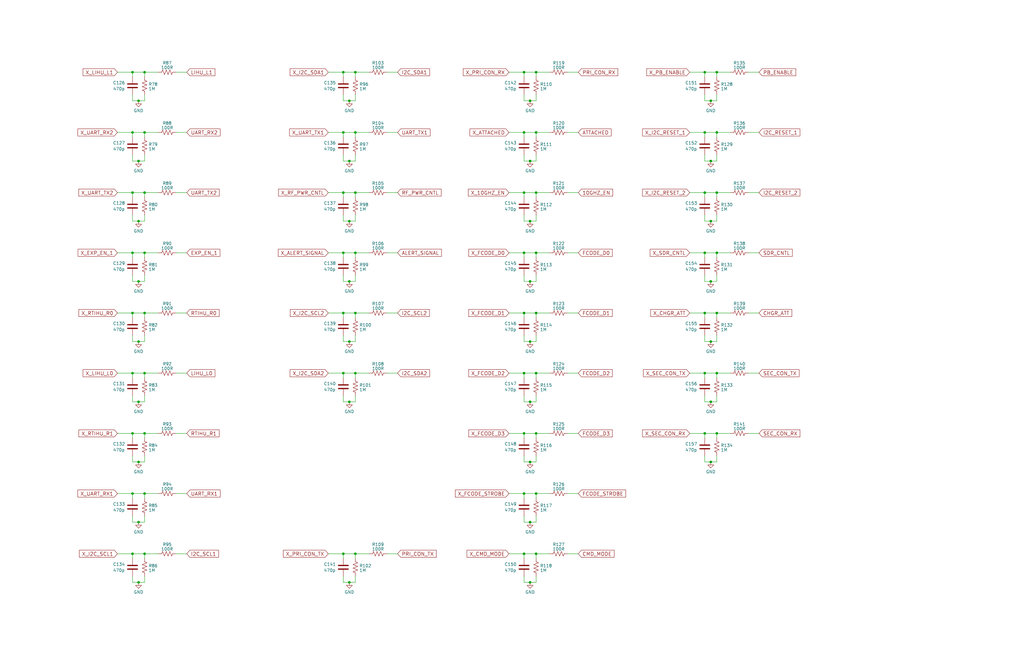
<source format=kicad_sch>
(kicad_sch (version 20230121) (generator eeschema)

  (uuid 5e8cbb02-e747-494b-8c8a-bba9497fd648)

  (paper "USLedger")

  (title_block
    (title "Radiation Tolerant Internal Housekeeping Unit (IHU)")
    (date "2023-08-24")
    (rev "1.2A")
    (company "AMSAT-NA")
    (comment 1 "C. Castillo")
    (comment 2 "Z. Metzinger")
  )

  (lib_symbols
    (symbol "Device:C" (pin_numbers hide) (pin_names (offset 0.254)) (in_bom yes) (on_board yes)
      (property "Reference" "C" (at 0.635 2.54 0)
        (effects (font (size 1.27 1.27)) (justify left))
      )
      (property "Value" "C" (at 0.635 -2.54 0)
        (effects (font (size 1.27 1.27)) (justify left))
      )
      (property "Footprint" "" (at 0.9652 -3.81 0)
        (effects (font (size 1.27 1.27)) hide)
      )
      (property "Datasheet" "~" (at 0 0 0)
        (effects (font (size 1.27 1.27)) hide)
      )
      (property "ki_keywords" "cap capacitor" (at 0 0 0)
        (effects (font (size 1.27 1.27)) hide)
      )
      (property "ki_description" "Unpolarized capacitor" (at 0 0 0)
        (effects (font (size 1.27 1.27)) hide)
      )
      (property "ki_fp_filters" "C_*" (at 0 0 0)
        (effects (font (size 1.27 1.27)) hide)
      )
      (symbol "C_0_1"
        (polyline
          (pts
            (xy -2.032 -0.762)
            (xy 2.032 -0.762)
          )
          (stroke (width 0.508) (type default))
          (fill (type none))
        )
        (polyline
          (pts
            (xy -2.032 0.762)
            (xy 2.032 0.762)
          )
          (stroke (width 0.508) (type default))
          (fill (type none))
        )
      )
      (symbol "C_1_1"
        (pin passive line (at 0 3.81 270) (length 2.794)
          (name "~" (effects (font (size 1.27 1.27))))
          (number "1" (effects (font (size 1.27 1.27))))
        )
        (pin passive line (at 0 -3.81 90) (length 2.794)
          (name "~" (effects (font (size 1.27 1.27))))
          (number "2" (effects (font (size 1.27 1.27))))
        )
      )
    )
    (symbol "Device:R_US" (pin_numbers hide) (pin_names (offset 0)) (in_bom yes) (on_board yes)
      (property "Reference" "R" (at 2.54 0 90)
        (effects (font (size 1.27 1.27)))
      )
      (property "Value" "R_US" (at -2.54 0 90)
        (effects (font (size 1.27 1.27)))
      )
      (property "Footprint" "" (at 1.016 -0.254 90)
        (effects (font (size 1.27 1.27)) hide)
      )
      (property "Datasheet" "~" (at 0 0 0)
        (effects (font (size 1.27 1.27)) hide)
      )
      (property "ki_keywords" "R res resistor" (at 0 0 0)
        (effects (font (size 1.27 1.27)) hide)
      )
      (property "ki_description" "Resistor, US symbol" (at 0 0 0)
        (effects (font (size 1.27 1.27)) hide)
      )
      (property "ki_fp_filters" "R_*" (at 0 0 0)
        (effects (font (size 1.27 1.27)) hide)
      )
      (symbol "R_US_0_1"
        (polyline
          (pts
            (xy 0 -2.286)
            (xy 0 -2.54)
          )
          (stroke (width 0) (type default))
          (fill (type none))
        )
        (polyline
          (pts
            (xy 0 2.286)
            (xy 0 2.54)
          )
          (stroke (width 0) (type default))
          (fill (type none))
        )
        (polyline
          (pts
            (xy 0 -0.762)
            (xy 1.016 -1.143)
            (xy 0 -1.524)
            (xy -1.016 -1.905)
            (xy 0 -2.286)
          )
          (stroke (width 0) (type default))
          (fill (type none))
        )
        (polyline
          (pts
            (xy 0 0.762)
            (xy 1.016 0.381)
            (xy 0 0)
            (xy -1.016 -0.381)
            (xy 0 -0.762)
          )
          (stroke (width 0) (type default))
          (fill (type none))
        )
        (polyline
          (pts
            (xy 0 2.286)
            (xy 1.016 1.905)
            (xy 0 1.524)
            (xy -1.016 1.143)
            (xy 0 0.762)
          )
          (stroke (width 0) (type default))
          (fill (type none))
        )
      )
      (symbol "R_US_1_1"
        (pin passive line (at 0 3.81 270) (length 1.27)
          (name "~" (effects (font (size 1.27 1.27))))
          (number "1" (effects (font (size 1.27 1.27))))
        )
        (pin passive line (at 0 -3.81 90) (length 1.27)
          (name "~" (effects (font (size 1.27 1.27))))
          (number "2" (effects (font (size 1.27 1.27))))
        )
      )
    )
    (symbol "power:GND" (power) (pin_names (offset 0)) (in_bom yes) (on_board yes)
      (property "Reference" "#PWR" (at 0 -6.35 0)
        (effects (font (size 1.27 1.27)) hide)
      )
      (property "Value" "GND" (at 0 -3.81 0)
        (effects (font (size 1.27 1.27)))
      )
      (property "Footprint" "" (at 0 0 0)
        (effects (font (size 1.27 1.27)) hide)
      )
      (property "Datasheet" "" (at 0 0 0)
        (effects (font (size 1.27 1.27)) hide)
      )
      (property "ki_keywords" "global power" (at 0 0 0)
        (effects (font (size 1.27 1.27)) hide)
      )
      (property "ki_description" "Power symbol creates a global label with name \"GND\" , ground" (at 0 0 0)
        (effects (font (size 1.27 1.27)) hide)
      )
      (symbol "GND_0_1"
        (polyline
          (pts
            (xy 0 0)
            (xy 0 -1.27)
            (xy 1.27 -1.27)
            (xy 0 -2.54)
            (xy -1.27 -1.27)
            (xy 0 -1.27)
          )
          (stroke (width 0) (type default))
          (fill (type none))
        )
      )
      (symbol "GND_1_1"
        (pin power_in line (at 0 0 270) (length 0) hide
          (name "GND" (effects (font (size 1.27 1.27))))
          (number "1" (effects (font (size 1.27 1.27))))
        )
      )
    )
  )

  (junction (at 144.78 30.48) (diameter 0) (color 0 0 0 0)
    (uuid 02b76692-2c2e-4a17-9552-1041a2dafcce)
  )
  (junction (at 223.52 118.745) (diameter 0) (color 0 0 0 0)
    (uuid 0691144f-7264-4535-921a-741f30a8b77a)
  )
  (junction (at 302.26 132.08) (diameter 0) (color 0 0 0 0)
    (uuid 08c56d62-459c-44b5-9783-1e29eb3aa7a1)
  )
  (junction (at 223.52 144.145) (diameter 0) (color 0 0 0 0)
    (uuid 0e2584a0-a70c-4323-8eab-2fdbf4de9372)
  )
  (junction (at 299.72 42.545) (diameter 0) (color 0 0 0 0)
    (uuid 10f6dd11-4e16-4b5b-9aca-cad4ff1c27b2)
  )
  (junction (at 144.78 157.48) (diameter 0) (color 0 0 0 0)
    (uuid 138b80d6-e32e-41a4-b872-309a2fff5851)
  )
  (junction (at 302.26 30.48) (diameter 0) (color 0 0 0 0)
    (uuid 14afa80a-4500-4c86-a87e-d72953378fab)
  )
  (junction (at 144.78 132.08) (diameter 0) (color 0 0 0 0)
    (uuid 15fefcf3-e380-4906-9061-d01d3d8bee32)
  )
  (junction (at 299.72 194.945) (diameter 0) (color 0 0 0 0)
    (uuid 1722deed-1a39-43c9-a683-ea2612081e71)
  )
  (junction (at 223.52 194.945) (diameter 0) (color 0 0 0 0)
    (uuid 182a56a7-d02d-47cc-9adf-be90d75ca8c3)
  )
  (junction (at 302.26 81.28) (diameter 0) (color 0 0 0 0)
    (uuid 1a1f734c-df42-4c53-87fe-1582627f2a36)
  )
  (junction (at 55.88 132.08) (diameter 0) (color 0 0 0 0)
    (uuid 1d6a16b3-5edf-468f-93c6-3229dac1701c)
  )
  (junction (at 55.88 182.88) (diameter 0) (color 0 0 0 0)
    (uuid 208dc084-d444-4580-9429-888525ced356)
  )
  (junction (at 58.42 42.545) (diameter 0) (color 0 0 0 0)
    (uuid 21e0c838-aed8-4b7f-8d89-27406e8fd597)
  )
  (junction (at 60.96 157.48) (diameter 0) (color 0 0 0 0)
    (uuid 23e23c6f-aa26-4e3e-8edc-c49317d5f8cd)
  )
  (junction (at 220.98 106.68) (diameter 0) (color 0 0 0 0)
    (uuid 291650fd-a1bc-4901-9bb7-ef12c018e181)
  )
  (junction (at 226.06 30.48) (diameter 0) (color 0 0 0 0)
    (uuid 2a651f18-79fc-4951-8bf5-a78613b1cfaf)
  )
  (junction (at 147.32 169.545) (diameter 0) (color 0 0 0 0)
    (uuid 2b5ccdde-e28c-4358-8944-dda663af1954)
  )
  (junction (at 220.98 182.88) (diameter 0) (color 0 0 0 0)
    (uuid 2eb3c743-406d-4c30-b31b-4f9dda835612)
  )
  (junction (at 220.98 233.68) (diameter 0) (color 0 0 0 0)
    (uuid 309d1c2d-d075-45d0-b769-e82f9f4673a4)
  )
  (junction (at 223.52 93.345) (diameter 0) (color 0 0 0 0)
    (uuid 31214989-e30c-4b03-94bc-d50ae8a14237)
  )
  (junction (at 299.72 118.745) (diameter 0) (color 0 0 0 0)
    (uuid 31e04f41-ee5d-4fd7-91d4-a4015c2c758d)
  )
  (junction (at 220.98 30.48) (diameter 0) (color 0 0 0 0)
    (uuid 32953ee9-f855-4cd6-baac-337c27646fab)
  )
  (junction (at 55.88 106.68) (diameter 0) (color 0 0 0 0)
    (uuid 3394de47-ecd1-4704-8307-234f616cfbf2)
  )
  (junction (at 60.96 182.88) (diameter 0) (color 0 0 0 0)
    (uuid 35336a3a-e81d-457c-8551-5bc214920649)
  )
  (junction (at 60.96 81.28) (diameter 0) (color 0 0 0 0)
    (uuid 36b5ae7d-386d-4af2-be9c-cfed126f7b3d)
  )
  (junction (at 220.98 55.88) (diameter 0) (color 0 0 0 0)
    (uuid 36d25d04-b4e3-41f8-b11d-e8ff2ceb836f)
  )
  (junction (at 302.26 182.88) (diameter 0) (color 0 0 0 0)
    (uuid 3751d7a8-4ab2-476d-90ba-cb9744dae562)
  )
  (junction (at 60.96 132.08) (diameter 0) (color 0 0 0 0)
    (uuid 3a0d4236-7101-444c-9adb-cea7bf730814)
  )
  (junction (at 149.86 132.08) (diameter 0) (color 0 0 0 0)
    (uuid 3a8c1bc9-b1ce-429b-bf1c-47d9cfeb1d66)
  )
  (junction (at 149.86 157.48) (diameter 0) (color 0 0 0 0)
    (uuid 3ad5525f-e1cd-4873-801d-2fc35990b10f)
  )
  (junction (at 302.26 55.88) (diameter 0) (color 0 0 0 0)
    (uuid 3ced7289-bf36-4ad4-973a-cb51373133d3)
  )
  (junction (at 55.88 233.68) (diameter 0) (color 0 0 0 0)
    (uuid 47cb80c8-e8ee-48e4-87e9-cc211352b6ce)
  )
  (junction (at 299.72 169.545) (diameter 0) (color 0 0 0 0)
    (uuid 498d6aff-9d79-46e9-a0cc-c32f24672644)
  )
  (junction (at 149.86 233.68) (diameter 0) (color 0 0 0 0)
    (uuid 4a1030ec-4b28-4ad8-9663-55999f4f86c2)
  )
  (junction (at 226.06 106.68) (diameter 0) (color 0 0 0 0)
    (uuid 4b5844fd-4022-4ee1-a034-e305aabd7863)
  )
  (junction (at 226.06 55.88) (diameter 0) (color 0 0 0 0)
    (uuid 4dd801d9-b2da-45dc-b609-6bb27c51b248)
  )
  (junction (at 226.06 157.48) (diameter 0) (color 0 0 0 0)
    (uuid 4f02526d-d363-4ba3-9eea-95aeff2039dd)
  )
  (junction (at 299.72 93.345) (diameter 0) (color 0 0 0 0)
    (uuid 51ebbe4a-b855-4b9e-bd26-b750cac0912d)
  )
  (junction (at 60.96 233.68) (diameter 0) (color 0 0 0 0)
    (uuid 55a8c3a3-b2e4-4321-aa6a-ecad119c050c)
  )
  (junction (at 223.52 245.745) (diameter 0) (color 0 0 0 0)
    (uuid 59b628cc-5d37-426b-a365-eb60b3f39ae3)
  )
  (junction (at 144.78 81.28) (diameter 0) (color 0 0 0 0)
    (uuid 5c70f516-992b-499e-83d0-e5cf7811d253)
  )
  (junction (at 149.86 30.48) (diameter 0) (color 0 0 0 0)
    (uuid 5e594534-83a1-4ad1-93d5-ae20f5bc23c2)
  )
  (junction (at 60.96 106.68) (diameter 0) (color 0 0 0 0)
    (uuid 66e61e13-c991-4b62-b414-1df9bab55800)
  )
  (junction (at 55.88 157.48) (diameter 0) (color 0 0 0 0)
    (uuid 67fe356b-aeba-4caa-a026-f9d767642800)
  )
  (junction (at 55.88 81.28) (diameter 0) (color 0 0 0 0)
    (uuid 6ba9d51f-fe50-4c15-a95e-e55073f5ee59)
  )
  (junction (at 144.78 233.68) (diameter 0) (color 0 0 0 0)
    (uuid 6e2da5d4-2615-479a-babe-45728c5d2086)
  )
  (junction (at 223.52 169.545) (diameter 0) (color 0 0 0 0)
    (uuid 6f375f3a-8b44-4cc9-8e8f-e05bb2ceeaf6)
  )
  (junction (at 55.88 55.88) (diameter 0) (color 0 0 0 0)
    (uuid 7014d665-e465-49c5-8d00-e234975f35ed)
  )
  (junction (at 226.06 208.28) (diameter 0) (color 0 0 0 0)
    (uuid 7fc13b3d-96d9-4ead-a8fc-9e594dc08566)
  )
  (junction (at 297.18 106.68) (diameter 0) (color 0 0 0 0)
    (uuid 8008e80c-238b-4b85-b75a-49f617aadd53)
  )
  (junction (at 149.86 81.28) (diameter 0) (color 0 0 0 0)
    (uuid 88781be7-6670-48b2-9f56-830f17aead0d)
  )
  (junction (at 58.42 245.745) (diameter 0) (color 0 0 0 0)
    (uuid 88d5330c-e0c5-4902-83f7-f177ef6a704b)
  )
  (junction (at 297.18 30.48) (diameter 0) (color 0 0 0 0)
    (uuid 8ded7441-7df7-474f-b438-775b0f4508f9)
  )
  (junction (at 147.32 42.545) (diameter 0) (color 0 0 0 0)
    (uuid 8ef453fe-e0c7-49de-923b-87819ea53204)
  )
  (junction (at 223.52 42.545) (diameter 0) (color 0 0 0 0)
    (uuid 8f06ccfe-aab3-4b69-bae3-6de9ce4bff5f)
  )
  (junction (at 60.96 55.88) (diameter 0) (color 0 0 0 0)
    (uuid 9317bd3c-d5bf-46f3-9f67-81f3a6b386fe)
  )
  (junction (at 302.26 157.48) (diameter 0) (color 0 0 0 0)
    (uuid 959b0b88-0804-4560-8bdd-af7712e31506)
  )
  (junction (at 60.96 30.48) (diameter 0) (color 0 0 0 0)
    (uuid 974e4e43-d8d7-4fff-a67a-0697fd885bfd)
  )
  (junction (at 55.88 30.48) (diameter 0) (color 0 0 0 0)
    (uuid a254dc13-f994-4b5a-a27c-8f910f4604d0)
  )
  (junction (at 147.32 144.145) (diameter 0) (color 0 0 0 0)
    (uuid a412ac82-8682-4508-aac0-78b5af64f21c)
  )
  (junction (at 297.18 182.88) (diameter 0) (color 0 0 0 0)
    (uuid ad6864ff-3404-4061-b0c8-a4290e8ef4ce)
  )
  (junction (at 220.98 208.28) (diameter 0) (color 0 0 0 0)
    (uuid ae72ac2c-2a30-400d-9ec6-83bf11e07898)
  )
  (junction (at 147.32 245.745) (diameter 0) (color 0 0 0 0)
    (uuid b0749bc9-b8b0-465c-aa6b-669f9f92406f)
  )
  (junction (at 147.32 67.945) (diameter 0) (color 0 0 0 0)
    (uuid b468496f-2989-4fba-a3f0-f83b782d1997)
  )
  (junction (at 58.42 93.345) (diameter 0) (color 0 0 0 0)
    (uuid b97857cd-45ab-474f-8208-51ffc00e75f7)
  )
  (junction (at 302.26 106.68) (diameter 0) (color 0 0 0 0)
    (uuid bdfea91c-f9c7-4957-8282-347099caf82f)
  )
  (junction (at 297.18 55.88) (diameter 0) (color 0 0 0 0)
    (uuid be3a5580-0c01-4b23-a898-29cb8f5835af)
  )
  (junction (at 220.98 81.28) (diameter 0) (color 0 0 0 0)
    (uuid c5c24f7a-f1c2-4e5f-adf4-0bf59ffcdd2d)
  )
  (junction (at 299.72 144.145) (diameter 0) (color 0 0 0 0)
    (uuid c8a89426-2050-46e0-9dfc-6de205f445b2)
  )
  (junction (at 144.78 106.68) (diameter 0) (color 0 0 0 0)
    (uuid c92e7f7c-9c66-47fa-bd5c-48d038533934)
  )
  (junction (at 220.98 132.08) (diameter 0) (color 0 0 0 0)
    (uuid cc8c3ea5-c33e-4f8c-9248-2bd03ce2ee58)
  )
  (junction (at 297.18 132.08) (diameter 0) (color 0 0 0 0)
    (uuid cea27e64-ace4-46cf-a972-b1474c3af728)
  )
  (junction (at 58.42 67.945) (diameter 0) (color 0 0 0 0)
    (uuid cf69137c-45f1-4261-b056-e7db3676f1b3)
  )
  (junction (at 58.42 118.745) (diameter 0) (color 0 0 0 0)
    (uuid d13e736a-b3bf-41de-b8e8-dcdd79dca91b)
  )
  (junction (at 226.06 132.08) (diameter 0) (color 0 0 0 0)
    (uuid d3e18e7f-bad9-4683-977a-6b68f4e45755)
  )
  (junction (at 58.42 144.145) (diameter 0) (color 0 0 0 0)
    (uuid d45c60a6-4e44-49c8-aebd-61eac04e9035)
  )
  (junction (at 223.52 67.945) (diameter 0) (color 0 0 0 0)
    (uuid d490ddc4-f4c2-48fe-be92-116c80d0366f)
  )
  (junction (at 299.72 67.945) (diameter 0) (color 0 0 0 0)
    (uuid d4da3c52-b435-4c34-84a3-545c6b1e4db8)
  )
  (junction (at 55.88 208.28) (diameter 0) (color 0 0 0 0)
    (uuid d5f0298b-f916-4f61-8581-cadfbd5f231b)
  )
  (junction (at 226.06 182.88) (diameter 0) (color 0 0 0 0)
    (uuid d6834aa3-d02b-4a09-ab39-64bc405442e3)
  )
  (junction (at 60.96 208.28) (diameter 0) (color 0 0 0 0)
    (uuid d9e44262-23b2-46ce-9fb4-35eccd69b474)
  )
  (junction (at 220.98 157.48) (diameter 0) (color 0 0 0 0)
    (uuid db79f081-a732-4ece-985e-e3842064e3f4)
  )
  (junction (at 144.78 55.88) (diameter 0) (color 0 0 0 0)
    (uuid df2bb746-dd6d-4832-8346-f5b9301c12bb)
  )
  (junction (at 226.06 233.68) (diameter 0) (color 0 0 0 0)
    (uuid e1539355-3a38-43d4-a041-986ce43414af)
  )
  (junction (at 147.32 118.745) (diameter 0) (color 0 0 0 0)
    (uuid e2a2ab28-bebb-439e-b590-63dc2f5b39f5)
  )
  (junction (at 297.18 81.28) (diameter 0) (color 0 0 0 0)
    (uuid e30bff01-2a59-4aa5-8713-ae16e078f191)
  )
  (junction (at 226.06 81.28) (diameter 0) (color 0 0 0 0)
    (uuid e3817714-b44e-47fc-82ab-816900582c66)
  )
  (junction (at 223.52 220.345) (diameter 0) (color 0 0 0 0)
    (uuid e6d8157b-078c-49cd-b592-a68a5c40287a)
  )
  (junction (at 58.42 169.545) (diameter 0) (color 0 0 0 0)
    (uuid ed624b21-6f14-481a-9f79-2c0f568e39d3)
  )
  (junction (at 147.32 93.345) (diameter 0) (color 0 0 0 0)
    (uuid fb405807-511d-4532-b93c-cfa91e64c7c0)
  )
  (junction (at 58.42 194.945) (diameter 0) (color 0 0 0 0)
    (uuid fbb6cfec-8d19-4d13-aec7-b03c51b7e1f2)
  )
  (junction (at 297.18 157.48) (diameter 0) (color 0 0 0 0)
    (uuid fcd5f32a-1754-458c-9112-ed3d341036c0)
  )
  (junction (at 149.86 55.88) (diameter 0) (color 0 0 0 0)
    (uuid fd04511e-af03-4399-999c-a1fb997fee1c)
  )
  (junction (at 58.42 220.345) (diameter 0) (color 0 0 0 0)
    (uuid fd791618-e82f-4be5-95d0-d0a85bbe5b22)
  )
  (junction (at 149.86 106.68) (diameter 0) (color 0 0 0 0)
    (uuid ff85cf0d-7ff5-4a64-b233-cf51c33b10de)
  )

  (wire (pts (xy 297.18 159.385) (xy 297.18 157.48))
    (stroke (width 0) (type default))
    (uuid 00404594-1860-4f5c-adf7-5ab7232d1fe8)
  )
  (wire (pts (xy 226.06 233.68) (xy 226.06 235.585))
    (stroke (width 0) (type default))
    (uuid 00d768f7-b65f-4387-8c3e-deab794809ba)
  )
  (wire (pts (xy 55.88 233.68) (xy 60.96 233.68))
    (stroke (width 0) (type default))
    (uuid 02231e08-8df3-497d-8f0e-1022234afc70)
  )
  (wire (pts (xy 214.63 208.28) (xy 220.98 208.28))
    (stroke (width 0) (type default))
    (uuid 02c28a12-1a7a-476c-a7ae-e5337a58f85d)
  )
  (wire (pts (xy 214.63 132.08) (xy 220.98 132.08))
    (stroke (width 0) (type default))
    (uuid 033a55ba-16f0-4caa-98a8-25028ebf40a3)
  )
  (wire (pts (xy 149.86 132.08) (xy 149.86 133.985))
    (stroke (width 0) (type default))
    (uuid 037f32e7-46fa-4534-94c0-c04880e5d9fa)
  )
  (wire (pts (xy 297.18 182.88) (xy 302.26 182.88))
    (stroke (width 0) (type default))
    (uuid 05b04c5c-ab29-4447-9fe7-2e6c27be75ba)
  )
  (wire (pts (xy 55.88 157.48) (xy 60.96 157.48))
    (stroke (width 0) (type default))
    (uuid 0641e742-a39a-4165-b917-00530a583108)
  )
  (wire (pts (xy 144.78 167.005) (xy 144.78 169.545))
    (stroke (width 0) (type default))
    (uuid 06640d2b-de1a-4139-bf42-cb21397df904)
  )
  (wire (pts (xy 60.96 169.545) (xy 60.96 167.005))
    (stroke (width 0) (type default))
    (uuid 06c5b4c5-0894-40f3-a9d2-830148eaf26b)
  )
  (wire (pts (xy 138.43 30.48) (xy 144.78 30.48))
    (stroke (width 0) (type default))
    (uuid 06f35510-3b20-4094-9bda-35ea97833870)
  )
  (wire (pts (xy 149.86 233.68) (xy 149.86 235.585))
    (stroke (width 0) (type default))
    (uuid 074db958-04c6-4499-b16a-e436e2b7609d)
  )
  (wire (pts (xy 149.86 55.88) (xy 149.86 57.785))
    (stroke (width 0) (type default))
    (uuid 07d2966a-47d8-4bb3-b5ea-36f1a90e809a)
  )
  (wire (pts (xy 297.18 30.48) (xy 302.26 30.48))
    (stroke (width 0) (type default))
    (uuid 0801e486-e13d-473d-bce5-04bbd5439077)
  )
  (wire (pts (xy 290.83 157.48) (xy 297.18 157.48))
    (stroke (width 0) (type default))
    (uuid 0802b8fc-1d4f-421a-b262-cab3f9e2f402)
  )
  (wire (pts (xy 49.53 157.48) (xy 55.88 157.48))
    (stroke (width 0) (type default))
    (uuid 08469412-3438-4b87-b29f-26e15c302c75)
  )
  (wire (pts (xy 299.72 93.345) (xy 302.26 93.345))
    (stroke (width 0) (type default))
    (uuid 085fc741-d2ee-435a-89df-8c3f550be765)
  )
  (wire (pts (xy 74.295 132.08) (xy 78.74 132.08))
    (stroke (width 0) (type default))
    (uuid 0a97313d-4de3-4d47-8521-311f9b2104e0)
  )
  (wire (pts (xy 226.06 208.28) (xy 231.775 208.28))
    (stroke (width 0) (type default))
    (uuid 0b33067e-7564-4569-8253-b238cb920455)
  )
  (wire (pts (xy 144.78 108.585) (xy 144.78 106.68))
    (stroke (width 0) (type default))
    (uuid 0b68d696-286e-4d7d-bbdd-2c704e356b24)
  )
  (wire (pts (xy 220.98 217.805) (xy 220.98 220.345))
    (stroke (width 0) (type default))
    (uuid 0cf7795a-469e-4ac9-81c5-86533541b2d9)
  )
  (wire (pts (xy 226.06 118.745) (xy 226.06 116.205))
    (stroke (width 0) (type default))
    (uuid 0d2ae0fc-55aa-44d1-8297-e84cc4201c7e)
  )
  (wire (pts (xy 302.26 106.68) (xy 307.975 106.68))
    (stroke (width 0) (type default))
    (uuid 0da7b7a8-3ce9-4949-8539-7114927e48de)
  )
  (wire (pts (xy 55.88 133.985) (xy 55.88 132.08))
    (stroke (width 0) (type default))
    (uuid 0e48fce8-16c1-4c20-8415-271f7c1abc09)
  )
  (wire (pts (xy 315.595 81.28) (xy 320.04 81.28))
    (stroke (width 0) (type default))
    (uuid 0e6fe259-5942-49a5-9525-1229fe716586)
  )
  (wire (pts (xy 60.96 30.48) (xy 66.675 30.48))
    (stroke (width 0) (type default))
    (uuid 0eb3eae4-52ec-4d7a-b236-c553dfad497f)
  )
  (wire (pts (xy 297.18 141.605) (xy 297.18 144.145))
    (stroke (width 0) (type default))
    (uuid 0ecd5e68-3145-48fb-88be-87c78f87a01a)
  )
  (wire (pts (xy 226.06 245.745) (xy 226.06 243.205))
    (stroke (width 0) (type default))
    (uuid 0efd9c59-d80c-4fb6-a6e1-992313523643)
  )
  (wire (pts (xy 144.78 30.48) (xy 149.86 30.48))
    (stroke (width 0) (type default))
    (uuid 1017eeb8-59a9-4643-8ab4-0b356f69edea)
  )
  (wire (pts (xy 220.98 133.985) (xy 220.98 132.08))
    (stroke (width 0) (type default))
    (uuid 104f596f-8907-4432-9de8-10a703c79ba7)
  )
  (wire (pts (xy 149.86 81.28) (xy 149.86 83.185))
    (stroke (width 0) (type default))
    (uuid 10c267c8-b027-4940-b869-2f562a35c81a)
  )
  (wire (pts (xy 60.96 93.345) (xy 60.96 90.805))
    (stroke (width 0) (type default))
    (uuid 115e1a3e-d64b-400b-a600-f7a7d79353fc)
  )
  (wire (pts (xy 220.98 235.585) (xy 220.98 233.68))
    (stroke (width 0) (type default))
    (uuid 12d6b387-5f6b-4bd6-b0a8-73b328d67008)
  )
  (wire (pts (xy 226.06 67.945) (xy 226.06 65.405))
    (stroke (width 0) (type default))
    (uuid 12ebef12-1905-47c3-ab7a-382092850e24)
  )
  (wire (pts (xy 220.98 167.005) (xy 220.98 169.545))
    (stroke (width 0) (type default))
    (uuid 155c31cd-4020-4cad-9bbd-ca3b73426b7b)
  )
  (wire (pts (xy 58.42 169.545) (xy 60.96 169.545))
    (stroke (width 0) (type default))
    (uuid 15b87a31-4fa6-48d6-9181-ed41cdb227a7)
  )
  (wire (pts (xy 55.88 57.785) (xy 55.88 55.88))
    (stroke (width 0) (type default))
    (uuid 15e9da7b-a4b6-4880-ad18-9c99f6f741cd)
  )
  (wire (pts (xy 55.88 208.28) (xy 60.96 208.28))
    (stroke (width 0) (type default))
    (uuid 1640d1e1-b326-46cc-9728-9f292fbec182)
  )
  (wire (pts (xy 163.195 132.08) (xy 167.64 132.08))
    (stroke (width 0) (type default))
    (uuid 16b7011c-cd8b-41cc-88ce-f497ac31aedd)
  )
  (wire (pts (xy 220.98 108.585) (xy 220.98 106.68))
    (stroke (width 0) (type default))
    (uuid 1706ac41-9425-48dc-bb96-c5216244f0b0)
  )
  (wire (pts (xy 226.06 42.545) (xy 226.06 40.005))
    (stroke (width 0) (type default))
    (uuid 17399231-c71c-424f-a810-cc79135b24cd)
  )
  (wire (pts (xy 138.43 81.28) (xy 144.78 81.28))
    (stroke (width 0) (type default))
    (uuid 17e9c0d7-fbcc-40ac-bf2d-5eee255d398a)
  )
  (wire (pts (xy 147.32 118.745) (xy 149.86 118.745))
    (stroke (width 0) (type default))
    (uuid 181d167d-ed88-4359-b7b8-71f5c8987d3e)
  )
  (wire (pts (xy 290.83 182.88) (xy 297.18 182.88))
    (stroke (width 0) (type default))
    (uuid 18429a91-afa4-462c-9d21-0f3eb806e661)
  )
  (wire (pts (xy 297.18 184.785) (xy 297.18 182.88))
    (stroke (width 0) (type default))
    (uuid 1a23f0dd-62e7-49dc-b43d-4c24cfe6c88d)
  )
  (wire (pts (xy 60.96 81.28) (xy 66.675 81.28))
    (stroke (width 0) (type default))
    (uuid 1bfcb804-ab8f-498e-9e8a-c87759f7bc4f)
  )
  (wire (pts (xy 220.98 245.745) (xy 223.52 245.745))
    (stroke (width 0) (type default))
    (uuid 1c4a8f14-aa3d-45f3-9afc-7ea23af51c5a)
  )
  (wire (pts (xy 55.88 90.805) (xy 55.88 93.345))
    (stroke (width 0) (type default))
    (uuid 1cce1a13-37a3-4d3b-a5b0-7371cf49ee69)
  )
  (wire (pts (xy 297.18 32.385) (xy 297.18 30.48))
    (stroke (width 0) (type default))
    (uuid 1d75ed5c-e48b-4023-ab08-56968b90c8ea)
  )
  (wire (pts (xy 220.98 208.28) (xy 226.06 208.28))
    (stroke (width 0) (type default))
    (uuid 1db86384-7537-47fe-9162-76a0d867593a)
  )
  (wire (pts (xy 144.78 81.28) (xy 149.86 81.28))
    (stroke (width 0) (type default))
    (uuid 1dd8ebfe-79be-40a7-af34-0c8368f6db3b)
  )
  (wire (pts (xy 220.98 67.945) (xy 223.52 67.945))
    (stroke (width 0) (type default))
    (uuid 1e6e3b5b-dd5d-4d16-ac91-0878d65007d2)
  )
  (wire (pts (xy 220.98 144.145) (xy 223.52 144.145))
    (stroke (width 0) (type default))
    (uuid 1e73abfa-9adf-4593-bb44-67cacc62509c)
  )
  (wire (pts (xy 220.98 106.68) (xy 226.06 106.68))
    (stroke (width 0) (type default))
    (uuid 1fe2fd26-a9ea-4993-bbd0-a2549ce1ac72)
  )
  (wire (pts (xy 149.86 157.48) (xy 149.86 159.385))
    (stroke (width 0) (type default))
    (uuid 204aaecd-031c-4477-9d15-9bddf6676757)
  )
  (wire (pts (xy 149.86 55.88) (xy 155.575 55.88))
    (stroke (width 0) (type default))
    (uuid 206282b7-28c0-45aa-b02f-1c67a4dbdd33)
  )
  (wire (pts (xy 302.26 67.945) (xy 302.26 65.405))
    (stroke (width 0) (type default))
    (uuid 2076dc49-0f27-4601-aaed-8f4936a81e0d)
  )
  (wire (pts (xy 163.195 81.28) (xy 167.64 81.28))
    (stroke (width 0) (type default))
    (uuid 22e2fb5b-07f6-4b0c-b1b6-c893d310efcf)
  )
  (wire (pts (xy 149.86 93.345) (xy 149.86 90.805))
    (stroke (width 0) (type default))
    (uuid 23d90aad-e075-4ae2-87cf-1413e27d162a)
  )
  (wire (pts (xy 214.63 106.68) (xy 220.98 106.68))
    (stroke (width 0) (type default))
    (uuid 24b8a5c8-f144-4b3c-b083-2ff13bd2ad7b)
  )
  (wire (pts (xy 299.72 169.545) (xy 302.26 169.545))
    (stroke (width 0) (type default))
    (uuid 254d6d9d-01c1-4556-b09c-0a351283ff4e)
  )
  (wire (pts (xy 163.195 106.68) (xy 167.64 106.68))
    (stroke (width 0) (type default))
    (uuid 255ffb49-08aa-4a14-a1f2-d69844f9836c)
  )
  (wire (pts (xy 60.96 132.08) (xy 60.96 133.985))
    (stroke (width 0) (type default))
    (uuid 25f0c044-c1c3-4ee7-89e3-bfdc9daf3636)
  )
  (wire (pts (xy 315.595 132.08) (xy 320.04 132.08))
    (stroke (width 0) (type default))
    (uuid 264f4bf5-839b-4c82-ab20-5a83beb046b9)
  )
  (wire (pts (xy 144.78 40.005) (xy 144.78 42.545))
    (stroke (width 0) (type default))
    (uuid 26c09aaa-22b4-4e2a-9a61-c72604c23667)
  )
  (wire (pts (xy 302.26 194.945) (xy 302.26 192.405))
    (stroke (width 0) (type default))
    (uuid 2717214b-3b66-43ff-adc0-bc6d5b5a57ef)
  )
  (wire (pts (xy 144.78 169.545) (xy 147.32 169.545))
    (stroke (width 0) (type default))
    (uuid 27d755dd-bb6d-4b5d-8597-a78be82a455c)
  )
  (wire (pts (xy 226.06 81.28) (xy 226.06 83.185))
    (stroke (width 0) (type default))
    (uuid 291763c2-1598-4ff8-8cd3-65a7cc6a4525)
  )
  (wire (pts (xy 297.18 167.005) (xy 297.18 169.545))
    (stroke (width 0) (type default))
    (uuid 2b22979a-caad-40c9-938d-f46a326fdbb9)
  )
  (wire (pts (xy 144.78 83.185) (xy 144.78 81.28))
    (stroke (width 0) (type default))
    (uuid 2ea7cb54-64ad-43f1-97a3-6abac81701a7)
  )
  (wire (pts (xy 149.86 118.745) (xy 149.86 116.205))
    (stroke (width 0) (type default))
    (uuid 2fbf1c52-f653-4dd4-99fa-aa155801f624)
  )
  (wire (pts (xy 315.595 30.48) (xy 320.04 30.48))
    (stroke (width 0) (type default))
    (uuid 30be4601-df11-4d54-a9ac-3d514a6c23c7)
  )
  (wire (pts (xy 55.88 55.88) (xy 60.96 55.88))
    (stroke (width 0) (type default))
    (uuid 30e8af53-24c4-4814-9588-221fccafde78)
  )
  (wire (pts (xy 302.26 157.48) (xy 307.975 157.48))
    (stroke (width 0) (type default))
    (uuid 311dc74a-1d3b-47a7-8c77-90e50dc91d58)
  )
  (wire (pts (xy 55.88 192.405) (xy 55.88 194.945))
    (stroke (width 0) (type default))
    (uuid 31b6993f-0392-439b-ba62-9244a6dbf0dc)
  )
  (wire (pts (xy 58.42 93.345) (xy 60.96 93.345))
    (stroke (width 0) (type default))
    (uuid 328cea75-8c3a-4cd6-a4cd-2d366caf38db)
  )
  (wire (pts (xy 149.86 30.48) (xy 149.86 32.385))
    (stroke (width 0) (type default))
    (uuid 32b6f8a6-6253-45b3-9969-b9fea17c154a)
  )
  (wire (pts (xy 220.98 30.48) (xy 226.06 30.48))
    (stroke (width 0) (type default))
    (uuid 32c6e995-221f-47d1-a4a8-8a17f1383fe6)
  )
  (wire (pts (xy 220.98 233.68) (xy 226.06 233.68))
    (stroke (width 0) (type default))
    (uuid 32f6f102-2149-4c7c-b30b-dc2cbb41ffdd)
  )
  (wire (pts (xy 220.98 118.745) (xy 223.52 118.745))
    (stroke (width 0) (type default))
    (uuid 330a5b34-667a-400b-b8e0-7aab62cd3e3a)
  )
  (wire (pts (xy 144.78 233.68) (xy 144.78 235.585))
    (stroke (width 0) (type default))
    (uuid 354927bb-1593-4cf9-8817-71489ed15322)
  )
  (wire (pts (xy 214.63 182.88) (xy 220.98 182.88))
    (stroke (width 0) (type default))
    (uuid 37e635bf-da82-452a-8f52-1d3d17d441ec)
  )
  (wire (pts (xy 55.88 132.08) (xy 60.96 132.08))
    (stroke (width 0) (type default))
    (uuid 3955d8df-c4b4-4726-9abb-a90e46ec1a1e)
  )
  (wire (pts (xy 149.86 42.545) (xy 149.86 40.005))
    (stroke (width 0) (type default))
    (uuid 3973bf94-70d1-4528-a0dd-cb98fa04c115)
  )
  (wire (pts (xy 55.88 210.185) (xy 55.88 208.28))
    (stroke (width 0) (type default))
    (uuid 3aa16507-5056-4af2-94c2-29bb69a30380)
  )
  (wire (pts (xy 299.72 67.945) (xy 302.26 67.945))
    (stroke (width 0) (type default))
    (uuid 3c2e97af-23b5-4154-997e-df15e579d8cb)
  )
  (wire (pts (xy 49.53 106.68) (xy 55.88 106.68))
    (stroke (width 0) (type default))
    (uuid 3c5d6345-c35a-47fa-b548-04f5f172cd5d)
  )
  (wire (pts (xy 220.98 93.345) (xy 223.52 93.345))
    (stroke (width 0) (type default))
    (uuid 3c667ce3-f16a-4d86-a970-7ae70a7ca037)
  )
  (wire (pts (xy 220.98 32.385) (xy 220.98 30.48))
    (stroke (width 0) (type default))
    (uuid 3d773257-fdc6-458b-95c6-6fd74ad7a427)
  )
  (wire (pts (xy 302.26 157.48) (xy 302.26 159.385))
    (stroke (width 0) (type default))
    (uuid 3daca330-059b-4acc-8dd5-d277e03b9732)
  )
  (wire (pts (xy 55.88 116.205) (xy 55.88 118.745))
    (stroke (width 0) (type default))
    (uuid 3df83ef0-3b8c-4450-a236-db8f9e3e1e43)
  )
  (wire (pts (xy 226.06 81.28) (xy 231.775 81.28))
    (stroke (width 0) (type default))
    (uuid 3ea4b662-66aa-4fc5-a435-c46e6c015362)
  )
  (wire (pts (xy 144.78 42.545) (xy 147.32 42.545))
    (stroke (width 0) (type default))
    (uuid 3fbc9a11-d009-4b36-bb0b-c335af3a5eb5)
  )
  (wire (pts (xy 290.83 30.48) (xy 297.18 30.48))
    (stroke (width 0) (type default))
    (uuid 403fdfb1-afd9-4427-acc4-0e117531a324)
  )
  (wire (pts (xy 315.595 106.68) (xy 320.04 106.68))
    (stroke (width 0) (type default))
    (uuid 4088efdd-d1e3-424b-b43b-2dbfa67b4560)
  )
  (wire (pts (xy 297.18 40.005) (xy 297.18 42.545))
    (stroke (width 0) (type default))
    (uuid 42347978-12b2-4aed-8959-4eb01a39f124)
  )
  (wire (pts (xy 55.88 169.545) (xy 58.42 169.545))
    (stroke (width 0) (type default))
    (uuid 43ac635d-905f-459b-adc9-0f117213131f)
  )
  (wire (pts (xy 315.595 157.48) (xy 320.04 157.48))
    (stroke (width 0) (type default))
    (uuid 444440af-981b-43e0-a398-352132ce8ebc)
  )
  (wire (pts (xy 226.06 30.48) (xy 231.775 30.48))
    (stroke (width 0) (type default))
    (uuid 444737b0-8d1b-4ad4-b488-2a33d2e4bd37)
  )
  (wire (pts (xy 226.06 93.345) (xy 226.06 90.805))
    (stroke (width 0) (type default))
    (uuid 4469d325-c5f1-45ac-abe2-44cf666d1533)
  )
  (wire (pts (xy 49.53 233.68) (xy 55.88 233.68))
    (stroke (width 0) (type default))
    (uuid 45798ae8-b7dd-4c51-887f-6edf8d3206b5)
  )
  (wire (pts (xy 55.88 182.88) (xy 60.96 182.88))
    (stroke (width 0) (type default))
    (uuid 480be8a9-058a-45b9-bbc2-5eb2704913ff)
  )
  (wire (pts (xy 220.98 81.28) (xy 226.06 81.28))
    (stroke (width 0) (type default))
    (uuid 4a0763d6-2162-4977-9ddf-ebdc81090abf)
  )
  (wire (pts (xy 74.295 106.68) (xy 78.74 106.68))
    (stroke (width 0) (type default))
    (uuid 4a1c7341-be68-4a7a-9e51-f27bbe74c75c)
  )
  (wire (pts (xy 60.96 67.945) (xy 60.96 65.405))
    (stroke (width 0) (type default))
    (uuid 4ac5364f-b473-4d92-952f-21d92ca15731)
  )
  (wire (pts (xy 49.53 182.88) (xy 55.88 182.88))
    (stroke (width 0) (type default))
    (uuid 4bac8965-0735-42f1-b7ed-cc8fdba3ca1f)
  )
  (wire (pts (xy 60.96 233.68) (xy 60.96 235.585))
    (stroke (width 0) (type default))
    (uuid 4bccbc60-aa45-4dd9-bb3e-714e894e6019)
  )
  (wire (pts (xy 49.53 208.28) (xy 55.88 208.28))
    (stroke (width 0) (type default))
    (uuid 4cbbc148-811b-4e8d-954a-6c588cf2227e)
  )
  (wire (pts (xy 55.88 194.945) (xy 58.42 194.945))
    (stroke (width 0) (type default))
    (uuid 4dad0acc-fcce-41bf-86a9-ab390870e740)
  )
  (wire (pts (xy 74.295 81.28) (xy 78.74 81.28))
    (stroke (width 0) (type default))
    (uuid 4db2dd34-c349-4e32-af2e-a73087e35a76)
  )
  (wire (pts (xy 149.86 157.48) (xy 155.575 157.48))
    (stroke (width 0) (type default))
    (uuid 4e45e033-f7ad-480e-a2c8-ef65307e3720)
  )
  (wire (pts (xy 297.18 108.585) (xy 297.18 106.68))
    (stroke (width 0) (type default))
    (uuid 4ecdc5e3-0d1b-407d-9775-2ee876a76fd9)
  )
  (wire (pts (xy 223.52 169.545) (xy 226.06 169.545))
    (stroke (width 0) (type default))
    (uuid 4eced87e-0cb0-4d9b-8dbb-50bf7fdcc4c2)
  )
  (wire (pts (xy 297.18 81.28) (xy 302.26 81.28))
    (stroke (width 0) (type default))
    (uuid 4f800e31-ef47-4ce2-adb8-f4e75506a3ba)
  )
  (wire (pts (xy 297.18 93.345) (xy 299.72 93.345))
    (stroke (width 0) (type default))
    (uuid 4f99e1ca-118f-4d81-8dae-2c22608ff324)
  )
  (wire (pts (xy 55.88 235.585) (xy 55.88 233.68))
    (stroke (width 0) (type default))
    (uuid 50ce6984-ff92-4610-99f2-dddd501d4b40)
  )
  (wire (pts (xy 226.06 106.68) (xy 226.06 108.585))
    (stroke (width 0) (type default))
    (uuid 51391793-3394-44a4-9d4e-77b9ec5e9fe5)
  )
  (wire (pts (xy 220.98 65.405) (xy 220.98 67.945))
    (stroke (width 0) (type default))
    (uuid 51531d65-ef06-43da-99f9-694bc1f8cd89)
  )
  (wire (pts (xy 302.26 81.28) (xy 307.975 81.28))
    (stroke (width 0) (type default))
    (uuid 51cc0982-8fdc-40bc-a3e3-5c4e1a2073ef)
  )
  (wire (pts (xy 60.96 81.28) (xy 60.96 83.185))
    (stroke (width 0) (type default))
    (uuid 53ee5bd8-d7bf-4101-90d3-c271313cce2b)
  )
  (wire (pts (xy 297.18 83.185) (xy 297.18 81.28))
    (stroke (width 0) (type default))
    (uuid 5549adab-7c92-4cd0-9af0-dd4160e253c6)
  )
  (wire (pts (xy 302.26 55.88) (xy 307.975 55.88))
    (stroke (width 0) (type default))
    (uuid 5682ede0-22d1-4d78-98da-02c8246d7ab8)
  )
  (wire (pts (xy 290.83 81.28) (xy 297.18 81.28))
    (stroke (width 0) (type default))
    (uuid 57558e2e-a746-41ef-9fce-e124d802ce06)
  )
  (wire (pts (xy 55.88 81.28) (xy 60.96 81.28))
    (stroke (width 0) (type default))
    (uuid 5890bb16-9953-4737-bb0a-64783a8cadf5)
  )
  (wire (pts (xy 239.395 132.08) (xy 243.84 132.08))
    (stroke (width 0) (type default))
    (uuid 58ed19c8-b61f-4500-9bcb-1e04cc89fff4)
  )
  (wire (pts (xy 226.06 144.145) (xy 226.06 141.605))
    (stroke (width 0) (type default))
    (uuid 58f28e97-0a89-4d25-a253-e1253089e21f)
  )
  (wire (pts (xy 220.98 42.545) (xy 223.52 42.545))
    (stroke (width 0) (type default))
    (uuid 593b31e9-5084-48ba-a59c-09dbb462af3d)
  )
  (wire (pts (xy 302.26 182.88) (xy 302.26 184.785))
    (stroke (width 0) (type default))
    (uuid 598d4bb9-8c35-4c6b-94b2-b1102e42cb43)
  )
  (wire (pts (xy 60.96 208.28) (xy 60.96 210.185))
    (stroke (width 0) (type default))
    (uuid 5a5e4275-da67-4578-9624-5b49452134f7)
  )
  (wire (pts (xy 220.98 90.805) (xy 220.98 93.345))
    (stroke (width 0) (type default))
    (uuid 5c1555c6-27c9-4e24-a73a-77d148f3c4fa)
  )
  (wire (pts (xy 60.96 220.345) (xy 60.96 217.805))
    (stroke (width 0) (type default))
    (uuid 5ceb79de-3bf2-4550-b313-52bfc8c4da58)
  )
  (wire (pts (xy 149.86 169.545) (xy 149.86 167.005))
    (stroke (width 0) (type default))
    (uuid 5deb9de4-f74d-4d95-93a0-13c9fdde76d2)
  )
  (wire (pts (xy 223.52 67.945) (xy 226.06 67.945))
    (stroke (width 0) (type default))
    (uuid 6088e063-616e-4b40-8ed9-8b826460bd75)
  )
  (wire (pts (xy 297.18 192.405) (xy 297.18 194.945))
    (stroke (width 0) (type default))
    (uuid 60afb5a0-ca81-4d2f-b255-64f477cb2e08)
  )
  (wire (pts (xy 60.96 118.745) (xy 60.96 116.205))
    (stroke (width 0) (type default))
    (uuid 6108f52a-389a-4da6-aedf-d2f00f32e542)
  )
  (wire (pts (xy 297.18 157.48) (xy 302.26 157.48))
    (stroke (width 0) (type default))
    (uuid 6111d8e6-b8f1-4e3f-b83c-f5e2c55d2600)
  )
  (wire (pts (xy 74.295 55.88) (xy 78.74 55.88))
    (stroke (width 0) (type default))
    (uuid 61fb9422-8cab-4a80-bd6b-ed883603f074)
  )
  (wire (pts (xy 49.53 81.28) (xy 55.88 81.28))
    (stroke (width 0) (type default))
    (uuid 62776427-5ea1-47bd-84b3-00eb47e5c784)
  )
  (wire (pts (xy 297.18 132.08) (xy 302.26 132.08))
    (stroke (width 0) (type default))
    (uuid 63f83ab5-bf68-4e83-81fc-1471eb768ed5)
  )
  (wire (pts (xy 226.06 194.945) (xy 226.06 192.405))
    (stroke (width 0) (type default))
    (uuid 64aa2960-530c-4edd-b62c-43bcfcde0649)
  )
  (wire (pts (xy 302.26 30.48) (xy 307.975 30.48))
    (stroke (width 0) (type default))
    (uuid 65d6d5c6-ca47-4690-b18d-6e63eea3259b)
  )
  (wire (pts (xy 144.78 116.205) (xy 144.78 118.745))
    (stroke (width 0) (type default))
    (uuid 679a20fe-2373-41a5-ab09-0456c636ac46)
  )
  (wire (pts (xy 220.98 57.785) (xy 220.98 55.88))
    (stroke (width 0) (type default))
    (uuid 6872a7e9-d75f-4bf2-8a99-c5f2f4c8d3d3)
  )
  (wire (pts (xy 226.06 106.68) (xy 231.775 106.68))
    (stroke (width 0) (type default))
    (uuid 6921173f-e64b-4307-a254-aa0c2ada2159)
  )
  (wire (pts (xy 220.98 194.945) (xy 223.52 194.945))
    (stroke (width 0) (type default))
    (uuid 69781d48-fcee-42d4-937d-2e51c8eabf57)
  )
  (wire (pts (xy 297.18 42.545) (xy 299.72 42.545))
    (stroke (width 0) (type default))
    (uuid 69c5db81-0e57-483c-bdf1-9d8873bb672b)
  )
  (wire (pts (xy 297.18 55.88) (xy 302.26 55.88))
    (stroke (width 0) (type default))
    (uuid 69ce1ec0-8600-453b-a45f-115aabf16c35)
  )
  (wire (pts (xy 60.96 106.68) (xy 66.675 106.68))
    (stroke (width 0) (type default))
    (uuid 6ab83acc-d710-4907-9752-748e2cc52c61)
  )
  (wire (pts (xy 299.72 194.945) (xy 302.26 194.945))
    (stroke (width 0) (type default))
    (uuid 6b7e5eeb-2325-499c-b92b-ef85e4d18553)
  )
  (wire (pts (xy 144.78 57.785) (xy 144.78 55.88))
    (stroke (width 0) (type default))
    (uuid 6c4e85e1-91b7-4557-9ce3-73db7876bd90)
  )
  (wire (pts (xy 226.06 55.88) (xy 231.775 55.88))
    (stroke (width 0) (type default))
    (uuid 6e774f75-8abf-4086-b677-6fc01b812eb1)
  )
  (wire (pts (xy 239.395 233.68) (xy 243.84 233.68))
    (stroke (width 0) (type default))
    (uuid 6e8ab3d5-fa0f-4227-9480-dbed415f31aa)
  )
  (wire (pts (xy 60.96 55.88) (xy 60.96 57.785))
    (stroke (width 0) (type default))
    (uuid 6fa3dee5-c77e-4617-a7b9-bca0d674b956)
  )
  (wire (pts (xy 239.395 81.28) (xy 243.84 81.28))
    (stroke (width 0) (type default))
    (uuid 7034a41e-4fbc-4d48-8617-3c3ef4bbffdc)
  )
  (wire (pts (xy 147.32 144.145) (xy 149.86 144.145))
    (stroke (width 0) (type default))
    (uuid 70f26c1b-ac5a-43a7-8a63-37ac5e569e53)
  )
  (wire (pts (xy 144.78 90.805) (xy 144.78 93.345))
    (stroke (width 0) (type default))
    (uuid 72f5de21-bc83-4d6a-9b7a-4ecf40205d09)
  )
  (wire (pts (xy 58.42 118.745) (xy 60.96 118.745))
    (stroke (width 0) (type default))
    (uuid 73bbaeb8-6235-44a1-aede-59c16a977bbd)
  )
  (wire (pts (xy 315.595 55.88) (xy 320.04 55.88))
    (stroke (width 0) (type default))
    (uuid 7483d7db-b321-40f5-a65c-aa00b9b1c696)
  )
  (wire (pts (xy 220.98 141.605) (xy 220.98 144.145))
    (stroke (width 0) (type default))
    (uuid 75780596-6c82-4923-bd19-17de7d7ddf1f)
  )
  (wire (pts (xy 55.88 65.405) (xy 55.88 67.945))
    (stroke (width 0) (type default))
    (uuid 75c3abd8-8098-400e-933e-2a2e836ba332)
  )
  (wire (pts (xy 226.06 132.08) (xy 226.06 133.985))
    (stroke (width 0) (type default))
    (uuid 763e02d2-f5e6-4cdc-983a-f728463f3ced)
  )
  (wire (pts (xy 302.26 132.08) (xy 307.975 132.08))
    (stroke (width 0) (type default))
    (uuid 77b06de7-0e74-42b8-b2e2-db65dcd17b58)
  )
  (wire (pts (xy 239.395 157.48) (xy 243.84 157.48))
    (stroke (width 0) (type default))
    (uuid 799e915a-ab6c-495d-ac8e-99efc2c4dd5a)
  )
  (wire (pts (xy 297.18 118.745) (xy 299.72 118.745))
    (stroke (width 0) (type default))
    (uuid 79fc31d8-c66c-4662-84f6-ac8560abfa02)
  )
  (wire (pts (xy 74.295 157.48) (xy 78.74 157.48))
    (stroke (width 0) (type default))
    (uuid 7a68b20f-8efd-43fd-a1b2-d99c6ff41921)
  )
  (wire (pts (xy 226.06 208.28) (xy 226.06 210.185))
    (stroke (width 0) (type default))
    (uuid 7abe4f2a-34cf-454f-86d9-cced15012a0f)
  )
  (wire (pts (xy 144.78 144.145) (xy 147.32 144.145))
    (stroke (width 0) (type default))
    (uuid 7b4ade30-8a58-47df-a041-682fd2d1f064)
  )
  (wire (pts (xy 147.32 67.945) (xy 149.86 67.945))
    (stroke (width 0) (type default))
    (uuid 7b685ae1-d2a4-4e51-8ff9-e252093e3661)
  )
  (wire (pts (xy 302.26 81.28) (xy 302.26 83.185))
    (stroke (width 0) (type default))
    (uuid 7fd2dd1a-bcfa-4d91-8bab-38a5250f3694)
  )
  (wire (pts (xy 226.06 157.48) (xy 226.06 159.385))
    (stroke (width 0) (type default))
    (uuid 7fe26039-01b6-47ec-9e3f-28c4a852e323)
  )
  (wire (pts (xy 60.96 144.145) (xy 60.96 141.605))
    (stroke (width 0) (type default))
    (uuid 8073530c-ac86-4f49-b336-d51eee76d80e)
  )
  (wire (pts (xy 290.83 55.88) (xy 297.18 55.88))
    (stroke (width 0) (type default))
    (uuid 80d21961-8e0b-408c-a7ad-394e80d33c9f)
  )
  (wire (pts (xy 239.395 55.88) (xy 243.84 55.88))
    (stroke (width 0) (type default))
    (uuid 81e14512-1fd7-4a68-8bfe-f3230ec9ee42)
  )
  (wire (pts (xy 239.395 30.48) (xy 243.84 30.48))
    (stroke (width 0) (type default))
    (uuid 821a251a-5fb6-42fa-a8a9-969478d20899)
  )
  (wire (pts (xy 58.42 42.545) (xy 60.96 42.545))
    (stroke (width 0) (type default))
    (uuid 8300fad0-be42-4474-b801-31f814bd8565)
  )
  (wire (pts (xy 226.06 169.545) (xy 226.06 167.005))
    (stroke (width 0) (type default))
    (uuid 83c130e6-8346-4e62-8b83-32064050046e)
  )
  (wire (pts (xy 144.78 65.405) (xy 144.78 67.945))
    (stroke (width 0) (type default))
    (uuid 845be84f-2ae4-4cb9-a09c-059186267c73)
  )
  (wire (pts (xy 163.195 30.48) (xy 167.64 30.48))
    (stroke (width 0) (type default))
    (uuid 85682cce-ceef-4ee5-922b-014f9bb83f81)
  )
  (wire (pts (xy 55.88 144.145) (xy 58.42 144.145))
    (stroke (width 0) (type default))
    (uuid 883051c7-20d4-463e-8e43-7eff027c5a3b)
  )
  (wire (pts (xy 297.18 67.945) (xy 299.72 67.945))
    (stroke (width 0) (type default))
    (uuid 895f27ac-66a2-4436-aba6-03c47bb51d84)
  )
  (wire (pts (xy 220.98 182.88) (xy 226.06 182.88))
    (stroke (width 0) (type default))
    (uuid 898a9596-f55b-4735-bf82-383ebd7780cf)
  )
  (wire (pts (xy 144.78 141.605) (xy 144.78 144.145))
    (stroke (width 0) (type default))
    (uuid 8af585b1-cdff-473a-9442-68aee3c81aac)
  )
  (wire (pts (xy 220.98 192.405) (xy 220.98 194.945))
    (stroke (width 0) (type default))
    (uuid 8cf1b311-7ac4-42d7-85e6-f47a5d6e283d)
  )
  (wire (pts (xy 144.78 132.08) (xy 149.86 132.08))
    (stroke (width 0) (type default))
    (uuid 8d652485-f4f9-43be-9c78-a3d808a5927d)
  )
  (wire (pts (xy 223.52 42.545) (xy 226.06 42.545))
    (stroke (width 0) (type default))
    (uuid 8e7e5bf5-4f97-402e-9a58-ac92a3568bb7)
  )
  (wire (pts (xy 60.96 194.945) (xy 60.96 192.405))
    (stroke (width 0) (type default))
    (uuid 8f092638-2cec-4898-b68b-2177cc20fa85)
  )
  (wire (pts (xy 220.98 157.48) (xy 226.06 157.48))
    (stroke (width 0) (type default))
    (uuid 91b22cb6-7cfb-445d-904a-9eaa5509522c)
  )
  (wire (pts (xy 214.63 157.48) (xy 220.98 157.48))
    (stroke (width 0) (type default))
    (uuid 91d5d026-0a8f-4ac0-bc77-9d502bf28e15)
  )
  (wire (pts (xy 144.78 118.745) (xy 147.32 118.745))
    (stroke (width 0) (type default))
    (uuid 92e0a3c0-4a5c-4c73-8e65-b55aa3583160)
  )
  (wire (pts (xy 147.32 93.345) (xy 149.86 93.345))
    (stroke (width 0) (type default))
    (uuid 94a67be6-6672-4861-9d00-51891f0afd22)
  )
  (wire (pts (xy 138.43 233.68) (xy 144.78 233.68))
    (stroke (width 0) (type default))
    (uuid 963294a5-600f-4970-871f-83f203b32ffe)
  )
  (wire (pts (xy 58.42 194.945) (xy 60.96 194.945))
    (stroke (width 0) (type default))
    (uuid 971353c4-f67e-40de-8354-42f8881abb4f)
  )
  (wire (pts (xy 223.52 93.345) (xy 226.06 93.345))
    (stroke (width 0) (type default))
    (uuid 989f2c34-aad4-43a6-9ee7-d17ff9009592)
  )
  (wire (pts (xy 60.96 157.48) (xy 60.96 159.385))
    (stroke (width 0) (type default))
    (uuid 992eb9ed-0980-4920-88c9-114ae5608164)
  )
  (wire (pts (xy 55.88 217.805) (xy 55.88 220.345))
    (stroke (width 0) (type default))
    (uuid 996a8aca-5737-4122-ac25-d53b4def18f5)
  )
  (wire (pts (xy 55.88 40.005) (xy 55.88 42.545))
    (stroke (width 0) (type default))
    (uuid 9b79940d-7152-45d4-b7fe-99e5b79fd8a2)
  )
  (wire (pts (xy 297.18 194.945) (xy 299.72 194.945))
    (stroke (width 0) (type default))
    (uuid 9d072383-11fa-4426-ba2f-755506c04659)
  )
  (wire (pts (xy 315.595 182.88) (xy 320.04 182.88))
    (stroke (width 0) (type default))
    (uuid 9d8a6da1-adbe-4759-b970-edffd0aa2684)
  )
  (wire (pts (xy 60.96 182.88) (xy 60.96 184.785))
    (stroke (width 0) (type default))
    (uuid 9d90cc27-bf5a-472e-9aec-c6b2e05c12e4)
  )
  (wire (pts (xy 290.83 106.68) (xy 297.18 106.68))
    (stroke (width 0) (type default))
    (uuid 9da6fee9-2cd9-4d48-bffd-ad7a81cfd57d)
  )
  (wire (pts (xy 144.78 159.385) (xy 144.78 157.48))
    (stroke (width 0) (type default))
    (uuid 9f67bc65-54c3-4ca9-8b5f-e8981379a85f)
  )
  (wire (pts (xy 239.395 106.68) (xy 243.84 106.68))
    (stroke (width 0) (type default))
    (uuid 9f8d3bc8-483a-4c8d-ba2b-6013e2e1f0a1)
  )
  (wire (pts (xy 214.63 81.28) (xy 220.98 81.28))
    (stroke (width 0) (type default))
    (uuid a028520a-8ce3-4281-923e-1572403c3afb)
  )
  (wire (pts (xy 220.98 210.185) (xy 220.98 208.28))
    (stroke (width 0) (type default))
    (uuid a08bde97-77ad-4904-a1e3-8cd7e1e4cc19)
  )
  (wire (pts (xy 290.83 132.08) (xy 297.18 132.08))
    (stroke (width 0) (type default))
    (uuid a225443c-c5c4-4acd-8c19-a14bef8f2879)
  )
  (wire (pts (xy 226.06 182.88) (xy 226.06 184.785))
    (stroke (width 0) (type default))
    (uuid a28e346b-01aa-4527-b39b-61870eacfa02)
  )
  (wire (pts (xy 163.195 55.88) (xy 167.64 55.88))
    (stroke (width 0) (type default))
    (uuid a3aa2ecb-d0ba-4588-b7fc-c0e1d2ef26d7)
  )
  (wire (pts (xy 55.88 245.745) (xy 58.42 245.745))
    (stroke (width 0) (type default))
    (uuid a51b2faf-5149-4abe-a1af-dda90d583c16)
  )
  (wire (pts (xy 302.26 182.88) (xy 307.975 182.88))
    (stroke (width 0) (type default))
    (uuid a5c0688c-8793-415c-bd8a-52682e31ffcd)
  )
  (wire (pts (xy 226.06 182.88) (xy 231.775 182.88))
    (stroke (width 0) (type default))
    (uuid a737054a-34c3-4bd5-98cc-274885ccaa60)
  )
  (wire (pts (xy 55.88 108.585) (xy 55.88 106.68))
    (stroke (width 0) (type default))
    (uuid a7e4699e-ef5f-4b10-b16f-ff703acd4abd)
  )
  (wire (pts (xy 60.96 233.68) (xy 66.675 233.68))
    (stroke (width 0) (type default))
    (uuid a87dfdde-9c38-4e80-9dbe-535e968b14b2)
  )
  (wire (pts (xy 297.18 116.205) (xy 297.18 118.745))
    (stroke (width 0) (type default))
    (uuid a9f25c51-2b6f-48cf-84c3-6a74247d61ad)
  )
  (wire (pts (xy 55.88 67.945) (xy 58.42 67.945))
    (stroke (width 0) (type default))
    (uuid aa18e3db-790f-4422-8cee-da44e0e79edb)
  )
  (wire (pts (xy 302.26 42.545) (xy 302.26 40.005))
    (stroke (width 0) (type default))
    (uuid aaaccd41-740e-4ae4-ac54-2b1a684d2d0b)
  )
  (wire (pts (xy 297.18 65.405) (xy 297.18 67.945))
    (stroke (width 0) (type default))
    (uuid ab7e36a3-f4d6-4853-b9af-c00429978afe)
  )
  (wire (pts (xy 220.98 243.205) (xy 220.98 245.745))
    (stroke (width 0) (type default))
    (uuid aeb8c277-6e8e-41dc-8cdf-22e5f85c4923)
  )
  (wire (pts (xy 55.88 106.68) (xy 60.96 106.68))
    (stroke (width 0) (type default))
    (uuid af9e79f7-1043-41ea-acac-4fed1557e005)
  )
  (wire (pts (xy 297.18 57.785) (xy 297.18 55.88))
    (stroke (width 0) (type default))
    (uuid b01e037d-e40d-476e-ac16-328222ed343d)
  )
  (wire (pts (xy 55.88 30.48) (xy 60.96 30.48))
    (stroke (width 0) (type default))
    (uuid b0cfdfc3-9560-4991-b3dd-801fac7582f0)
  )
  (wire (pts (xy 214.63 55.88) (xy 220.98 55.88))
    (stroke (width 0) (type default))
    (uuid b182eef0-bf9a-4249-b49c-55b7fc4e367c)
  )
  (wire (pts (xy 220.98 55.88) (xy 226.06 55.88))
    (stroke (width 0) (type default))
    (uuid b1a568c5-7708-44ae-8d9e-05fcb9e94944)
  )
  (wire (pts (xy 74.295 233.68) (xy 78.74 233.68))
    (stroke (width 0) (type default))
    (uuid b1d75f43-3b81-4aaf-9ea2-4310b79a13a1)
  )
  (wire (pts (xy 55.88 42.545) (xy 58.42 42.545))
    (stroke (width 0) (type default))
    (uuid b3ffdeba-2745-4323-93bb-e6511a478a28)
  )
  (wire (pts (xy 302.26 169.545) (xy 302.26 167.005))
    (stroke (width 0) (type default))
    (uuid b4a22cef-575a-41aa-b564-3002b37db437)
  )
  (wire (pts (xy 55.88 141.605) (xy 55.88 144.145))
    (stroke (width 0) (type default))
    (uuid b51ff804-b0d0-4a50-af52-3ba379eb4143)
  )
  (wire (pts (xy 297.18 144.145) (xy 299.72 144.145))
    (stroke (width 0) (type default))
    (uuid b6b6d309-5974-4026-99fd-afb3e70bb043)
  )
  (wire (pts (xy 299.72 42.545) (xy 302.26 42.545))
    (stroke (width 0) (type default))
    (uuid b7db7a89-c114-40f0-8b99-badac9252615)
  )
  (wire (pts (xy 302.26 132.08) (xy 302.26 133.985))
    (stroke (width 0) (type default))
    (uuid b81074cf-7fd3-4efd-91ac-df81653023d8)
  )
  (wire (pts (xy 58.42 220.345) (xy 60.96 220.345))
    (stroke (width 0) (type default))
    (uuid b849cbb0-6082-4782-b769-cf5d9e2576f8)
  )
  (wire (pts (xy 302.26 93.345) (xy 302.26 90.805))
    (stroke (width 0) (type default))
    (uuid b84ac679-b74f-4eae-8458-79041b234285)
  )
  (wire (pts (xy 226.06 30.48) (xy 226.06 32.385))
    (stroke (width 0) (type default))
    (uuid b906c28f-88b8-450f-8a20-be4988626760)
  )
  (wire (pts (xy 163.195 233.68) (xy 167.64 233.68))
    (stroke (width 0) (type default))
    (uuid b91a6489-ecbf-4c93-8784-a4e7d6db18fe)
  )
  (wire (pts (xy 55.88 184.785) (xy 55.88 182.88))
    (stroke (width 0) (type default))
    (uuid b992dc45-830b-436e-b7e0-b55b24fe6b0b)
  )
  (wire (pts (xy 220.98 159.385) (xy 220.98 157.48))
    (stroke (width 0) (type default))
    (uuid ba4101b2-555e-49b3-8a99-4b213107e0c6)
  )
  (wire (pts (xy 60.96 106.68) (xy 60.96 108.585))
    (stroke (width 0) (type default))
    (uuid ba5502ff-fe84-4ced-9b36-a830a92757b8)
  )
  (wire (pts (xy 214.63 30.48) (xy 220.98 30.48))
    (stroke (width 0) (type default))
    (uuid bb048503-6d50-4ba1-a05d-5ccaefb920f0)
  )
  (wire (pts (xy 55.88 118.745) (xy 58.42 118.745))
    (stroke (width 0) (type default))
    (uuid bbf95bbb-fcf5-45f2-882e-09846189f697)
  )
  (wire (pts (xy 149.86 106.68) (xy 149.86 108.585))
    (stroke (width 0) (type default))
    (uuid bc418aa1-d44e-4ca2-9909-314e0058adc6)
  )
  (wire (pts (xy 138.43 157.48) (xy 144.78 157.48))
    (stroke (width 0) (type default))
    (uuid bdb2f59c-ab2f-4ca7-8d7d-247fbafb8828)
  )
  (wire (pts (xy 144.78 67.945) (xy 147.32 67.945))
    (stroke (width 0) (type default))
    (uuid bdf09a4f-8cf1-4485-9af8-fba35e3a111f)
  )
  (wire (pts (xy 55.88 243.205) (xy 55.88 245.745))
    (stroke (width 0) (type default))
    (uuid be7662f4-fb21-4b50-806d-3e4d403b86df)
  )
  (wire (pts (xy 144.78 106.68) (xy 149.86 106.68))
    (stroke (width 0) (type default))
    (uuid bfa8baa5-3ed1-427e-826c-f6d6446c8bcc)
  )
  (wire (pts (xy 299.72 118.745) (xy 302.26 118.745))
    (stroke (width 0) (type default))
    (uuid bfb5aad9-a741-4d46-83c5-2b4cc663818f)
  )
  (wire (pts (xy 214.63 233.68) (xy 220.98 233.68))
    (stroke (width 0) (type default))
    (uuid c055aaf4-1828-4513-acec-1b19e417a24a)
  )
  (wire (pts (xy 297.18 106.68) (xy 302.26 106.68))
    (stroke (width 0) (type default))
    (uuid c0aa12cb-9ed4-4e2e-bbaa-76df88c8e2b8)
  )
  (wire (pts (xy 220.98 83.185) (xy 220.98 81.28))
    (stroke (width 0) (type default))
    (uuid c0f6dafe-931a-4336-b835-34ad99109797)
  )
  (wire (pts (xy 223.52 194.945) (xy 226.06 194.945))
    (stroke (width 0) (type default))
    (uuid c33bff91-3617-417b-995a-98add7a2b4c0)
  )
  (wire (pts (xy 49.53 30.48) (xy 55.88 30.48))
    (stroke (width 0) (type default))
    (uuid c39a2039-2834-4b80-8a7c-58f9a57ea5ea)
  )
  (wire (pts (xy 226.06 55.88) (xy 226.06 57.785))
    (stroke (width 0) (type default))
    (uuid c3ecbaeb-ba33-4236-a36b-8c7fab651f54)
  )
  (wire (pts (xy 144.78 32.385) (xy 144.78 30.48))
    (stroke (width 0) (type default))
    (uuid c415ab03-aea5-455d-a649-e9f2b3bdde35)
  )
  (wire (pts (xy 55.88 159.385) (xy 55.88 157.48))
    (stroke (width 0) (type default))
    (uuid c4ecdd63-4bc7-4ea3-a1f8-9533a7854ed2)
  )
  (wire (pts (xy 144.78 243.205) (xy 144.78 245.745))
    (stroke (width 0) (type default))
    (uuid c6a2d374-8260-4636-a3c7-fe724d11c9b0)
  )
  (wire (pts (xy 60.96 182.88) (xy 66.675 182.88))
    (stroke (width 0) (type default))
    (uuid c6dea6e5-f50e-47bf-942a-5f249e525a7d)
  )
  (wire (pts (xy 302.26 118.745) (xy 302.26 116.205))
    (stroke (width 0) (type default))
    (uuid c70b06e9-6576-40a0-8f2b-d1a7c092ccdc)
  )
  (wire (pts (xy 144.78 157.48) (xy 149.86 157.48))
    (stroke (width 0) (type default))
    (uuid c74b943b-cd24-40e8-ac70-5ac4c7ba4f81)
  )
  (wire (pts (xy 220.98 184.785) (xy 220.98 182.88))
    (stroke (width 0) (type default))
    (uuid c8ca5ce6-65c7-4c99-941e-544bd7b54747)
  )
  (wire (pts (xy 55.88 32.385) (xy 55.88 30.48))
    (stroke (width 0) (type default))
    (uuid c90fd0e2-6095-4cfa-9a3e-e5213d61db37)
  )
  (wire (pts (xy 144.78 233.68) (xy 149.86 233.68))
    (stroke (width 0) (type default))
    (uuid c9e9e8a1-930d-4f7c-bc8c-1b315b640653)
  )
  (wire (pts (xy 147.32 245.745) (xy 149.86 245.745))
    (stroke (width 0) (type default))
    (uuid ca61e077-1f38-469d-b5d0-17f2fa5c4e3f)
  )
  (wire (pts (xy 74.295 30.48) (xy 78.74 30.48))
    (stroke (width 0) (type default))
    (uuid ccec8c26-7f1e-4c5f-8869-5863ed8ee336)
  )
  (wire (pts (xy 226.06 132.08) (xy 231.775 132.08))
    (stroke (width 0) (type default))
    (uuid ce070cd2-a078-4fec-b2a0-19c660ceec1a)
  )
  (wire (pts (xy 60.96 132.08) (xy 66.675 132.08))
    (stroke (width 0) (type default))
    (uuid ce719d0e-3462-44f9-8074-6e8c24e32efd)
  )
  (wire (pts (xy 297.18 169.545) (xy 299.72 169.545))
    (stroke (width 0) (type default))
    (uuid cf135fda-a78a-4bd0-a45a-7ba8c6d08137)
  )
  (wire (pts (xy 147.32 42.545) (xy 149.86 42.545))
    (stroke (width 0) (type default))
    (uuid d0089b95-16e2-47b2-b127-8aa012678284)
  )
  (wire (pts (xy 149.86 144.145) (xy 149.86 141.605))
    (stroke (width 0) (type default))
    (uuid d2e0dbfa-fd28-47e4-9667-d992f9154ac0)
  )
  (wire (pts (xy 220.98 132.08) (xy 226.06 132.08))
    (stroke (width 0) (type default))
    (uuid d3462f5e-3012-49de-b01b-546cb84925f7)
  )
  (wire (pts (xy 226.06 220.345) (xy 226.06 217.805))
    (stroke (width 0) (type default))
    (uuid d34d13d5-cf27-4695-a72f-305f0c2694b9)
  )
  (wire (pts (xy 302.26 55.88) (xy 302.26 57.785))
    (stroke (width 0) (type default))
    (uuid d40d4dc7-db82-4e47-9c57-b5adfcc39c53)
  )
  (wire (pts (xy 60.96 157.48) (xy 66.675 157.48))
    (stroke (width 0) (type default))
    (uuid d45b0903-315e-40df-a8f4-2f519e036c28)
  )
  (wire (pts (xy 299.72 144.145) (xy 302.26 144.145))
    (stroke (width 0) (type default))
    (uuid d4df092f-8c97-4e71-af9e-59334131ca96)
  )
  (wire (pts (xy 149.86 81.28) (xy 155.575 81.28))
    (stroke (width 0) (type default))
    (uuid d4f2f1f8-9ef2-4bc8-a969-78a0633a17cd)
  )
  (wire (pts (xy 58.42 245.745) (xy 60.96 245.745))
    (stroke (width 0) (type default))
    (uuid d5851b23-653f-48e6-8be4-53aff36e5359)
  )
  (wire (pts (xy 144.78 55.88) (xy 149.86 55.88))
    (stroke (width 0) (type default))
    (uuid d6613c7c-d770-42a2-ab76-f8b87d8e61e8)
  )
  (wire (pts (xy 58.42 67.945) (xy 60.96 67.945))
    (stroke (width 0) (type default))
    (uuid d6e73489-d967-493d-9bd0-d32d1962acdb)
  )
  (wire (pts (xy 302.26 30.48) (xy 302.26 32.385))
    (stroke (width 0) (type default))
    (uuid d6e9b729-ec64-4d5f-9df0-2890c921fe23)
  )
  (wire (pts (xy 220.98 40.005) (xy 220.98 42.545))
    (stroke (width 0) (type default))
    (uuid d90bae63-0be1-4c40-b0d6-0785011f1be0)
  )
  (wire (pts (xy 223.52 144.145) (xy 226.06 144.145))
    (stroke (width 0) (type default))
    (uuid da54b293-e4f1-4600-9a1a-e7209bd2209c)
  )
  (wire (pts (xy 55.88 167.005) (xy 55.88 169.545))
    (stroke (width 0) (type default))
    (uuid db9ffe35-f10f-462c-94aa-8f2834ef12ac)
  )
  (wire (pts (xy 138.43 106.68) (xy 144.78 106.68))
    (stroke (width 0) (type default))
    (uuid dc5c2f82-2c41-40fc-b373-f88fccf06804)
  )
  (wire (pts (xy 144.78 133.985) (xy 144.78 132.08))
    (stroke (width 0) (type default))
    (uuid dd2668c3-f123-4b00-b187-18905e5bd773)
  )
  (wire (pts (xy 297.18 90.805) (xy 297.18 93.345))
    (stroke (width 0) (type default))
    (uuid dec286b7-8613-498f-9d15-2a3cb45d2407)
  )
  (wire (pts (xy 163.195 157.48) (xy 167.64 157.48))
    (stroke (width 0) (type default))
    (uuid df8c53f2-478c-48e0-baec-a81242e1f757)
  )
  (wire (pts (xy 149.86 30.48) (xy 155.575 30.48))
    (stroke (width 0) (type default))
    (uuid dfc1e228-8912-47a7-b581-20af37c540ca)
  )
  (wire (pts (xy 60.96 245.745) (xy 60.96 243.205))
    (stroke (width 0) (type default))
    (uuid e08ec963-6da9-4fa6-90a0-f8d77c3aead4)
  )
  (wire (pts (xy 138.43 55.88) (xy 144.78 55.88))
    (stroke (width 0) (type default))
    (uuid e109c458-ae1b-4c54-8b8e-6a975634937e)
  )
  (wire (pts (xy 149.86 67.945) (xy 149.86 65.405))
    (stroke (width 0) (type default))
    (uuid e2721e4c-50b5-4c05-a31a-35937ff4bd27)
  )
  (wire (pts (xy 149.86 132.08) (xy 155.575 132.08))
    (stroke (width 0) (type default))
    (uuid e3eaca3c-b6fd-4cde-8f21-c328a3105e5c)
  )
  (wire (pts (xy 49.53 55.88) (xy 55.88 55.88))
    (stroke (width 0) (type default))
    (uuid e5513c7d-9738-4858-9c56-01cf0b496f6a)
  )
  (wire (pts (xy 138.43 132.08) (xy 144.78 132.08))
    (stroke (width 0) (type default))
    (uuid e996556c-3295-4a14-a3ae-3c7d037c0532)
  )
  (wire (pts (xy 144.78 245.745) (xy 147.32 245.745))
    (stroke (width 0) (type default))
    (uuid ea03c938-9a5c-418a-9240-e26b27aa82f4)
  )
  (wire (pts (xy 297.18 133.985) (xy 297.18 132.08))
    (stroke (width 0) (type default))
    (uuid ebb3f76c-1d60-4359-8c23-4a467140a436)
  )
  (wire (pts (xy 60.96 30.48) (xy 60.96 32.385))
    (stroke (width 0) (type default))
    (uuid ed8fa871-40df-45f5-871f-2a9445ea8396)
  )
  (wire (pts (xy 49.53 132.08) (xy 55.88 132.08))
    (stroke (width 0) (type default))
    (uuid ee6e3128-5e5a-4506-94f6-09c0f0260329)
  )
  (wire (pts (xy 223.52 220.345) (xy 226.06 220.345))
    (stroke (width 0) (type default))
    (uuid eeaa0175-98ef-470e-b5ec-821b059df190)
  )
  (wire (pts (xy 220.98 220.345) (xy 223.52 220.345))
    (stroke (width 0) (type default))
    (uuid ef8b28ba-1006-43e9-b8c6-de7955d61c8a)
  )
  (wire (pts (xy 223.52 245.745) (xy 226.06 245.745))
    (stroke (width 0) (type default))
    (uuid efa77655-4ec0-4b1e-bfc3-b0d9f9c3bc81)
  )
  (wire (pts (xy 55.88 93.345) (xy 58.42 93.345))
    (stroke (width 0) (type default))
    (uuid efd08923-bb01-4418-8357-abd2e20f5e94)
  )
  (wire (pts (xy 74.295 208.28) (xy 78.74 208.28))
    (stroke (width 0) (type default))
    (uuid f0071907-096c-4f65-812c-c2e872972b1a)
  )
  (wire (pts (xy 239.395 208.28) (xy 243.84 208.28))
    (stroke (width 0) (type default))
    (uuid f0311a3d-ab76-4bea-8b7b-629a213fc0ee)
  )
  (wire (pts (xy 55.88 220.345) (xy 58.42 220.345))
    (stroke (width 0) (type default))
    (uuid f058fd4e-5e33-45f4-ae39-b492c9f918b9)
  )
  (wire (pts (xy 55.88 83.185) (xy 55.88 81.28))
    (stroke (width 0) (type default))
    (uuid f0dc0903-7dac-426d-8ecc-c86a1eafcf34)
  )
  (wire (pts (xy 302.26 106.68) (xy 302.26 108.585))
    (stroke (width 0) (type default))
    (uuid f1373fd6-2a7a-44fd-8f70-6023b47c4c6d)
  )
  (wire (pts (xy 149.86 233.68) (xy 155.575 233.68))
    (stroke (width 0) (type default))
    (uuid f1a5b7a9-7418-4e7a-9d6d-ba682444dcb8)
  )
  (wire (pts (xy 60.96 208.28) (xy 66.675 208.28))
    (stroke (width 0) (type default))
    (uuid f1f57fc0-9e0b-4191-9348-17e79dc97025)
  )
  (wire (pts (xy 226.06 157.48) (xy 231.775 157.48))
    (stroke (width 0) (type default))
    (uuid f1f63e26-6652-4482-b806-530d03e8aab8)
  )
  (wire (pts (xy 147.32 169.545) (xy 149.86 169.545))
    (stroke (width 0) (type default))
    (uuid f253a070-7b08-4bd0-bd74-f153d4bff877)
  )
  (wire (pts (xy 223.52 118.745) (xy 226.06 118.745))
    (stroke (width 0) (type default))
    (uuid f2c1dad3-d377-4439-9ecd-24e9de5a7421)
  )
  (wire (pts (xy 60.96 42.545) (xy 60.96 40.005))
    (stroke (width 0) (type default))
    (uuid f2df5a07-630f-46bb-90fe-28f962413ee8)
  )
  (wire (pts (xy 220.98 116.205) (xy 220.98 118.745))
    (stroke (width 0) (type default))
    (uuid f5bdbb3c-2021-49ec-9379-745cd671ff47)
  )
  (wire (pts (xy 220.98 169.545) (xy 223.52 169.545))
    (stroke (width 0) (type default))
    (uuid f5f52710-6fc8-461b-8c4d-a432fcb62dda)
  )
  (wire (pts (xy 239.395 182.88) (xy 243.84 182.88))
    (stroke (width 0) (type default))
    (uuid f6dca501-a3d8-4a45-bb9e-251c8e67e2f3)
  )
  (wire (pts (xy 58.42 144.145) (xy 60.96 144.145))
    (stroke (width 0) (type default))
    (uuid f7911041-25f4-4fad-9aa5-7f2e505445cf)
  )
  (wire (pts (xy 149.86 245.745) (xy 149.86 243.205))
    (stroke (width 0) (type default))
    (uuid f9748fef-c99a-4e18-b4d0-f5fd7fffe43e)
  )
  (wire (pts (xy 144.78 93.345) (xy 147.32 93.345))
    (stroke (width 0) (type default))
    (uuid fb026e16-13f6-49f5-9e18-3b32d863ea18)
  )
  (wire (pts (xy 74.295 182.88) (xy 78.74 182.88))
    (stroke (width 0) (type default))
    (uuid fb7adbeb-95c9-4db6-8a78-cfcf1b3dc97e)
  )
  (wire (pts (xy 60.96 55.88) (xy 66.675 55.88))
    (stroke (width 0) (type default))
    (uuid fbedfb73-49c5-4dc9-8838-3ad20b3d9d89)
  )
  (wire (pts (xy 226.06 233.68) (xy 231.775 233.68))
    (stroke (width 0) (type default))
    (uuid feae34a6-8b76-4168-8dab-a5d245bc91b5)
  )
  (wire (pts (xy 149.86 106.68) (xy 155.575 106.68))
    (stroke (width 0) (type default))
    (uuid fef8b8fd-0668-4082-ac81-469e01adf473)
  )
  (wire (pts (xy 302.26 144.145) (xy 302.26 141.605))
    (stroke (width 0) (type default))
    (uuid ff34d800-7d93-4d4b-9a29-e9d2598710db)
  )

  (global_label "ATTACHED" (shape input) (at 243.84 55.88 0)
    (effects (font (size 1.524 1.524)) (justify left))
    (uuid 04810787-7678-4486-af2b-d4c59489acd3)
    (property "Intersheetrefs" "${INTERSHEET_REFS}" (at 243.84 55.88 0)
      (effects (font (size 1.27 1.27)) hide)
    )
  )
  (global_label "PB_ENABLE" (shape input) (at 320.04 30.48 0)
    (effects (font (size 1.524 1.524)) (justify left))
    (uuid 07cc3539-371a-4c2c-8936-e68dc4a983d7)
    (property "Intersheetrefs" "${INTERSHEET_REFS}" (at 320.04 30.48 0)
      (effects (font (size 1.27 1.27)) hide)
    )
  )
  (global_label "RTIHU_R0" (shape input) (at 78.74 132.08 0)
    (effects (font (size 1.524 1.524)) (justify left))
    (uuid 07e28a4b-7fa7-4099-a50b-8fa810656926)
    (property "Intersheetrefs" "${INTERSHEET_REFS}" (at 78.74 132.08 0)
      (effects (font (size 1.27 1.27)) hide)
    )
  )
  (global_label "X_PRI_CON_TX" (shape input) (at 138.43 233.68 180)
    (effects (font (size 1.524 1.524)) (justify right))
    (uuid 0871f040-34f9-49a5-846c-820b44308007)
    (property "Intersheetrefs" "${INTERSHEET_REFS}" (at 138.43 233.68 0)
      (effects (font (size 1.27 1.27)) hide)
    )
  )
  (global_label "UART_RX2" (shape input) (at 78.74 55.88 0)
    (effects (font (size 1.524 1.524)) (justify left))
    (uuid 105fd184-fbd2-4ee6-8135-c83db5d9a2fe)
    (property "Intersheetrefs" "${INTERSHEET_REFS}" (at 78.74 55.88 0)
      (effects (font (size 1.27 1.27)) hide)
    )
  )
  (global_label "SEC_CON_RX" (shape input) (at 320.04 182.88 0)
    (effects (font (size 1.524 1.524)) (justify left))
    (uuid 1b6d2c9f-c449-4dba-97ec-37c56ca8b007)
    (property "Intersheetrefs" "${INTERSHEET_REFS}" (at 320.04 182.88 0)
      (effects (font (size 1.27 1.27)) hide)
    )
  )
  (global_label "I2C_RESET_1" (shape input) (at 320.04 55.88 0)
    (effects (font (size 1.524 1.524)) (justify left))
    (uuid 1c0fb526-83ab-4c89-8582-c37c1ccda083)
    (property "Intersheetrefs" "${INTERSHEET_REFS}" (at 320.04 55.88 0)
      (effects (font (size 1.27 1.27)) hide)
    )
  )
  (global_label "X_I2C_SCL2" (shape input) (at 138.43 132.08 180)
    (effects (font (size 1.524 1.524)) (justify right))
    (uuid 21ed7828-3aaa-4675-8ed4-09c254c008ff)
    (property "Intersheetrefs" "${INTERSHEET_REFS}" (at 138.43 132.08 0)
      (effects (font (size 1.27 1.27)) hide)
    )
  )
  (global_label "X_EXP_EN_1" (shape input) (at 49.53 106.68 180)
    (effects (font (size 1.524 1.524)) (justify right))
    (uuid 29ead46f-a0a0-433f-ad9c-4466ac43cbe0)
    (property "Intersheetrefs" "${INTERSHEET_REFS}" (at 49.53 106.68 0)
      (effects (font (size 1.27 1.27)) hide)
    )
  )
  (global_label "I2C_SCL1" (shape input) (at 78.74 233.68 0)
    (effects (font (size 1.524 1.524)) (justify left))
    (uuid 2c973322-87ad-4c20-a354-f24f21d7ba16)
    (property "Intersheetrefs" "${INTERSHEET_REFS}" (at 78.74 233.68 0)
      (effects (font (size 1.27 1.27)) hide)
    )
  )
  (global_label "X_FCODE_D2" (shape input) (at 214.63 157.48 180)
    (effects (font (size 1.524 1.524)) (justify right))
    (uuid 37b80324-f550-4f1a-ad19-1d1de1d53c50)
    (property "Intersheetrefs" "${INTERSHEET_REFS}" (at 214.63 157.48 0)
      (effects (font (size 1.27 1.27)) hide)
    )
  )
  (global_label "X_UART_TX2" (shape input) (at 49.53 81.28 180)
    (effects (font (size 1.524 1.524)) (justify right))
    (uuid 38c3f121-e4c0-4618-8a84-89fc52da9ccd)
    (property "Intersheetrefs" "${INTERSHEET_REFS}" (at 49.53 81.28 0)
      (effects (font (size 1.27 1.27)) hide)
    )
  )
  (global_label "X_I2C_SDA1" (shape input) (at 138.43 30.48 180)
    (effects (font (size 1.524 1.524)) (justify right))
    (uuid 3cb4b89c-8d19-430b-b351-2b1a7257caff)
    (property "Intersheetrefs" "${INTERSHEET_REFS}" (at 138.43 30.48 0)
      (effects (font (size 1.27 1.27)) hide)
    )
  )
  (global_label "FCODE_D3" (shape input) (at 243.84 182.88 0)
    (effects (font (size 1.524 1.524)) (justify left))
    (uuid 3cb6b720-9a18-4eca-8ec4-efb40a88979e)
    (property "Intersheetrefs" "${INTERSHEET_REFS}" (at 243.84 182.88 0)
      (effects (font (size 1.27 1.27)) hide)
    )
  )
  (global_label "X_UART_TX1" (shape input) (at 138.43 55.88 180)
    (effects (font (size 1.524 1.524)) (justify right))
    (uuid 44a0c12b-49c8-4877-9afc-77a747a4b87e)
    (property "Intersheetrefs" "${INTERSHEET_REFS}" (at 138.43 55.88 0)
      (effects (font (size 1.27 1.27)) hide)
    )
  )
  (global_label "FCODE_D1" (shape input) (at 243.84 132.08 0)
    (effects (font (size 1.524 1.524)) (justify left))
    (uuid 48f3849e-bd4f-408f-ad05-503d3b387d7b)
    (property "Intersheetrefs" "${INTERSHEET_REFS}" (at 243.84 132.08 0)
      (effects (font (size 1.27 1.27)) hide)
    )
  )
  (global_label "FCODE_D0" (shape input) (at 243.84 106.68 0)
    (effects (font (size 1.524 1.524)) (justify left))
    (uuid 4b501446-d417-4f4c-8932-50ddc9b7dea1)
    (property "Intersheetrefs" "${INTERSHEET_REFS}" (at 243.84 106.68 0)
      (effects (font (size 1.27 1.27)) hide)
    )
  )
  (global_label "LIHU_L0" (shape input) (at 78.74 157.48 0)
    (effects (font (size 1.524 1.524)) (justify left))
    (uuid 4bc6a0e2-7753-46ad-9298-a8982f9a5395)
    (property "Intersheetrefs" "${INTERSHEET_REFS}" (at 78.74 157.48 0)
      (effects (font (size 1.27 1.27)) hide)
    )
  )
  (global_label "X_CHGR_ATT" (shape input) (at 290.83 132.08 180)
    (effects (font (size 1.524 1.524)) (justify right))
    (uuid 522f8580-3464-4cd4-baa6-148fc9446a8f)
    (property "Intersheetrefs" "${INTERSHEET_REFS}" (at 290.83 132.08 0)
      (effects (font (size 1.27 1.27)) hide)
    )
  )
  (global_label "X_I2C_RESET_2" (shape input) (at 290.83 81.28 180)
    (effects (font (size 1.524 1.524)) (justify right))
    (uuid 54ced480-0133-4560-b6af-bdb26f9de783)
    (property "Intersheetrefs" "${INTERSHEET_REFS}" (at 290.83 81.28 0)
      (effects (font (size 1.27 1.27)) hide)
    )
  )
  (global_label "I2C_SDA2" (shape input) (at 167.64 157.48 0)
    (effects (font (size 1.524 1.524)) (justify left))
    (uuid 5ae88e4e-fa41-4714-be8c-a004ac24b94b)
    (property "Intersheetrefs" "${INTERSHEET_REFS}" (at 167.64 157.48 0)
      (effects (font (size 1.27 1.27)) hide)
    )
  )
  (global_label "X_I2C_SDA2" (shape input) (at 138.43 157.48 180)
    (effects (font (size 1.524 1.524)) (justify right))
    (uuid 5cd3f982-b781-4d43-a76b-b9bdbc63f679)
    (property "Intersheetrefs" "${INTERSHEET_REFS}" (at 138.43 157.48 0)
      (effects (font (size 1.27 1.27)) hide)
    )
  )
  (global_label "X_LIHU_L1" (shape input) (at 49.53 30.48 180)
    (effects (font (size 1.524 1.524)) (justify right))
    (uuid 5f554462-79d1-44b8-b165-2440121463de)
    (property "Intersheetrefs" "${INTERSHEET_REFS}" (at 49.53 30.48 0)
      (effects (font (size 1.27 1.27)) hide)
    )
  )
  (global_label "X_SDR_CNTL" (shape input) (at 290.83 106.68 180)
    (effects (font (size 1.524 1.524)) (justify right))
    (uuid 6030d8a5-965d-46b6-8a82-70c88c9013c6)
    (property "Intersheetrefs" "${INTERSHEET_REFS}" (at 290.83 106.68 0)
      (effects (font (size 1.27 1.27)) hide)
    )
  )
  (global_label "X_LIHU_L0" (shape input) (at 49.53 157.48 180)
    (effects (font (size 1.524 1.524)) (justify right))
    (uuid 613790c8-3eaf-4f2f-9295-f966250d8474)
    (property "Intersheetrefs" "${INTERSHEET_REFS}" (at 49.53 157.48 0)
      (effects (font (size 1.27 1.27)) hide)
    )
  )
  (global_label "X_I2C_SCL1" (shape input) (at 49.53 233.68 180)
    (effects (font (size 1.524 1.524)) (justify right))
    (uuid 62cebec5-b6af-499e-b37e-62cc928b3b26)
    (property "Intersheetrefs" "${INTERSHEET_REFS}" (at 49.53 233.68 0)
      (effects (font (size 1.27 1.27)) hide)
    )
  )
  (global_label "X_SEC_CON_TX" (shape input) (at 290.83 157.48 180)
    (effects (font (size 1.524 1.524)) (justify right))
    (uuid 6307f9fd-c212-468f-9722-fcec7b96c57c)
    (property "Intersheetrefs" "${INTERSHEET_REFS}" (at 290.83 157.48 0)
      (effects (font (size 1.27 1.27)) hide)
    )
  )
  (global_label "PRI_CON_RX" (shape input) (at 243.84 30.48 0)
    (effects (font (size 1.524 1.524)) (justify left))
    (uuid 65c90054-1210-4616-9c51-9d047b865ec6)
    (property "Intersheetrefs" "${INTERSHEET_REFS}" (at 243.84 30.48 0)
      (effects (font (size 1.27 1.27)) hide)
    )
  )
  (global_label "CHGR_ATT" (shape input) (at 320.04 132.08 0)
    (effects (font (size 1.524 1.524)) (justify left))
    (uuid 704c2448-67dd-4833-9e2d-5534af795003)
    (property "Intersheetrefs" "${INTERSHEET_REFS}" (at 320.04 132.08 0)
      (effects (font (size 1.27 1.27)) hide)
    )
  )
  (global_label "X_RTIHU_R1" (shape input) (at 49.53 182.88 180)
    (effects (font (size 1.524 1.524)) (justify right))
    (uuid 7410919b-c0e7-4274-861a-9a03af288c37)
    (property "Intersheetrefs" "${INTERSHEET_REFS}" (at 49.53 182.88 0)
      (effects (font (size 1.27 1.27)) hide)
    )
  )
  (global_label "FCODE_STROBE" (shape input) (at 243.84 208.28 0)
    (effects (font (size 1.524 1.524)) (justify left))
    (uuid 76b945c7-8b8b-463d-97fb-33ee15beb8fb)
    (property "Intersheetrefs" "${INTERSHEET_REFS}" (at 243.84 208.28 0)
      (effects (font (size 1.27 1.27)) hide)
    )
  )
  (global_label "FCODE_D2" (shape input) (at 243.84 157.48 0)
    (effects (font (size 1.524 1.524)) (justify left))
    (uuid 7c10f8d2-08d1-4673-9a9e-585368ffb8ac)
    (property "Intersheetrefs" "${INTERSHEET_REFS}" (at 243.84 157.48 0)
      (effects (font (size 1.27 1.27)) hide)
    )
  )
  (global_label "X_PB_ENABLE" (shape input) (at 290.83 30.48 180)
    (effects (font (size 1.524 1.524)) (justify right))
    (uuid 7c843c5b-a8b9-45e0-a4a4-e72f19722e6c)
    (property "Intersheetrefs" "${INTERSHEET_REFS}" (at 290.83 30.48 0)
      (effects (font (size 1.27 1.27)) hide)
    )
  )
  (global_label "X_FCODE_D0" (shape input) (at 214.63 106.68 180)
    (effects (font (size 1.524 1.524)) (justify right))
    (uuid 7eabc2b9-1d45-4b20-a73c-6c8ff78aad1d)
    (property "Intersheetrefs" "${INTERSHEET_REFS}" (at 214.63 106.68 0)
      (effects (font (size 1.27 1.27)) hide)
    )
  )
  (global_label "X_10GHZ_EN" (shape input) (at 214.63 81.28 180)
    (effects (font (size 1.524 1.524)) (justify right))
    (uuid 7f4c9697-24f1-4171-b5b5-4f7d14446824)
    (property "Intersheetrefs" "${INTERSHEET_REFS}" (at 214.63 81.28 0)
      (effects (font (size 1.27 1.27)) hide)
    )
  )
  (global_label "CMD_MODE" (shape input) (at 243.84 233.68 0)
    (effects (font (size 1.524 1.524)) (justify left))
    (uuid 83b84d9a-da59-44b5-a42a-f755d77c447e)
    (property "Intersheetrefs" "${INTERSHEET_REFS}" (at 243.84 233.68 0)
      (effects (font (size 1.27 1.27)) hide)
    )
  )
  (global_label "UART_RX1" (shape input) (at 78.74 208.28 0)
    (effects (font (size 1.524 1.524)) (justify left))
    (uuid 86113b97-a7e8-4020-be1e-d4e37ee61cd9)
    (property "Intersheetrefs" "${INTERSHEET_REFS}" (at 78.74 208.28 0)
      (effects (font (size 1.27 1.27)) hide)
    )
  )
  (global_label "I2C_SDA1" (shape input) (at 167.64 30.48 0)
    (effects (font (size 1.524 1.524)) (justify left))
    (uuid 8dffd57d-da31-4c20-abfa-ae8935fa52cb)
    (property "Intersheetrefs" "${INTERSHEET_REFS}" (at 167.64 30.48 0)
      (effects (font (size 1.27 1.27)) hide)
    )
  )
  (global_label "X_PRI_CON_RX" (shape input) (at 214.63 30.48 180)
    (effects (font (size 1.524 1.524)) (justify right))
    (uuid 95b93f99-bb7d-4028-aeae-81f9a246a636)
    (property "Intersheetrefs" "${INTERSHEET_REFS}" (at 214.63 30.48 0)
      (effects (font (size 1.27 1.27)) hide)
    )
  )
  (global_label "RF_PWR_CNTL" (shape input) (at 167.64 81.28 0)
    (effects (font (size 1.524 1.524)) (justify left))
    (uuid 97ee0019-998c-424a-b8fd-e0a6e9af8f56)
    (property "Intersheetrefs" "${INTERSHEET_REFS}" (at 167.64 81.28 0)
      (effects (font (size 1.27 1.27)) hide)
    )
  )
  (global_label "X_FCODE_D3" (shape input) (at 214.63 182.88 180)
    (effects (font (size 1.524 1.524)) (justify right))
    (uuid 9cca8e7a-4b78-4b0c-847b-80317dd2c6e3)
    (property "Intersheetrefs" "${INTERSHEET_REFS}" (at 214.63 182.88 0)
      (effects (font (size 1.27 1.27)) hide)
    )
  )
  (global_label "X_FCODE_STROBE" (shape input) (at 214.63 208.28 180)
    (effects (font (size 1.524 1.524)) (justify right))
    (uuid 9f104872-117a-4374-bc5d-7a0cf1ab5a6c)
    (property "Intersheetrefs" "${INTERSHEET_REFS}" (at 214.63 208.28 0)
      (effects (font (size 1.27 1.27)) hide)
    )
  )
  (global_label "X_I2C_RESET_1" (shape input) (at 290.83 55.88 180)
    (effects (font (size 1.524 1.524)) (justify right))
    (uuid 9fbe2e15-e201-446a-ade4-a40d433b36bf)
    (property "Intersheetrefs" "${INTERSHEET_REFS}" (at 290.83 55.88 0)
      (effects (font (size 1.27 1.27)) hide)
    )
  )
  (global_label "X_ATTACHED" (shape input) (at 214.63 55.88 180)
    (effects (font (size 1.524 1.524)) (justify right))
    (uuid a380d0ad-3e13-4519-8ab5-dabaf771a79f)
    (property "Intersheetrefs" "${INTERSHEET_REFS}" (at 214.63 55.88 0)
      (effects (font (size 1.27 1.27)) hide)
    )
  )
  (global_label "LIHU_L1" (shape input) (at 78.74 30.48 0)
    (effects (font (size 1.524 1.524)) (justify left))
    (uuid a95ffce1-2b32-4014-b287-051980e1142b)
    (property "Intersheetrefs" "${INTERSHEET_REFS}" (at 78.74 30.48 0)
      (effects (font (size 1.27 1.27)) hide)
    )
  )
  (global_label "X_ALERT_SIGNAL" (shape input) (at 138.43 106.68 180)
    (effects (font (size 1.524 1.524)) (justify right))
    (uuid ac485627-aa60-4b74-8dca-be7a6fb95995)
    (property "Intersheetrefs" "${INTERSHEET_REFS}" (at 138.43 106.68 0)
      (effects (font (size 1.27 1.27)) hide)
    )
  )
  (global_label "I2C_SCL2" (shape input) (at 167.64 132.08 0)
    (effects (font (size 1.524 1.524)) (justify left))
    (uuid ad22bbc2-b43b-45a8-80cf-3ee0a69daade)
    (property "Intersheetrefs" "${INTERSHEET_REFS}" (at 167.64 132.08 0)
      (effects (font (size 1.27 1.27)) hide)
    )
  )
  (global_label "X_RF_PWR_CNTL" (shape input) (at 138.43 81.28 180)
    (effects (font (size 1.524 1.524)) (justify right))
    (uuid b1a33c62-eba6-4a22-8088-4071889ad2c0)
    (property "Intersheetrefs" "${INTERSHEET_REFS}" (at 138.43 81.28 0)
      (effects (font (size 1.27 1.27)) hide)
    )
  )
  (global_label "X_RTIHU_R0" (shape input) (at 49.53 132.08 180)
    (effects (font (size 1.524 1.524)) (justify right))
    (uuid b90704ff-ad88-4cd2-ad0a-70ef5fcf3b8e)
    (property "Intersheetrefs" "${INTERSHEET_REFS}" (at 49.53 132.08 0)
      (effects (font (size 1.27 1.27)) hide)
    )
  )
  (global_label "UART_TX1" (shape input) (at 167.64 55.88 0)
    (effects (font (size 1.524 1.524)) (justify left))
    (uuid b9c53f07-f87b-4ca9-8044-42e3abbf1a73)
    (property "Intersheetrefs" "${INTERSHEET_REFS}" (at 167.64 55.88 0)
      (effects (font (size 1.27 1.27)) hide)
    )
  )
  (global_label "X_UART_RX1" (shape input) (at 49.53 208.28 180)
    (effects (font (size 1.524 1.524)) (justify right))
    (uuid c24fcd89-b4f6-4ab2-a282-ead084aead11)
    (property "Intersheetrefs" "${INTERSHEET_REFS}" (at 49.53 208.28 0)
      (effects (font (size 1.27 1.27)) hide)
    )
  )
  (global_label "X_UART_RX2" (shape input) (at 49.53 55.88 180)
    (effects (font (size 1.524 1.524)) (justify right))
    (uuid cc4b9dc1-c00d-48e7-b6a0-f74382316be0)
    (property "Intersheetrefs" "${INTERSHEET_REFS}" (at 49.53 55.88 0)
      (effects (font (size 1.27 1.27)) hide)
    )
  )
  (global_label "I2C_RESET_2" (shape input) (at 320.04 81.28 0)
    (effects (font (size 1.524 1.524)) (justify left))
    (uuid d2445bf7-eb0a-481a-91e5-db3a69a21568)
    (property "Intersheetrefs" "${INTERSHEET_REFS}" (at 320.04 81.28 0)
      (effects (font (size 1.27 1.27)) hide)
    )
  )
  (global_label "SEC_CON_TX" (shape input) (at 320.04 157.48 0)
    (effects (font (size 1.524 1.524)) (justify left))
    (uuid d47ed960-cbc9-4439-95a8-080238d1ef7f)
    (property "Intersheetrefs" "${INTERSHEET_REFS}" (at 320.04 157.48 0)
      (effects (font (size 1.27 1.27)) hide)
    )
  )
  (global_label "ALERT_SIGNAL" (shape input) (at 167.64 106.68 0)
    (effects (font (size 1.524 1.524)) (justify left))
    (uuid e03e2c80-ecdb-4a8b-8cec-bf355c99814c)
    (property "Intersheetrefs" "${INTERSHEET_REFS}" (at 167.64 106.68 0)
      (effects (font (size 1.27 1.27)) hide)
    )
  )
  (global_label "RTIHU_R1" (shape input) (at 78.74 182.88 0)
    (effects (font (size 1.524 1.524)) (justify left))
    (uuid ea275b2a-c653-457a-8180-c057f766dd01)
    (property "Intersheetrefs" "${INTERSHEET_REFS}" (at 78.74 182.88 0)
      (effects (font (size 1.27 1.27)) hide)
    )
  )
  (global_label "SDR_CNTL" (shape input) (at 320.04 106.68 0)
    (effects (font (size 1.524 1.524)) (justify left))
    (uuid ecf60f3e-0eb6-47cc-be4f-8692b35d7458)
    (property "Intersheetrefs" "${INTERSHEET_REFS}" (at 320.04 106.68 0)
      (effects (font (size 1.27 1.27)) hide)
    )
  )
  (global_label "X_CMD_MODE" (shape input) (at 214.63 233.68 180)
    (effects (font (size 1.524 1.524)) (justify right))
    (uuid edeee236-12fd-4f33-91d3-ff2570019c1d)
    (property "Intersheetrefs" "${INTERSHEET_REFS}" (at 214.63 233.68 0)
      (effects (font (size 1.27 1.27)) hide)
    )
  )
  (global_label "X_SEC_CON_RX" (shape input) (at 290.83 182.88 180)
    (effects (font (size 1.524 1.524)) (justify right))
    (uuid f4a05a81-e014-4258-8357-c43eb63b7716)
    (property "Intersheetrefs" "${INTERSHEET_REFS}" (at 290.83 182.88 0)
      (effects (font (size 1.27 1.27)) hide)
    )
  )
  (global_label "UART_TX2" (shape input) (at 78.74 81.28 0)
    (effects (font (size 1.524 1.524)) (justify left))
    (uuid f8012ef7-58ff-4c1d-b2af-75c2258d10f1)
    (property "Intersheetrefs" "${INTERSHEET_REFS}" (at 78.74 81.28 0)
      (effects (font (size 1.27 1.27)) hide)
    )
  )
  (global_label "EXP_EN_1" (shape input) (at 78.74 106.68 0)
    (effects (font (size 1.524 1.524)) (justify left))
    (uuid fa2a0a83-6ea1-4846-9e63-543cf65eaad1)
    (property "Intersheetrefs" "${INTERSHEET_REFS}" (at 78.74 106.68 0)
      (effects (font (size 1.27 1.27)) hide)
    )
  )
  (global_label "X_FCODE_D1" (shape input) (at 214.63 132.08 180)
    (effects (font (size 1.524 1.524)) (justify right))
    (uuid fa58f3f9-3334-426b-8938-87df11f68839)
    (property "Intersheetrefs" "${INTERSHEET_REFS}" (at 214.63 132.08 0)
      (effects (font (size 1.27 1.27)) hide)
    )
  )
  (global_label "PRI_CON_TX" (shape input) (at 167.64 233.68 0)
    (effects (font (size 1.524 1.524)) (justify left))
    (uuid ff11e3f5-4f21-4710-824d-672f0b0eb2b9)
    (property "Intersheetrefs" "${INTERSHEET_REFS}" (at 167.64 233.68 0)
      (effects (font (size 1.27 1.27)) hide)
    )
  )
  (global_label "10GHZ_EN" (shape input) (at 243.84 81.28 0)
    (effects (font (size 1.524 1.524)) (justify left))
    (uuid ff62cda6-fba5-4893-95a9-b7bfdad9c53d)
    (property "Intersheetrefs" "${INTERSHEET_REFS}" (at 243.84 81.28 0)
      (effects (font (size 1.27 1.27)) hide)
    )
  )

  (symbol (lib_id "power:GND") (at 299.72 144.145 0) (unit 1)
    (in_bom yes) (on_board yes) (dnp no) (fields_autoplaced)
    (uuid 01f65496-22b3-4d88-ba47-7675ee936546)
    (property "Reference" "#PWR0344" (at 299.72 150.495 0)
      (effects (font (size 1.27 1.27)) hide)
    )
    (property "Value" "GND" (at 299.72 148.2805 0)
      (effects (font (size 1.27 1.27)))
    )
    (property "Footprint" "" (at 299.72 144.145 0)
      (effects (font (size 1.27 1.27)) hide)
    )
    (property "Datasheet" "" (at 299.72 144.145 0)
      (effects (font (size 1.27 1.27)) hide)
    )
    (pin "1" (uuid ddbc2fd5-38e8-474d-a51c-ebaa9ea5c8cc))
    (instances
      (project "rtihu"
        (path "/57c04969-edc8-4b2e-a3de-c8863ff04d88/00000000-0000-0000-0000-000061398541"
          (reference "#PWR0344") (unit 1)
        )
      )
    )
  )

  (symbol (lib_id "Device:R_US") (at 235.585 55.88 90) (unit 1)
    (in_bom yes) (on_board yes) (dnp no) (fields_autoplaced)
    (uuid 02da3642-fbe1-47f3-940f-d60aec38eaa9)
    (property "Reference" "R120" (at 235.585 51.9811 90)
      (effects (font (size 1.27 1.27)))
    )
    (property "Value" "100R" (at 235.585 53.9021 90)
      (effects (font (size 1.27 1.27)))
    )
    (property "Footprint" "" (at 235.839 54.864 90)
      (effects (font (size 1.27 1.27)) hide)
    )
    (property "Datasheet" "~" (at 235.585 55.88 0)
      (effects (font (size 1.27 1.27)) hide)
    )
    (pin "1" (uuid f5693f7d-2670-424e-8bc9-b0243012dabd))
    (pin "2" (uuid 38f4e58b-bda7-45e4-b136-b300d38ca54e))
    (instances
      (project "rtihu"
        (path "/57c04969-edc8-4b2e-a3de-c8863ff04d88/00000000-0000-0000-0000-000061398541"
          (reference "R120") (unit 1)
        )
      )
    )
  )

  (symbol (lib_id "power:GND") (at 58.42 169.545 0) (unit 1)
    (in_bom yes) (on_board yes) (dnp no) (fields_autoplaced)
    (uuid 030cabc3-5f32-43d9-b4c5-f80b1589351f)
    (property "Reference" "#PWR0324" (at 58.42 175.895 0)
      (effects (font (size 1.27 1.27)) hide)
    )
    (property "Value" "GND" (at 58.42 173.6805 0)
      (effects (font (size 1.27 1.27)))
    )
    (property "Footprint" "" (at 58.42 169.545 0)
      (effects (font (size 1.27 1.27)) hide)
    )
    (property "Datasheet" "" (at 58.42 169.545 0)
      (effects (font (size 1.27 1.27)) hide)
    )
    (pin "1" (uuid 833aac14-c5f6-4ffe-a954-35589fe1ba95))
    (instances
      (project "rtihu"
        (path "/57c04969-edc8-4b2e-a3de-c8863ff04d88/00000000-0000-0000-0000-000061398541"
          (reference "#PWR0324") (unit 1)
        )
      )
    )
  )

  (symbol (lib_id "Device:R_US") (at 149.86 239.395 180) (unit 1)
    (in_bom yes) (on_board yes) (dnp no) (fields_autoplaced)
    (uuid 06671668-70ca-4d45-8a54-991080499c56)
    (property "Reference" "R102" (at 151.511 238.7513 0)
      (effects (font (size 1.27 1.27)) (justify right))
    )
    (property "Value" "1M" (at 151.511 240.6723 0)
      (effects (font (size 1.27 1.27)) (justify right))
    )
    (property "Footprint" "" (at 148.844 239.141 90)
      (effects (font (size 1.27 1.27)) hide)
    )
    (property "Datasheet" "~" (at 149.86 239.395 0)
      (effects (font (size 1.27 1.27)) hide)
    )
    (pin "1" (uuid 908fc1d1-7de3-4279-b15b-650205b89b9e))
    (pin "2" (uuid 2807b74f-98c4-4edb-a94e-0e4b237025e5))
    (instances
      (project "rtihu"
        (path "/57c04969-edc8-4b2e-a3de-c8863ff04d88/00000000-0000-0000-0000-000061398541"
          (reference "R102") (unit 1)
        )
      )
    )
  )

  (symbol (lib_id "power:GND") (at 223.52 67.945 0) (unit 1)
    (in_bom yes) (on_board yes) (dnp no) (fields_autoplaced)
    (uuid 070e1edf-7708-47a8-8324-f29de49478e9)
    (property "Reference" "#PWR0335" (at 223.52 74.295 0)
      (effects (font (size 1.27 1.27)) hide)
    )
    (property "Value" "GND" (at 223.52 72.0805 0)
      (effects (font (size 1.27 1.27)))
    )
    (property "Footprint" "" (at 223.52 67.945 0)
      (effects (font (size 1.27 1.27)) hide)
    )
    (property "Datasheet" "" (at 223.52 67.945 0)
      (effects (font (size 1.27 1.27)) hide)
    )
    (pin "1" (uuid b9ea9519-2a19-4aa0-9c38-17a7bcf3c1a4))
    (instances
      (project "rtihu"
        (path "/57c04969-edc8-4b2e-a3de-c8863ff04d88/00000000-0000-0000-0000-000061398541"
          (reference "#PWR0335") (unit 1)
        )
      )
    )
  )

  (symbol (lib_id "Device:R_US") (at 226.06 36.195 0) (unit 1)
    (in_bom yes) (on_board yes) (dnp no) (fields_autoplaced)
    (uuid 14309294-0201-45bd-9b55-29b037a5d7b6)
    (property "Reference" "R110" (at 227.711 35.5513 0)
      (effects (font (size 1.27 1.27)) (justify left))
    )
    (property "Value" "1M" (at 227.711 37.4723 0)
      (effects (font (size 1.27 1.27)) (justify left))
    )
    (property "Footprint" "" (at 227.076 36.449 90)
      (effects (font (size 1.27 1.27)) hide)
    )
    (property "Datasheet" "~" (at 226.06 36.195 0)
      (effects (font (size 1.27 1.27)) hide)
    )
    (pin "1" (uuid a4511e74-4b52-47c5-a427-45206bf78cd6))
    (pin "2" (uuid 332f39e2-df7f-41f9-8a80-660e602e1176))
    (instances
      (project "rtihu"
        (path "/57c04969-edc8-4b2e-a3de-c8863ff04d88/00000000-0000-0000-0000-000061398541"
          (reference "R110") (unit 1)
        )
      )
    )
  )

  (symbol (lib_id "Device:C") (at 220.98 213.995 0) (unit 1)
    (in_bom yes) (on_board yes) (dnp no)
    (uuid 17967fbc-9352-41f7-8efb-11b5cbd50669)
    (property "Reference" "C149" (at 212.725 212.725 0)
      (effects (font (size 1.27 1.27)) (justify left))
    )
    (property "Value" "470p" (at 212.725 215.265 0)
      (effects (font (size 1.27 1.27)) (justify left))
    )
    (property "Footprint" "" (at 221.9452 217.805 0)
      (effects (font (size 1.27 1.27)) hide)
    )
    (property "Datasheet" "~" (at 220.98 213.995 0)
      (effects (font (size 1.27 1.27)) hide)
    )
    (pin "1" (uuid d541d4eb-173e-43a7-a6e8-0aec80b79e8d))
    (pin "2" (uuid c96d31ee-7f95-4834-be98-b4cb9e4cda4f))
    (instances
      (project "rtihu"
        (path "/57c04969-edc8-4b2e-a3de-c8863ff04d88/00000000-0000-0000-0000-000061398541"
          (reference "C149") (unit 1)
        )
      )
    )
  )

  (symbol (lib_id "Device:R_US") (at 159.385 30.48 270) (unit 1)
    (in_bom yes) (on_board yes) (dnp no) (fields_autoplaced)
    (uuid 17b5b802-63de-4ab4-998e-47355f8da8ce)
    (property "Reference" "R103" (at 159.385 26.5811 90)
      (effects (font (size 1.27 1.27)))
    )
    (property "Value" "100R" (at 159.385 28.5021 90)
      (effects (font (size 1.27 1.27)))
    )
    (property "Footprint" "" (at 159.131 31.496 90)
      (effects (font (size 1.27 1.27)) hide)
    )
    (property "Datasheet" "~" (at 159.385 30.48 0)
      (effects (font (size 1.27 1.27)) hide)
    )
    (pin "1" (uuid c4c4fc73-532d-431c-afa7-e403dc11a205))
    (pin "2" (uuid ff1899b9-3587-4686-8f44-b90b90f0d9f6))
    (instances
      (project "rtihu"
        (path "/57c04969-edc8-4b2e-a3de-c8863ff04d88/00000000-0000-0000-0000-000061398541"
          (reference "R103") (unit 1)
        )
      )
    )
  )

  (symbol (lib_id "Device:R_US") (at 302.26 86.995 180) (unit 1)
    (in_bom yes) (on_board yes) (dnp no) (fields_autoplaced)
    (uuid 1ba57a26-9acc-4958-aaa4-c365192f3f25)
    (property "Reference" "R130" (at 303.911 86.3513 0)
      (effects (font (size 1.27 1.27)) (justify right))
    )
    (property "Value" "1M" (at 303.911 88.2723 0)
      (effects (font (size 1.27 1.27)) (justify right))
    )
    (property "Footprint" "" (at 301.244 86.741 90)
      (effects (font (size 1.27 1.27)) hide)
    )
    (property "Datasheet" "~" (at 302.26 86.995 0)
      (effects (font (size 1.27 1.27)) hide)
    )
    (pin "1" (uuid ca1c23ff-25d9-4ee9-b5eb-8791e55e1854))
    (pin "2" (uuid bbd07727-b799-42b8-a8ce-48dc0ad2c370))
    (instances
      (project "rtihu"
        (path "/57c04969-edc8-4b2e-a3de-c8863ff04d88/00000000-0000-0000-0000-000061398541"
          (reference "R130") (unit 1)
        )
      )
    )
  )

  (symbol (lib_id "Device:R_US") (at 302.26 36.195 180) (unit 1)
    (in_bom yes) (on_board yes) (dnp no) (fields_autoplaced)
    (uuid 1f86ba3c-d70e-49fa-83ed-90d1d13ecf1c)
    (property "Reference" "R128" (at 303.911 35.5513 0)
      (effects (font (size 1.27 1.27)) (justify right))
    )
    (property "Value" "1M" (at 303.911 37.4723 0)
      (effects (font (size 1.27 1.27)) (justify right))
    )
    (property "Footprint" "" (at 301.244 35.941 90)
      (effects (font (size 1.27 1.27)) hide)
    )
    (property "Datasheet" "~" (at 302.26 36.195 0)
      (effects (font (size 1.27 1.27)) hide)
    )
    (pin "1" (uuid 66756c91-e10c-4534-a719-4efd5e04809b))
    (pin "2" (uuid fe36eae4-4714-4306-8656-796a00824da7))
    (instances
      (project "rtihu"
        (path "/57c04969-edc8-4b2e-a3de-c8863ff04d88/00000000-0000-0000-0000-000061398541"
          (reference "R128") (unit 1)
        )
      )
    )
  )

  (symbol (lib_id "Device:R_US") (at 235.585 233.68 90) (unit 1)
    (in_bom yes) (on_board yes) (dnp no) (fields_autoplaced)
    (uuid 2160eaad-1e2d-4637-9736-3578b718b028)
    (property "Reference" "R127" (at 235.585 229.7811 90)
      (effects (font (size 1.27 1.27)))
    )
    (property "Value" "100R" (at 235.585 231.7021 90)
      (effects (font (size 1.27 1.27)))
    )
    (property "Footprint" "" (at 235.839 232.664 90)
      (effects (font (size 1.27 1.27)) hide)
    )
    (property "Datasheet" "~" (at 235.585 233.68 0)
      (effects (font (size 1.27 1.27)) hide)
    )
    (pin "1" (uuid f1324185-1dac-495f-849f-a87c4e7fb199))
    (pin "2" (uuid 01d70bc4-81f7-41e1-9877-9467edd50c90))
    (instances
      (project "rtihu"
        (path "/57c04969-edc8-4b2e-a3de-c8863ff04d88/00000000-0000-0000-0000-000061398541"
          (reference "R127") (unit 1)
        )
      )
    )
  )

  (symbol (lib_id "Device:R_US") (at 149.86 36.195 180) (unit 1)
    (in_bom yes) (on_board yes) (dnp no) (fields_autoplaced)
    (uuid 2557515d-4d06-4110-ab4f-3a2ab02eac38)
    (property "Reference" "R96" (at 151.511 35.5513 0)
      (effects (font (size 1.27 1.27)) (justify right))
    )
    (property "Value" "1M" (at 151.511 37.4723 0)
      (effects (font (size 1.27 1.27)) (justify right))
    )
    (property "Footprint" "" (at 148.844 35.941 90)
      (effects (font (size 1.27 1.27)) hide)
    )
    (property "Datasheet" "~" (at 149.86 36.195 0)
      (effects (font (size 1.27 1.27)) hide)
    )
    (pin "1" (uuid 2dae5f78-68e8-4371-94ee-241f47a47936))
    (pin "2" (uuid dec68465-fb45-4674-909a-a67065e65ca3))
    (instances
      (project "rtihu"
        (path "/57c04969-edc8-4b2e-a3de-c8863ff04d88/00000000-0000-0000-0000-000061398541"
          (reference "R96") (unit 1)
        )
      )
    )
  )

  (symbol (lib_id "Device:C") (at 55.88 239.395 0) (unit 1)
    (in_bom yes) (on_board yes) (dnp no)
    (uuid 29475bf1-c0f9-4601-a70b-97aa5ec01498)
    (property "Reference" "C134" (at 47.625 238.125 0)
      (effects (font (size 1.27 1.27)) (justify left))
    )
    (property "Value" "470p" (at 47.625 240.665 0)
      (effects (font (size 1.27 1.27)) (justify left))
    )
    (property "Footprint" "" (at 56.8452 243.205 0)
      (effects (font (size 1.27 1.27)) hide)
    )
    (property "Datasheet" "~" (at 55.88 239.395 0)
      (effects (font (size 1.27 1.27)) hide)
    )
    (pin "1" (uuid f74c1da5-a42b-43dc-b2a5-dab583978aef))
    (pin "2" (uuid eff31441-502d-4e1d-9a9c-ce5e6f6d966b))
    (instances
      (project "rtihu"
        (path "/57c04969-edc8-4b2e-a3de-c8863ff04d88/00000000-0000-0000-0000-000061398541"
          (reference "C134") (unit 1)
        )
      )
    )
  )

  (symbol (lib_id "power:GND") (at 223.52 245.745 0) (unit 1)
    (in_bom yes) (on_board yes) (dnp no) (fields_autoplaced)
    (uuid 2bc20723-8200-4d45-b3fa-ef5849498c95)
    (property "Reference" "#PWR0341" (at 223.52 252.095 0)
      (effects (font (size 1.27 1.27)) hide)
    )
    (property "Value" "GND" (at 223.52 249.8805 0)
      (effects (font (size 1.27 1.27)))
    )
    (property "Footprint" "" (at 223.52 245.745 0)
      (effects (font (size 1.27 1.27)) hide)
    )
    (property "Datasheet" "" (at 223.52 245.745 0)
      (effects (font (size 1.27 1.27)) hide)
    )
    (pin "1" (uuid d73dc844-d2c6-46e6-9bf7-01f0d7ba149f))
    (instances
      (project "rtihu"
        (path "/57c04969-edc8-4b2e-a3de-c8863ff04d88/00000000-0000-0000-0000-000061398541"
          (reference "#PWR0341") (unit 1)
        )
      )
    )
  )

  (symbol (lib_id "Device:R_US") (at 149.86 86.995 180) (unit 1)
    (in_bom yes) (on_board yes) (dnp no) (fields_autoplaced)
    (uuid 2be3ce69-5dd6-46e7-b865-373e1b9f1714)
    (property "Reference" "R98" (at 151.511 86.3513 0)
      (effects (font (size 1.27 1.27)) (justify right))
    )
    (property "Value" "1M" (at 151.511 88.2723 0)
      (effects (font (size 1.27 1.27)) (justify right))
    )
    (property "Footprint" "" (at 148.844 86.741 90)
      (effects (font (size 1.27 1.27)) hide)
    )
    (property "Datasheet" "~" (at 149.86 86.995 0)
      (effects (font (size 1.27 1.27)) hide)
    )
    (pin "1" (uuid 1ea339ad-394b-4341-9324-41d80cd8be76))
    (pin "2" (uuid 7471aea3-43e0-44f9-9ab4-538aff295d71))
    (instances
      (project "rtihu"
        (path "/57c04969-edc8-4b2e-a3de-c8863ff04d88/00000000-0000-0000-0000-000061398541"
          (reference "R98") (unit 1)
        )
      )
    )
  )

  (symbol (lib_id "Device:R_US") (at 149.86 163.195 180) (unit 1)
    (in_bom yes) (on_board yes) (dnp no) (fields_autoplaced)
    (uuid 3233060f-2de2-471f-adc3-f7f36584697f)
    (property "Reference" "R101" (at 151.511 162.5513 0)
      (effects (font (size 1.27 1.27)) (justify right))
    )
    (property "Value" "1M" (at 151.511 164.4723 0)
      (effects (font (size 1.27 1.27)) (justify right))
    )
    (property "Footprint" "" (at 148.844 162.941 90)
      (effects (font (size 1.27 1.27)) hide)
    )
    (property "Datasheet" "~" (at 149.86 163.195 0)
      (effects (font (size 1.27 1.27)) hide)
    )
    (pin "1" (uuid e3037d0d-8701-4ee7-b93c-827451620e56))
    (pin "2" (uuid 056634de-c9c1-4c2d-904c-74cf45c14e94))
    (instances
      (project "rtihu"
        (path "/57c04969-edc8-4b2e-a3de-c8863ff04d88/00000000-0000-0000-0000-000061398541"
          (reference "R101") (unit 1)
        )
      )
    )
  )

  (symbol (lib_id "Device:C") (at 220.98 112.395 0) (unit 1)
    (in_bom yes) (on_board yes) (dnp no)
    (uuid 33a668b7-2a75-472f-b569-2be98a11dbd6)
    (property "Reference" "C145" (at 212.725 111.125 0)
      (effects (font (size 1.27 1.27)) (justify left))
    )
    (property "Value" "470p" (at 212.725 113.665 0)
      (effects (font (size 1.27 1.27)) (justify left))
    )
    (property "Footprint" "" (at 221.9452 116.205 0)
      (effects (font (size 1.27 1.27)) hide)
    )
    (property "Datasheet" "~" (at 220.98 112.395 0)
      (effects (font (size 1.27 1.27)) hide)
    )
    (pin "1" (uuid ad60c151-b216-4382-bfdc-65294d763a03))
    (pin "2" (uuid 58771db1-56d6-439f-9c5f-bc935c83287e))
    (instances
      (project "rtihu"
        (path "/57c04969-edc8-4b2e-a3de-c8863ff04d88/00000000-0000-0000-0000-000061398541"
          (reference "C145") (unit 1)
        )
      )
    )
  )

  (symbol (lib_id "Device:R_US") (at 60.96 112.395 0) (unit 1)
    (in_bom yes) (on_board yes) (dnp no) (fields_autoplaced)
    (uuid 388d7bd7-d91c-44a7-b2f0-7fa24755c974)
    (property "Reference" "R81" (at 62.611 111.7513 0)
      (effects (font (size 1.27 1.27)) (justify left))
    )
    (property "Value" "1M" (at 62.611 113.6723 0)
      (effects (font (size 1.27 1.27)) (justify left))
    )
    (property "Footprint" "" (at 61.976 112.649 90)
      (effects (font (size 1.27 1.27)) hide)
    )
    (property "Datasheet" "~" (at 60.96 112.395 0)
      (effects (font (size 1.27 1.27)) hide)
    )
    (pin "1" (uuid 7bcba47f-f9b3-44b1-b1ef-ec5516b24d46))
    (pin "2" (uuid e2437bd3-3576-472a-b860-70547c0b7861))
    (instances
      (project "rtihu"
        (path "/57c04969-edc8-4b2e-a3de-c8863ff04d88/00000000-0000-0000-0000-000061398541"
          (reference "R81") (unit 1)
        )
      )
    )
  )

  (symbol (lib_id "Device:R_US") (at 311.785 81.28 270) (unit 1)
    (in_bom yes) (on_board yes) (dnp no) (fields_autoplaced)
    (uuid 3fb572fb-70b2-44d5-b8dd-25954387832a)
    (property "Reference" "R137" (at 311.785 77.3811 90)
      (effects (font (size 1.27 1.27)))
    )
    (property "Value" "100R" (at 311.785 79.3021 90)
      (effects (font (size 1.27 1.27)))
    )
    (property "Footprint" "" (at 311.531 82.296 90)
      (effects (font (size 1.27 1.27)) hide)
    )
    (property "Datasheet" "~" (at 311.785 81.28 0)
      (effects (font (size 1.27 1.27)) hide)
    )
    (pin "1" (uuid 866ac2d4-acfa-4c0d-9b52-4882495d849c))
    (pin "2" (uuid ec41f73d-b4c4-474f-9f0b-dc40d601e8b4))
    (instances
      (project "rtihu"
        (path "/57c04969-edc8-4b2e-a3de-c8863ff04d88/00000000-0000-0000-0000-000061398541"
          (reference "R137") (unit 1)
        )
      )
    )
  )

  (symbol (lib_id "Device:R_US") (at 226.06 188.595 0) (unit 1)
    (in_bom yes) (on_board yes) (dnp no) (fields_autoplaced)
    (uuid 47246210-7e34-43c3-817f-fd6cca7beeb4)
    (property "Reference" "R116" (at 227.711 187.9513 0)
      (effects (font (size 1.27 1.27)) (justify left))
    )
    (property "Value" "1M" (at 227.711 189.8723 0)
      (effects (font (size 1.27 1.27)) (justify left))
    )
    (property "Footprint" "" (at 227.076 188.849 90)
      (effects (font (size 1.27 1.27)) hide)
    )
    (property "Datasheet" "~" (at 226.06 188.595 0)
      (effects (font (size 1.27 1.27)) hide)
    )
    (pin "1" (uuid c0f815c3-2592-41e7-bb75-5e7985010f95))
    (pin "2" (uuid d2eefb53-f056-401e-b07d-918b688aa43a))
    (instances
      (project "rtihu"
        (path "/57c04969-edc8-4b2e-a3de-c8863ff04d88/00000000-0000-0000-0000-000061398541"
          (reference "R116") (unit 1)
        )
      )
    )
  )

  (symbol (lib_id "Device:C") (at 144.78 36.195 0) (unit 1)
    (in_bom yes) (on_board yes) (dnp no)
    (uuid 47ec483a-c817-44e9-923f-7a197f5265c6)
    (property "Reference" "C135" (at 136.525 34.925 0)
      (effects (font (size 1.27 1.27)) (justify left))
    )
    (property "Value" "470p" (at 136.525 37.465 0)
      (effects (font (size 1.27 1.27)) (justify left))
    )
    (property "Footprint" "" (at 145.7452 40.005 0)
      (effects (font (size 1.27 1.27)) hide)
    )
    (property "Datasheet" "~" (at 144.78 36.195 0)
      (effects (font (size 1.27 1.27)) hide)
    )
    (pin "1" (uuid 7784c0b9-c38b-42ae-b263-089c900af066))
    (pin "2" (uuid b2b1e9c3-1db4-4259-a24d-8ca5dc420b71))
    (instances
      (project "rtihu"
        (path "/57c04969-edc8-4b2e-a3de-c8863ff04d88/00000000-0000-0000-0000-000061398541"
          (reference "C135") (unit 1)
        )
      )
    )
  )

  (symbol (lib_id "Device:R_US") (at 235.585 182.88 90) (unit 1)
    (in_bom yes) (on_board yes) (dnp no) (fields_autoplaced)
    (uuid 4a66558b-7e22-4485-834e-6194af13a720)
    (property "Reference" "R125" (at 235.585 178.9811 90)
      (effects (font (size 1.27 1.27)))
    )
    (property "Value" "100R" (at 235.585 180.9021 90)
      (effects (font (size 1.27 1.27)))
    )
    (property "Footprint" "" (at 235.839 181.864 90)
      (effects (font (size 1.27 1.27)) hide)
    )
    (property "Datasheet" "~" (at 235.585 182.88 0)
      (effects (font (size 1.27 1.27)) hide)
    )
    (pin "1" (uuid ffd5d7c0-ee20-4234-86c7-a4bacb6804ec))
    (pin "2" (uuid 70d10d35-b003-4f61-a766-4743d10d608a))
    (instances
      (project "rtihu"
        (path "/57c04969-edc8-4b2e-a3de-c8863ff04d88/00000000-0000-0000-0000-000061398541"
          (reference "R125") (unit 1)
        )
      )
    )
  )

  (symbol (lib_id "Device:R_US") (at 159.385 233.68 270) (unit 1)
    (in_bom yes) (on_board yes) (dnp no) (fields_autoplaced)
    (uuid 4ca2dca0-5eb3-4e9e-96d6-b30c4dea09fe)
    (property "Reference" "R109" (at 159.385 229.7811 90)
      (effects (font (size 1.27 1.27)))
    )
    (property "Value" "100R" (at 159.385 231.7021 90)
      (effects (font (size 1.27 1.27)))
    )
    (property "Footprint" "" (at 159.131 234.696 90)
      (effects (font (size 1.27 1.27)) hide)
    )
    (property "Datasheet" "~" (at 159.385 233.68 0)
      (effects (font (size 1.27 1.27)) hide)
    )
    (pin "1" (uuid b07f1d2e-f96e-4082-b92c-fbf56a4a59cd))
    (pin "2" (uuid 2dac0b72-bffb-4d24-9f66-475dc135d32c))
    (instances
      (project "rtihu"
        (path "/57c04969-edc8-4b2e-a3de-c8863ff04d88/00000000-0000-0000-0000-000061398541"
          (reference "R109") (unit 1)
        )
      )
    )
  )

  (symbol (lib_id "Device:R_US") (at 60.96 163.195 0) (unit 1)
    (in_bom yes) (on_board yes) (dnp no) (fields_autoplaced)
    (uuid 4fb0824e-78bc-4be2-b1b6-ca816af07d81)
    (property "Reference" "R83" (at 62.611 162.5513 0)
      (effects (font (size 1.27 1.27)) (justify left))
    )
    (property "Value" "1M" (at 62.611 164.4723 0)
      (effects (font (size 1.27 1.27)) (justify left))
    )
    (property "Footprint" "" (at 61.976 163.449 90)
      (effects (font (size 1.27 1.27)) hide)
    )
    (property "Datasheet" "~" (at 60.96 163.195 0)
      (effects (font (size 1.27 1.27)) hide)
    )
    (pin "1" (uuid 11d5764d-cdc0-483e-be2d-6b7d49ba9dca))
    (pin "2" (uuid 0ab2b00d-cb16-492a-ba6a-ce98ddc76963))
    (instances
      (project "rtihu"
        (path "/57c04969-edc8-4b2e-a3de-c8863ff04d88/00000000-0000-0000-0000-000061398541"
          (reference "R83") (unit 1)
        )
      )
    )
  )

  (symbol (lib_id "Device:R_US") (at 159.385 55.88 270) (unit 1)
    (in_bom yes) (on_board yes) (dnp no) (fields_autoplaced)
    (uuid 4fe01a08-ee80-4789-b362-316247f6d3d7)
    (property "Reference" "R104" (at 159.385 51.9811 90)
      (effects (font (size 1.27 1.27)))
    )
    (property "Value" "100R" (at 159.385 53.9021 90)
      (effects (font (size 1.27 1.27)))
    )
    (property "Footprint" "" (at 159.131 56.896 90)
      (effects (font (size 1.27 1.27)) hide)
    )
    (property "Datasheet" "~" (at 159.385 55.88 0)
      (effects (font (size 1.27 1.27)) hide)
    )
    (pin "1" (uuid 1aacfd66-9ff5-4c36-a529-25e73c171ae0))
    (pin "2" (uuid bfca368f-2354-4413-be0a-5fd159cf8e80))
    (instances
      (project "rtihu"
        (path "/57c04969-edc8-4b2e-a3de-c8863ff04d88/00000000-0000-0000-0000-000061398541"
          (reference "R104") (unit 1)
        )
      )
    )
  )

  (symbol (lib_id "Device:R_US") (at 302.26 188.595 180) (unit 1)
    (in_bom yes) (on_board yes) (dnp no) (fields_autoplaced)
    (uuid 50139d3a-2453-459a-bad8-12c08315095d)
    (property "Reference" "R134" (at 303.911 187.9513 0)
      (effects (font (size 1.27 1.27)) (justify right))
    )
    (property "Value" "1M" (at 303.911 189.8723 0)
      (effects (font (size 1.27 1.27)) (justify right))
    )
    (property "Footprint" "" (at 301.244 188.341 90)
      (effects (font (size 1.27 1.27)) hide)
    )
    (property "Datasheet" "~" (at 302.26 188.595 0)
      (effects (font (size 1.27 1.27)) hide)
    )
    (pin "1" (uuid faf4fd1c-5822-4abd-8402-b1cfe4c0ff88))
    (pin "2" (uuid 375399a4-596d-4ef5-9f4c-991c9c0fa2c5))
    (instances
      (project "rtihu"
        (path "/57c04969-edc8-4b2e-a3de-c8863ff04d88/00000000-0000-0000-0000-000061398541"
          (reference "R134") (unit 1)
        )
      )
    )
  )

  (symbol (lib_id "Device:R_US") (at 235.585 132.08 90) (unit 1)
    (in_bom yes) (on_board yes) (dnp no) (fields_autoplaced)
    (uuid 5506bba2-0ffb-423f-a06b-dc74a6385eeb)
    (property "Reference" "R123" (at 235.585 128.1811 90)
      (effects (font (size 1.27 1.27)))
    )
    (property "Value" "100R" (at 235.585 130.1021 90)
      (effects (font (size 1.27 1.27)))
    )
    (property "Footprint" "" (at 235.839 131.064 90)
      (effects (font (size 1.27 1.27)) hide)
    )
    (property "Datasheet" "~" (at 235.585 132.08 0)
      (effects (font (size 1.27 1.27)) hide)
    )
    (pin "1" (uuid e40beadb-e5ff-436b-ae89-b22321c0225c))
    (pin "2" (uuid 02314041-6784-4133-9fd3-c07ba58d730b))
    (instances
      (project "rtihu"
        (path "/57c04969-edc8-4b2e-a3de-c8863ff04d88/00000000-0000-0000-0000-000061398541"
          (reference "R123") (unit 1)
        )
      )
    )
  )

  (symbol (lib_id "Device:R_US") (at 311.785 157.48 270) (unit 1)
    (in_bom yes) (on_board yes) (dnp no) (fields_autoplaced)
    (uuid 55cf3f6a-82b3-47a4-bc46-feef9af7c551)
    (property "Reference" "R140" (at 311.785 153.5811 90)
      (effects (font (size 1.27 1.27)))
    )
    (property "Value" "100R" (at 311.785 155.5021 90)
      (effects (font (size 1.27 1.27)))
    )
    (property "Footprint" "" (at 311.531 158.496 90)
      (effects (font (size 1.27 1.27)) hide)
    )
    (property "Datasheet" "~" (at 311.785 157.48 0)
      (effects (font (size 1.27 1.27)) hide)
    )
    (pin "1" (uuid cd5e270d-bec1-4485-a935-a293775a52b0))
    (pin "2" (uuid 8003ad75-0b38-461b-8ac7-18c4845d0250))
    (instances
      (project "rtihu"
        (path "/57c04969-edc8-4b2e-a3de-c8863ff04d88/00000000-0000-0000-0000-000061398541"
          (reference "R140") (unit 1)
        )
      )
    )
  )

  (symbol (lib_id "Device:R_US") (at 311.785 106.68 270) (unit 1)
    (in_bom yes) (on_board yes) (dnp no) (fields_autoplaced)
    (uuid 56b8ba83-49ae-4a00-9945-b612e8518ad6)
    (property "Reference" "R138" (at 311.785 102.7811 90)
      (effects (font (size 1.27 1.27)))
    )
    (property "Value" "100R" (at 311.785 104.7021 90)
      (effects (font (size 1.27 1.27)))
    )
    (property "Footprint" "" (at 311.531 107.696 90)
      (effects (font (size 1.27 1.27)) hide)
    )
    (property "Datasheet" "~" (at 311.785 106.68 0)
      (effects (font (size 1.27 1.27)) hide)
    )
    (pin "1" (uuid 13793bed-1036-4caa-aa4f-4d6ac5e1c848))
    (pin "2" (uuid b6984806-0238-4a99-80ea-6eb706653a0a))
    (instances
      (project "rtihu"
        (path "/57c04969-edc8-4b2e-a3de-c8863ff04d88/00000000-0000-0000-0000-000061398541"
          (reference "R138") (unit 1)
        )
      )
    )
  )

  (symbol (lib_id "Device:C") (at 220.98 163.195 0) (unit 1)
    (in_bom yes) (on_board yes) (dnp no)
    (uuid 56de98d0-0140-4139-971e-68a4da40cd93)
    (property "Reference" "C147" (at 212.725 161.925 0)
      (effects (font (size 1.27 1.27)) (justify left))
    )
    (property "Value" "470p" (at 212.725 164.465 0)
      (effects (font (size 1.27 1.27)) (justify left))
    )
    (property "Footprint" "" (at 221.9452 167.005 0)
      (effects (font (size 1.27 1.27)) hide)
    )
    (property "Datasheet" "~" (at 220.98 163.195 0)
      (effects (font (size 1.27 1.27)) hide)
    )
    (pin "1" (uuid 7e879e57-896c-49c1-8d5f-2baba0107af9))
    (pin "2" (uuid 69dfcacd-2665-4937-aab3-dc612029294e))
    (instances
      (project "rtihu"
        (path "/57c04969-edc8-4b2e-a3de-c8863ff04d88/00000000-0000-0000-0000-000061398541"
          (reference "C147") (unit 1)
        )
      )
    )
  )

  (symbol (lib_id "power:GND") (at 147.32 169.545 0) (unit 1)
    (in_bom yes) (on_board yes) (dnp no) (fields_autoplaced)
    (uuid 59b24ae8-51a2-4968-8318-4ffb4928085e)
    (property "Reference" "#PWR0328" (at 147.32 175.895 0)
      (effects (font (size 1.27 1.27)) hide)
    )
    (property "Value" "GND" (at 147.32 173.6805 0)
      (effects (font (size 1.27 1.27)))
    )
    (property "Footprint" "" (at 147.32 169.545 0)
      (effects (font (size 1.27 1.27)) hide)
    )
    (property "Datasheet" "" (at 147.32 169.545 0)
      (effects (font (size 1.27 1.27)) hide)
    )
    (pin "1" (uuid f11e6aea-5f70-45d8-af96-a849c4866a3e))
    (instances
      (project "rtihu"
        (path "/57c04969-edc8-4b2e-a3de-c8863ff04d88/00000000-0000-0000-0000-000061398541"
          (reference "#PWR0328") (unit 1)
        )
      )
    )
  )

  (symbol (lib_id "Device:C") (at 55.88 36.195 0) (unit 1)
    (in_bom yes) (on_board yes) (dnp no)
    (uuid 61b989bf-bfe6-4fde-a53c-118c1b42c90b)
    (property "Reference" "C126" (at 47.625 34.925 0)
      (effects (font (size 1.27 1.27)) (justify left))
    )
    (property "Value" "470p" (at 47.625 37.465 0)
      (effects (font (size 1.27 1.27)) (justify left))
    )
    (property "Footprint" "" (at 56.8452 40.005 0)
      (effects (font (size 1.27 1.27)) hide)
    )
    (property "Datasheet" "~" (at 55.88 36.195 0)
      (effects (font (size 1.27 1.27)) hide)
    )
    (pin "1" (uuid f5709aff-5564-4043-a269-00d6d6f7451a))
    (pin "2" (uuid a7265013-55cc-4101-97a3-b49d94f35706))
    (instances
      (project "rtihu"
        (path "/57c04969-edc8-4b2e-a3de-c8863ff04d88/00000000-0000-0000-0000-000061398541"
          (reference "C126") (unit 1)
        )
      )
    )
  )

  (symbol (lib_id "Device:C") (at 144.78 86.995 0) (unit 1)
    (in_bom yes) (on_board yes) (dnp no)
    (uuid 63e142db-9058-4217-a028-845ea6325e6d)
    (property "Reference" "C137" (at 136.525 85.725 0)
      (effects (font (size 1.27 1.27)) (justify left))
    )
    (property "Value" "470p" (at 136.525 88.265 0)
      (effects (font (size 1.27 1.27)) (justify left))
    )
    (property "Footprint" "" (at 145.7452 90.805 0)
      (effects (font (size 1.27 1.27)) hide)
    )
    (property "Datasheet" "~" (at 144.78 86.995 0)
      (effects (font (size 1.27 1.27)) hide)
    )
    (pin "1" (uuid fced3a51-2dac-4971-a71e-49e92c431ffd))
    (pin "2" (uuid 9ef79c7e-d604-46bf-9c61-ec62aad10b26))
    (instances
      (project "rtihu"
        (path "/57c04969-edc8-4b2e-a3de-c8863ff04d88/00000000-0000-0000-0000-000061398541"
          (reference "C137") (unit 1)
        )
      )
    )
  )

  (symbol (lib_id "power:GND") (at 299.72 118.745 0) (unit 1)
    (in_bom yes) (on_board yes) (dnp no) (fields_autoplaced)
    (uuid 6564ddd7-9664-497f-bf8f-b8849aff467a)
    (property "Reference" "#PWR0345" (at 299.72 125.095 0)
      (effects (font (size 1.27 1.27)) hide)
    )
    (property "Value" "GND" (at 299.72 122.8805 0)
      (effects (font (size 1.27 1.27)))
    )
    (property "Footprint" "" (at 299.72 118.745 0)
      (effects (font (size 1.27 1.27)) hide)
    )
    (property "Datasheet" "" (at 299.72 118.745 0)
      (effects (font (size 1.27 1.27)) hide)
    )
    (pin "1" (uuid 913bbef1-0142-455e-912d-9b1a71aa85a7))
    (instances
      (project "rtihu"
        (path "/57c04969-edc8-4b2e-a3de-c8863ff04d88/00000000-0000-0000-0000-000061398541"
          (reference "#PWR0345") (unit 1)
        )
      )
    )
  )

  (symbol (lib_id "Device:R_US") (at 311.785 30.48 270) (unit 1)
    (in_bom yes) (on_board yes) (dnp no) (fields_autoplaced)
    (uuid 65697b6b-b1fc-43ec-8d12-3c339ade1f00)
    (property "Reference" "R135" (at 311.785 26.5811 90)
      (effects (font (size 1.27 1.27)))
    )
    (property "Value" "100R" (at 311.785 28.5021 90)
      (effects (font (size 1.27 1.27)))
    )
    (property "Footprint" "" (at 311.531 31.496 90)
      (effects (font (size 1.27 1.27)) hide)
    )
    (property "Datasheet" "~" (at 311.785 30.48 0)
      (effects (font (size 1.27 1.27)) hide)
    )
    (pin "1" (uuid e4a7f77d-7a43-4185-933f-ec70300aad38))
    (pin "2" (uuid 334dc92b-5b7f-4260-b9f1-e4c45cdec37a))
    (instances
      (project "rtihu"
        (path "/57c04969-edc8-4b2e-a3de-c8863ff04d88/00000000-0000-0000-0000-000061398541"
          (reference "R135") (unit 1)
        )
      )
    )
  )

  (symbol (lib_id "power:GND") (at 299.72 93.345 0) (unit 1)
    (in_bom yes) (on_board yes) (dnp no) (fields_autoplaced)
    (uuid 665b5509-a9a1-4c55-a808-23fb8b8a6a80)
    (property "Reference" "#PWR0349" (at 299.72 99.695 0)
      (effects (font (size 1.27 1.27)) hide)
    )
    (property "Value" "GND" (at 299.72 97.4805 0)
      (effects (font (size 1.27 1.27)))
    )
    (property "Footprint" "" (at 299.72 93.345 0)
      (effects (font (size 1.27 1.27)) hide)
    )
    (property "Datasheet" "" (at 299.72 93.345 0)
      (effects (font (size 1.27 1.27)) hide)
    )
    (pin "1" (uuid f2a85698-46db-4ff6-a8fc-46527e25d52b))
    (instances
      (project "rtihu"
        (path "/57c04969-edc8-4b2e-a3de-c8863ff04d88/00000000-0000-0000-0000-000061398541"
          (reference "#PWR0349") (unit 1)
        )
      )
    )
  )

  (symbol (lib_id "power:GND") (at 58.42 220.345 0) (unit 1)
    (in_bom yes) (on_board yes) (dnp no) (fields_autoplaced)
    (uuid 67f5a4ef-2669-4f3d-86fc-fa7e3cc4d06b)
    (property "Reference" "#PWR0326" (at 58.42 226.695 0)
      (effects (font (size 1.27 1.27)) hide)
    )
    (property "Value" "GND" (at 58.42 224.4805 0)
      (effects (font (size 1.27 1.27)))
    )
    (property "Footprint" "" (at 58.42 220.345 0)
      (effects (font (size 1.27 1.27)) hide)
    )
    (property "Datasheet" "" (at 58.42 220.345 0)
      (effects (font (size 1.27 1.27)) hide)
    )
    (pin "1" (uuid 24157a72-589c-4d4c-a2ba-517e75bd81b6))
    (instances
      (project "rtihu"
        (path "/57c04969-edc8-4b2e-a3de-c8863ff04d88/00000000-0000-0000-0000-000061398541"
          (reference "#PWR0326") (unit 1)
        )
      )
    )
  )

  (symbol (lib_id "Device:C") (at 220.98 86.995 0) (unit 1)
    (in_bom yes) (on_board yes) (dnp no)
    (uuid 688eee63-9229-45d3-a633-a5c26f0dde5a)
    (property "Reference" "C144" (at 212.725 85.725 0)
      (effects (font (size 1.27 1.27)) (justify left))
    )
    (property "Value" "470p" (at 212.725 88.265 0)
      (effects (font (size 1.27 1.27)) (justify left))
    )
    (property "Footprint" "" (at 221.9452 90.805 0)
      (effects (font (size 1.27 1.27)) hide)
    )
    (property "Datasheet" "~" (at 220.98 86.995 0)
      (effects (font (size 1.27 1.27)) hide)
    )
    (pin "1" (uuid 557c81cd-23e9-489a-be8c-38ef1159ddcc))
    (pin "2" (uuid f5a8c7e6-6bce-49df-98e9-ed40e75a776c))
    (instances
      (project "rtihu"
        (path "/57c04969-edc8-4b2e-a3de-c8863ff04d88/00000000-0000-0000-0000-000061398541"
          (reference "C144") (unit 1)
        )
      )
    )
  )

  (symbol (lib_id "Device:R_US") (at 226.06 213.995 0) (unit 1)
    (in_bom yes) (on_board yes) (dnp no) (fields_autoplaced)
    (uuid 6f07c2ff-8e2c-4da6-8055-ab7127ad54ab)
    (property "Reference" "R117" (at 227.711 213.3513 0)
      (effects (font (size 1.27 1.27)) (justify left))
    )
    (property "Value" "1M" (at 227.711 215.2723 0)
      (effects (font (size 1.27 1.27)) (justify left))
    )
    (property "Footprint" "" (at 227.076 214.249 90)
      (effects (font (size 1.27 1.27)) hide)
    )
    (property "Datasheet" "~" (at 226.06 213.995 0)
      (effects (font (size 1.27 1.27)) hide)
    )
    (pin "1" (uuid 2899cfe2-b02b-44a0-a02a-d8ac81b826b6))
    (pin "2" (uuid 4a0efc5d-bd6e-4fbf-8ef1-d0e42f71b0aa))
    (instances
      (project "rtihu"
        (path "/57c04969-edc8-4b2e-a3de-c8863ff04d88/00000000-0000-0000-0000-000061398541"
          (reference "R117") (unit 1)
        )
      )
    )
  )

  (symbol (lib_id "Device:C") (at 297.18 188.595 0) (unit 1)
    (in_bom yes) (on_board yes) (dnp no)
    (uuid 7004a37f-af4c-4780-982b-56705ca82f4f)
    (property "Reference" "C157" (at 288.925 187.325 0)
      (effects (font (size 1.27 1.27)) (justify left))
    )
    (property "Value" "470p" (at 288.925 189.865 0)
      (effects (font (size 1.27 1.27)) (justify left))
    )
    (property "Footprint" "" (at 298.1452 192.405 0)
      (effects (font (size 1.27 1.27)) hide)
    )
    (property "Datasheet" "~" (at 297.18 188.595 0)
      (effects (font (size 1.27 1.27)) hide)
    )
    (pin "1" (uuid bc02ec5a-4913-4a29-924f-2a2d17b04a78))
    (pin "2" (uuid dd3ea61d-c99e-45eb-ada2-40b88e53253b))
    (instances
      (project "rtihu"
        (path "/57c04969-edc8-4b2e-a3de-c8863ff04d88/00000000-0000-0000-0000-000061398541"
          (reference "C157") (unit 1)
        )
      )
    )
  )

  (symbol (lib_id "Device:R_US") (at 60.96 239.395 0) (unit 1)
    (in_bom yes) (on_board yes) (dnp no) (fields_autoplaced)
    (uuid 71cd351f-290f-4d7b-afb9-861705ac69cb)
    (property "Reference" "R86" (at 62.611 238.7513 0)
      (effects (font (size 1.27 1.27)) (justify left))
    )
    (property "Value" "1M" (at 62.611 240.6723 0)
      (effects (font (size 1.27 1.27)) (justify left))
    )
    (property "Footprint" "" (at 61.976 239.649 90)
      (effects (font (size 1.27 1.27)) hide)
    )
    (property "Datasheet" "~" (at 60.96 239.395 0)
      (effects (font (size 1.27 1.27)) hide)
    )
    (pin "1" (uuid cbdf8ad3-4a3a-4026-bc7e-c4e242775a42))
    (pin "2" (uuid f0d5f041-48d0-4661-8b12-ae68563125c0))
    (instances
      (project "rtihu"
        (path "/57c04969-edc8-4b2e-a3de-c8863ff04d88/00000000-0000-0000-0000-000061398541"
          (reference "R86") (unit 1)
        )
      )
    )
  )

  (symbol (lib_id "power:GND") (at 58.42 42.545 0) (unit 1)
    (in_bom yes) (on_board yes) (dnp no) (fields_autoplaced)
    (uuid 733f20aa-77c3-4fe1-8a5c-d800350f1006)
    (property "Reference" "#PWR0319" (at 58.42 48.895 0)
      (effects (font (size 1.27 1.27)) hide)
    )
    (property "Value" "GND" (at 58.42 46.6805 0)
      (effects (font (size 1.27 1.27)))
    )
    (property "Footprint" "" (at 58.42 42.545 0)
      (effects (font (size 1.27 1.27)) hide)
    )
    (property "Datasheet" "" (at 58.42 42.545 0)
      (effects (font (size 1.27 1.27)) hide)
    )
    (pin "1" (uuid 7a55fb71-8473-4e96-ba5e-e9130153d541))
    (instances
      (project "rtihu"
        (path "/57c04969-edc8-4b2e-a3de-c8863ff04d88/00000000-0000-0000-0000-000061398541"
          (reference "#PWR0319") (unit 1)
        )
      )
    )
  )

  (symbol (lib_id "Device:R_US") (at 70.485 81.28 90) (unit 1)
    (in_bom yes) (on_board yes) (dnp no) (fields_autoplaced)
    (uuid 75401121-e3dc-4c0e-972f-27a4e0e39cd1)
    (property "Reference" "R89" (at 70.485 77.3811 90)
      (effects (font (size 1.27 1.27)))
    )
    (property "Value" "100R" (at 70.485 79.3021 90)
      (effects (font (size 1.27 1.27)))
    )
    (property "Footprint" "" (at 70.739 80.264 90)
      (effects (font (size 1.27 1.27)) hide)
    )
    (property "Datasheet" "~" (at 70.485 81.28 0)
      (effects (font (size 1.27 1.27)) hide)
    )
    (pin "1" (uuid 1bd937a2-b220-4af0-a005-79974fe2a306))
    (pin "2" (uuid 628a5499-c7f3-4c00-9b95-51c05ea7214e))
    (instances
      (project "rtihu"
        (path "/57c04969-edc8-4b2e-a3de-c8863ff04d88/00000000-0000-0000-0000-000061398541"
          (reference "R89") (unit 1)
        )
      )
    )
  )

  (symbol (lib_id "Device:R_US") (at 70.485 55.88 90) (unit 1)
    (in_bom yes) (on_board yes) (dnp no) (fields_autoplaced)
    (uuid 7a685163-cb63-4f25-b77c-f6013f118916)
    (property "Reference" "R88" (at 70.485 51.9811 90)
      (effects (font (size 1.27 1.27)))
    )
    (property "Value" "100R" (at 70.485 53.9021 90)
      (effects (font (size 1.27 1.27)))
    )
    (property "Footprint" "" (at 70.739 54.864 90)
      (effects (font (size 1.27 1.27)) hide)
    )
    (property "Datasheet" "~" (at 70.485 55.88 0)
      (effects (font (size 1.27 1.27)) hide)
    )
    (pin "1" (uuid 655a25b0-6a4b-44e6-ab06-8dbc28b634f7))
    (pin "2" (uuid d5db4665-9a7e-4eae-81a5-22ad39415238))
    (instances
      (project "rtihu"
        (path "/57c04969-edc8-4b2e-a3de-c8863ff04d88/00000000-0000-0000-0000-000061398541"
          (reference "R88") (unit 1)
        )
      )
    )
  )

  (symbol (lib_id "Device:R_US") (at 159.385 157.48 270) (unit 1)
    (in_bom yes) (on_board yes) (dnp no) (fields_autoplaced)
    (uuid 7d8402c8-d618-42a4-8738-fdd175ca1b3f)
    (property "Reference" "R108" (at 159.385 153.5811 90)
      (effects (font (size 1.27 1.27)))
    )
    (property "Value" "100R" (at 159.385 155.5021 90)
      (effects (font (size 1.27 1.27)))
    )
    (property "Footprint" "" (at 159.131 158.496 90)
      (effects (font (size 1.27 1.27)) hide)
    )
    (property "Datasheet" "~" (at 159.385 157.48 0)
      (effects (font (size 1.27 1.27)) hide)
    )
    (pin "1" (uuid 5a23ecba-ce4b-4c46-b3fc-45a7ae0b77f9))
    (pin "2" (uuid bf9c6817-5a01-4261-9b9d-5ef61c915b6d))
    (instances
      (project "rtihu"
        (path "/57c04969-edc8-4b2e-a3de-c8863ff04d88/00000000-0000-0000-0000-000061398541"
          (reference "R108") (unit 1)
        )
      )
    )
  )

  (symbol (lib_id "power:GND") (at 223.52 42.545 0) (unit 1)
    (in_bom yes) (on_board yes) (dnp no) (fields_autoplaced)
    (uuid 7d9ff0f7-2b42-44a9-84e1-b5029c539005)
    (property "Reference" "#PWR0334" (at 223.52 48.895 0)
      (effects (font (size 1.27 1.27)) hide)
    )
    (property "Value" "GND" (at 223.52 46.6805 0)
      (effects (font (size 1.27 1.27)))
    )
    (property "Footprint" "" (at 223.52 42.545 0)
      (effects (font (size 1.27 1.27)) hide)
    )
    (property "Datasheet" "" (at 223.52 42.545 0)
      (effects (font (size 1.27 1.27)) hide)
    )
    (pin "1" (uuid 300a6e68-7434-406e-baa9-2af549ffb6de))
    (instances
      (project "rtihu"
        (path "/57c04969-edc8-4b2e-a3de-c8863ff04d88/00000000-0000-0000-0000-000061398541"
          (reference "#PWR0334") (unit 1)
        )
      )
    )
  )

  (symbol (lib_id "Device:R_US") (at 235.585 106.68 90) (unit 1)
    (in_bom yes) (on_board yes) (dnp no) (fields_autoplaced)
    (uuid 7e60ced4-67bf-4515-9245-7e5a98c00c3e)
    (property "Reference" "R122" (at 235.585 102.7811 90)
      (effects (font (size 1.27 1.27)))
    )
    (property "Value" "100R" (at 235.585 104.7021 90)
      (effects (font (size 1.27 1.27)))
    )
    (property "Footprint" "" (at 235.839 105.664 90)
      (effects (font (size 1.27 1.27)) hide)
    )
    (property "Datasheet" "~" (at 235.585 106.68 0)
      (effects (font (size 1.27 1.27)) hide)
    )
    (pin "1" (uuid 86484061-d87e-4c81-bbfb-4f094a729d72))
    (pin "2" (uuid 8c872e3a-27e3-4b34-9f79-d1b336e471c4))
    (instances
      (project "rtihu"
        (path "/57c04969-edc8-4b2e-a3de-c8863ff04d88/00000000-0000-0000-0000-000061398541"
          (reference "R122") (unit 1)
        )
      )
    )
  )

  (symbol (lib_id "Device:C") (at 297.18 163.195 0) (unit 1)
    (in_bom yes) (on_board yes) (dnp no)
    (uuid 8315edfd-63e2-4cfa-80cf-d3156994cd5a)
    (property "Reference" "C156" (at 288.925 161.925 0)
      (effects (font (size 1.27 1.27)) (justify left))
    )
    (property "Value" "470p" (at 288.925 164.465 0)
      (effects (font (size 1.27 1.27)) (justify left))
    )
    (property "Footprint" "" (at 298.1452 167.005 0)
      (effects (font (size 1.27 1.27)) hide)
    )
    (property "Datasheet" "~" (at 297.18 163.195 0)
      (effects (font (size 1.27 1.27)) hide)
    )
    (pin "1" (uuid ed5051c3-ea41-4ecf-8c45-f722564c471a))
    (pin "2" (uuid a1d88ce3-db6a-4b50-a685-8a095b0eaac2))
    (instances
      (project "rtihu"
        (path "/57c04969-edc8-4b2e-a3de-c8863ff04d88/00000000-0000-0000-0000-000061398541"
          (reference "C156") (unit 1)
        )
      )
    )
  )

  (symbol (lib_id "Device:C") (at 220.98 137.795 0) (unit 1)
    (in_bom yes) (on_board yes) (dnp no)
    (uuid 835369a3-b47e-41df-ab09-4145af13c36f)
    (property "Reference" "C146" (at 212.725 136.525 0)
      (effects (font (size 1.27 1.27)) (justify left))
    )
    (property "Value" "470p" (at 212.725 139.065 0)
      (effects (font (size 1.27 1.27)) (justify left))
    )
    (property "Footprint" "" (at 221.9452 141.605 0)
      (effects (font (size 1.27 1.27)) hide)
    )
    (property "Datasheet" "~" (at 220.98 137.795 0)
      (effects (font (size 1.27 1.27)) hide)
    )
    (pin "1" (uuid eeb3218d-3301-42a8-ae9c-115788917888))
    (pin "2" (uuid 3c1d3db8-1f5b-470b-8d66-924f1c3794e6))
    (instances
      (project "rtihu"
        (path "/57c04969-edc8-4b2e-a3de-c8863ff04d88/00000000-0000-0000-0000-000061398541"
          (reference "C146") (unit 1)
        )
      )
    )
  )

  (symbol (lib_id "Device:R_US") (at 70.485 157.48 90) (unit 1)
    (in_bom yes) (on_board yes) (dnp no) (fields_autoplaced)
    (uuid 8592e68e-ec8d-4cd9-a0a3-111004d53246)
    (property "Reference" "R92" (at 70.485 153.5811 90)
      (effects (font (size 1.27 1.27)))
    )
    (property "Value" "100R" (at 70.485 155.5021 90)
      (effects (font (size 1.27 1.27)))
    )
    (property "Footprint" "" (at 70.739 156.464 90)
      (effects (font (size 1.27 1.27)) hide)
    )
    (property "Datasheet" "~" (at 70.485 157.48 0)
      (effects (font (size 1.27 1.27)) hide)
    )
    (pin "1" (uuid a6c5ac45-a797-4c0d-875f-2d0068c09f11))
    (pin "2" (uuid 8ea9ebed-225a-4858-a8ef-d4cde80db9c8))
    (instances
      (project "rtihu"
        (path "/57c04969-edc8-4b2e-a3de-c8863ff04d88/00000000-0000-0000-0000-000061398541"
          (reference "R92") (unit 1)
        )
      )
    )
  )

  (symbol (lib_id "Device:C") (at 297.18 137.795 0) (unit 1)
    (in_bom yes) (on_board yes) (dnp no)
    (uuid 86aea634-10a9-48a2-ad61-c0e1a49d0d55)
    (property "Reference" "C155" (at 288.925 136.525 0)
      (effects (font (size 1.27 1.27)) (justify left))
    )
    (property "Value" "470p" (at 288.925 139.065 0)
      (effects (font (size 1.27 1.27)) (justify left))
    )
    (property "Footprint" "" (at 298.1452 141.605 0)
      (effects (font (size 1.27 1.27)) hide)
    )
    (property "Datasheet" "~" (at 297.18 137.795 0)
      (effects (font (size 1.27 1.27)) hide)
    )
    (pin "1" (uuid 99febd41-0726-4a5b-8035-b6d28276573c))
    (pin "2" (uuid 142c1e9e-bafb-4264-8d4e-3e89d5807bea))
    (instances
      (project "rtihu"
        (path "/57c04969-edc8-4b2e-a3de-c8863ff04d88/00000000-0000-0000-0000-000061398541"
          (reference "C155") (unit 1)
        )
      )
    )
  )

  (symbol (lib_id "Device:C") (at 297.18 36.195 0) (unit 1)
    (in_bom yes) (on_board yes) (dnp no)
    (uuid 8787717b-1c50-4a8c-84db-bd0c69599021)
    (property "Reference" "C151" (at 288.925 34.925 0)
      (effects (font (size 1.27 1.27)) (justify left))
    )
    (property "Value" "470p" (at 288.925 37.465 0)
      (effects (font (size 1.27 1.27)) (justify left))
    )
    (property "Footprint" "" (at 298.1452 40.005 0)
      (effects (font (size 1.27 1.27)) hide)
    )
    (property "Datasheet" "~" (at 297.18 36.195 0)
      (effects (font (size 1.27 1.27)) hide)
    )
    (pin "1" (uuid f58cbc34-ad40-46ae-a3a0-36f7fadc525f))
    (pin "2" (uuid 81c4b739-40cb-4bc1-bcb1-19ca55da3dd8))
    (instances
      (project "rtihu"
        (path "/57c04969-edc8-4b2e-a3de-c8863ff04d88/00000000-0000-0000-0000-000061398541"
          (reference "C151") (unit 1)
        )
      )
    )
  )

  (symbol (lib_id "Device:C") (at 55.88 86.995 0) (unit 1)
    (in_bom yes) (on_board yes) (dnp no)
    (uuid 8c97ded5-64a9-4fdf-bc16-0ffffffa9c66)
    (property "Reference" "C128" (at 47.625 85.725 0)
      (effects (font (size 1.27 1.27)) (justify left))
    )
    (property "Value" "470p" (at 47.625 88.265 0)
      (effects (font (size 1.27 1.27)) (justify left))
    )
    (property "Footprint" "" (at 56.8452 90.805 0)
      (effects (font (size 1.27 1.27)) hide)
    )
    (property "Datasheet" "~" (at 55.88 86.995 0)
      (effects (font (size 1.27 1.27)) hide)
    )
    (pin "1" (uuid e6e2562f-dcfa-4391-ac66-4e8949b799f3))
    (pin "2" (uuid 31287ecc-ccae-453b-9656-0b29e8ad4807))
    (instances
      (project "rtihu"
        (path "/57c04969-edc8-4b2e-a3de-c8863ff04d88/00000000-0000-0000-0000-000061398541"
          (reference "C128") (unit 1)
        )
      )
    )
  )

  (symbol (lib_id "Device:R_US") (at 226.06 86.995 0) (unit 1)
    (in_bom yes) (on_board yes) (dnp no) (fields_autoplaced)
    (uuid 8e682724-7504-43cc-920f-42b6762a44ab)
    (property "Reference" "R112" (at 227.711 86.3513 0)
      (effects (font (size 1.27 1.27)) (justify left))
    )
    (property "Value" "1M" (at 227.711 88.2723 0)
      (effects (font (size 1.27 1.27)) (justify left))
    )
    (property "Footprint" "" (at 227.076 87.249 90)
      (effects (font (size 1.27 1.27)) hide)
    )
    (property "Datasheet" "~" (at 226.06 86.995 0)
      (effects (font (size 1.27 1.27)) hide)
    )
    (pin "1" (uuid 7d118845-1b19-480c-9167-bc49479fdb2d))
    (pin "2" (uuid d6642e34-0815-4b3e-931a-111a89b947ca))
    (instances
      (project "rtihu"
        (path "/57c04969-edc8-4b2e-a3de-c8863ff04d88/00000000-0000-0000-0000-000061398541"
          (reference "R112") (unit 1)
        )
      )
    )
  )

  (symbol (lib_id "Device:C") (at 220.98 36.195 0) (unit 1)
    (in_bom yes) (on_board yes) (dnp no)
    (uuid 8e97c56e-acc0-4e2b-ad8a-7c0c1479460e)
    (property "Reference" "C142" (at 212.725 34.925 0)
      (effects (font (size 1.27 1.27)) (justify left))
    )
    (property "Value" "470p" (at 212.725 37.465 0)
      (effects (font (size 1.27 1.27)) (justify left))
    )
    (property "Footprint" "" (at 221.9452 40.005 0)
      (effects (font (size 1.27 1.27)) hide)
    )
    (property "Datasheet" "~" (at 220.98 36.195 0)
      (effects (font (size 1.27 1.27)) hide)
    )
    (pin "1" (uuid 9ffcea76-abae-4532-868a-1b592842e517))
    (pin "2" (uuid 90168cbd-e03f-4fe7-8ae8-ded23017c87f))
    (instances
      (project "rtihu"
        (path "/57c04969-edc8-4b2e-a3de-c8863ff04d88/00000000-0000-0000-0000-000061398541"
          (reference "C142") (unit 1)
        )
      )
    )
  )

  (symbol (lib_id "power:GND") (at 223.52 118.745 0) (unit 1)
    (in_bom yes) (on_board yes) (dnp no) (fields_autoplaced)
    (uuid 94e39cc2-cb09-4369-95e8-05a92084c37e)
    (property "Reference" "#PWR0350" (at 223.52 125.095 0)
      (effects (font (size 1.27 1.27)) hide)
    )
    (property "Value" "GND" (at 223.52 122.8805 0)
      (effects (font (size 1.27 1.27)))
    )
    (property "Footprint" "" (at 223.52 118.745 0)
      (effects (font (size 1.27 1.27)) hide)
    )
    (property "Datasheet" "" (at 223.52 118.745 0)
      (effects (font (size 1.27 1.27)) hide)
    )
    (pin "1" (uuid 777b89f8-733d-46f4-b14f-0f167269e02e))
    (instances
      (project "rtihu"
        (path "/57c04969-edc8-4b2e-a3de-c8863ff04d88/00000000-0000-0000-0000-000061398541"
          (reference "#PWR0350") (unit 1)
        )
      )
    )
  )

  (symbol (lib_id "power:GND") (at 147.32 245.745 0) (unit 1)
    (in_bom yes) (on_board yes) (dnp no) (fields_autoplaced)
    (uuid 94f3a49a-56c1-4284-bea2-be7bc3616e6a)
    (property "Reference" "#PWR0327" (at 147.32 252.095 0)
      (effects (font (size 1.27 1.27)) hide)
    )
    (property "Value" "GND" (at 147.32 249.8805 0)
      (effects (font (size 1.27 1.27)))
    )
    (property "Footprint" "" (at 147.32 245.745 0)
      (effects (font (size 1.27 1.27)) hide)
    )
    (property "Datasheet" "" (at 147.32 245.745 0)
      (effects (font (size 1.27 1.27)) hide)
    )
    (pin "1" (uuid 56b633c6-9883-407d-a24a-852bb2d3b4b5))
    (instances
      (project "rtihu"
        (path "/57c04969-edc8-4b2e-a3de-c8863ff04d88/00000000-0000-0000-0000-000061398541"
          (reference "#PWR0327") (unit 1)
        )
      )
    )
  )

  (symbol (lib_id "Device:R_US") (at 70.485 106.68 90) (unit 1)
    (in_bom yes) (on_board yes) (dnp no) (fields_autoplaced)
    (uuid 956e0e25-bf77-4e79-b381-d760ac5cc79d)
    (property "Reference" "R90" (at 70.485 102.7811 90)
      (effects (font (size 1.27 1.27)))
    )
    (property "Value" "100R" (at 70.485 104.7021 90)
      (effects (font (size 1.27 1.27)))
    )
    (property "Footprint" "" (at 70.739 105.664 90)
      (effects (font (size 1.27 1.27)) hide)
    )
    (property "Datasheet" "~" (at 70.485 106.68 0)
      (effects (font (size 1.27 1.27)) hide)
    )
    (pin "1" (uuid 194d0393-53b0-4709-8b46-f030dfe0d916))
    (pin "2" (uuid 547cb179-1d4f-400f-9deb-fb657fe0d446))
    (instances
      (project "rtihu"
        (path "/57c04969-edc8-4b2e-a3de-c8863ff04d88/00000000-0000-0000-0000-000061398541"
          (reference "R90") (unit 1)
        )
      )
    )
  )

  (symbol (lib_id "Device:R_US") (at 226.06 112.395 0) (unit 1)
    (in_bom yes) (on_board yes) (dnp no) (fields_autoplaced)
    (uuid 9592bc30-0cd7-40f2-a3a0-986c6da5aaef)
    (property "Reference" "R113" (at 227.711 111.7513 0)
      (effects (font (size 1.27 1.27)) (justify left))
    )
    (property "Value" "1M" (at 227.711 113.6723 0)
      (effects (font (size 1.27 1.27)) (justify left))
    )
    (property "Footprint" "" (at 227.076 112.649 90)
      (effects (font (size 1.27 1.27)) hide)
    )
    (property "Datasheet" "~" (at 226.06 112.395 0)
      (effects (font (size 1.27 1.27)) hide)
    )
    (pin "1" (uuid 28491003-bd5f-462a-ba59-bb9d93ba955e))
    (pin "2" (uuid d3906e3c-a9ef-4f71-adf4-afe31432da9c))
    (instances
      (project "rtihu"
        (path "/57c04969-edc8-4b2e-a3de-c8863ff04d88/00000000-0000-0000-0000-000061398541"
          (reference "R113") (unit 1)
        )
      )
    )
  )

  (symbol (lib_id "Device:R_US") (at 235.585 208.28 90) (unit 1)
    (in_bom yes) (on_board yes) (dnp no) (fields_autoplaced)
    (uuid 977d192f-ed44-4ca1-9db0-4573333aba00)
    (property "Reference" "R126" (at 235.585 204.3811 90)
      (effects (font (size 1.27 1.27)))
    )
    (property "Value" "100R" (at 235.585 206.3021 90)
      (effects (font (size 1.27 1.27)))
    )
    (property "Footprint" "" (at 235.839 207.264 90)
      (effects (font (size 1.27 1.27)) hide)
    )
    (property "Datasheet" "~" (at 235.585 208.28 0)
      (effects (font (size 1.27 1.27)) hide)
    )
    (pin "1" (uuid 98a528a5-e9d3-410b-8cac-b13210084420))
    (pin "2" (uuid 4e112c33-c6e0-4e83-8acf-3df0db2ce6d7))
    (instances
      (project "rtihu"
        (path "/57c04969-edc8-4b2e-a3de-c8863ff04d88/00000000-0000-0000-0000-000061398541"
          (reference "R126") (unit 1)
        )
      )
    )
  )

  (symbol (lib_id "Device:R_US") (at 159.385 106.68 270) (unit 1)
    (in_bom yes) (on_board yes) (dnp no) (fields_autoplaced)
    (uuid 99e0c5a4-d0c5-4316-b5a0-8b588152d619)
    (property "Reference" "R106" (at 159.385 102.7811 90)
      (effects (font (size 1.27 1.27)))
    )
    (property "Value" "100R" (at 159.385 104.7021 90)
      (effects (font (size 1.27 1.27)))
    )
    (property "Footprint" "" (at 159.131 107.696 90)
      (effects (font (size 1.27 1.27)) hide)
    )
    (property "Datasheet" "~" (at 159.385 106.68 0)
      (effects (font (size 1.27 1.27)) hide)
    )
    (pin "1" (uuid 2ef4fdaa-e454-4369-a1a6-bdc10f79d980))
    (pin "2" (uuid d9b47bfc-986a-4aa1-a547-653e0312ebc2))
    (instances
      (project "rtihu"
        (path "/57c04969-edc8-4b2e-a3de-c8863ff04d88/00000000-0000-0000-0000-000061398541"
          (reference "R106") (unit 1)
        )
      )
    )
  )

  (symbol (lib_id "Device:C") (at 144.78 163.195 0) (unit 1)
    (in_bom yes) (on_board yes) (dnp no)
    (uuid 99eea876-0d6a-4c50-a936-71220b98cd60)
    (property "Reference" "C140" (at 136.525 161.925 0)
      (effects (font (size 1.27 1.27)) (justify left))
    )
    (property "Value" "470p" (at 136.525 164.465 0)
      (effects (font (size 1.27 1.27)) (justify left))
    )
    (property "Footprint" "" (at 145.7452 167.005 0)
      (effects (font (size 1.27 1.27)) hide)
    )
    (property "Datasheet" "~" (at 144.78 163.195 0)
      (effects (font (size 1.27 1.27)) hide)
    )
    (pin "1" (uuid 7ba776c6-6176-48e5-9351-aab49a49fb05))
    (pin "2" (uuid 8aa2709d-b13b-4476-a21e-41f7d70e95ef))
    (instances
      (project "rtihu"
        (path "/57c04969-edc8-4b2e-a3de-c8863ff04d88/00000000-0000-0000-0000-000061398541"
          (reference "C140") (unit 1)
        )
      )
    )
  )

  (symbol (lib_id "Device:C") (at 55.88 188.595 0) (unit 1)
    (in_bom yes) (on_board yes) (dnp no)
    (uuid 9a43099c-bff2-4b4d-a9fb-3ef647d51f06)
    (property "Reference" "C132" (at 47.625 187.325 0)
      (effects (font (size 1.27 1.27)) (justify left))
    )
    (property "Value" "470p" (at 47.625 189.865 0)
      (effects (font (size 1.27 1.27)) (justify left))
    )
    (property "Footprint" "" (at 56.8452 192.405 0)
      (effects (font (size 1.27 1.27)) hide)
    )
    (property "Datasheet" "~" (at 55.88 188.595 0)
      (effects (font (size 1.27 1.27)) hide)
    )
    (pin "1" (uuid 581dac64-5362-437e-a2d9-1faf8a1ff6e0))
    (pin "2" (uuid 42aabe7a-d0ea-4336-8be3-0d7cb82d76fa))
    (instances
      (project "rtihu"
        (path "/57c04969-edc8-4b2e-a3de-c8863ff04d88/00000000-0000-0000-0000-000061398541"
          (reference "C132") (unit 1)
        )
      )
    )
  )

  (symbol (lib_id "power:GND") (at 147.32 118.745 0) (unit 1)
    (in_bom yes) (on_board yes) (dnp no) (fields_autoplaced)
    (uuid 9ab9597d-756b-4f3e-82a2-e3710431cc99)
    (property "Reference" "#PWR0330" (at 147.32 125.095 0)
      (effects (font (size 1.27 1.27)) hide)
    )
    (property "Value" "GND" (at 147.32 122.8805 0)
      (effects (font (size 1.27 1.27)))
    )
    (property "Footprint" "" (at 147.32 118.745 0)
      (effects (font (size 1.27 1.27)) hide)
    )
    (property "Datasheet" "" (at 147.32 118.745 0)
      (effects (font (size 1.27 1.27)) hide)
    )
    (pin "1" (uuid b48ce2c6-ecff-4ef6-bb84-d4516cea4a12))
    (instances
      (project "rtihu"
        (path "/57c04969-edc8-4b2e-a3de-c8863ff04d88/00000000-0000-0000-0000-000061398541"
          (reference "#PWR0330") (unit 1)
        )
      )
    )
  )

  (symbol (lib_id "Device:C") (at 55.88 137.795 0) (unit 1)
    (in_bom yes) (on_board yes) (dnp no)
    (uuid 9c86271f-6619-4835-bfdc-f0ae4c6e7bfc)
    (property "Reference" "C130" (at 47.625 136.525 0)
      (effects (font (size 1.27 1.27)) (justify left))
    )
    (property "Value" "470p" (at 47.625 139.065 0)
      (effects (font (size 1.27 1.27)) (justify left))
    )
    (property "Footprint" "" (at 56.8452 141.605 0)
      (effects (font (size 1.27 1.27)) hide)
    )
    (property "Datasheet" "~" (at 55.88 137.795 0)
      (effects (font (size 1.27 1.27)) hide)
    )
    (pin "1" (uuid fa8adf5e-9a6e-49a5-8cd8-886c2ad5576c))
    (pin "2" (uuid 2239fd0a-c9a9-4471-8658-8ee5106f8e9e))
    (instances
      (project "rtihu"
        (path "/57c04969-edc8-4b2e-a3de-c8863ff04d88/00000000-0000-0000-0000-000061398541"
          (reference "C130") (unit 1)
        )
      )
    )
  )

  (symbol (lib_id "Device:R_US") (at 60.96 213.995 0) (unit 1)
    (in_bom yes) (on_board yes) (dnp no) (fields_autoplaced)
    (uuid 9ddf552e-42ef-41f6-860e-2504f0c86c27)
    (property "Reference" "R85" (at 62.611 213.3513 0)
      (effects (font (size 1.27 1.27)) (justify left))
    )
    (property "Value" "1M" (at 62.611 215.2723 0)
      (effects (font (size 1.27 1.27)) (justify left))
    )
    (property "Footprint" "" (at 61.976 214.249 90)
      (effects (font (size 1.27 1.27)) hide)
    )
    (property "Datasheet" "~" (at 60.96 213.995 0)
      (effects (font (size 1.27 1.27)) hide)
    )
    (pin "1" (uuid b463aaf3-49a8-4ad6-bca6-8d192bf9a24e))
    (pin "2" (uuid 8821b476-2e78-4c7f-a900-6738b132ea2b))
    (instances
      (project "rtihu"
        (path "/57c04969-edc8-4b2e-a3de-c8863ff04d88/00000000-0000-0000-0000-000061398541"
          (reference "R85") (unit 1)
        )
      )
    )
  )

  (symbol (lib_id "power:GND") (at 299.72 42.545 0) (unit 1)
    (in_bom yes) (on_board yes) (dnp no) (fields_autoplaced)
    (uuid 9f2f99c0-b6d1-4765-b00d-37b09bd611aa)
    (property "Reference" "#PWR0347" (at 299.72 48.895 0)
      (effects (font (size 1.27 1.27)) hide)
    )
    (property "Value" "GND" (at 299.72 46.6805 0)
      (effects (font (size 1.27 1.27)))
    )
    (property "Footprint" "" (at 299.72 42.545 0)
      (effects (font (size 1.27 1.27)) hide)
    )
    (property "Datasheet" "" (at 299.72 42.545 0)
      (effects (font (size 1.27 1.27)) hide)
    )
    (pin "1" (uuid dd6ceb71-5542-4ba3-950b-6ee6a660f1c1))
    (instances
      (project "rtihu"
        (path "/57c04969-edc8-4b2e-a3de-c8863ff04d88/00000000-0000-0000-0000-000061398541"
          (reference "#PWR0347") (unit 1)
        )
      )
    )
  )

  (symbol (lib_id "Device:R_US") (at 70.485 132.08 90) (unit 1)
    (in_bom yes) (on_board yes) (dnp no) (fields_autoplaced)
    (uuid a2acfcc6-6224-40e6-8744-dba2b2568b1e)
    (property "Reference" "R91" (at 70.485 128.1811 90)
      (effects (font (size 1.27 1.27)))
    )
    (property "Value" "100R" (at 70.485 130.1021 90)
      (effects (font (size 1.27 1.27)))
    )
    (property "Footprint" "" (at 70.739 131.064 90)
      (effects (font (size 1.27 1.27)) hide)
    )
    (property "Datasheet" "~" (at 70.485 132.08 0)
      (effects (font (size 1.27 1.27)) hide)
    )
    (pin "1" (uuid 19e44d62-e952-47d4-87d4-8906b404a006))
    (pin "2" (uuid fc988ebd-3ce2-4a46-a608-2774434ff296))
    (instances
      (project "rtihu"
        (path "/57c04969-edc8-4b2e-a3de-c8863ff04d88/00000000-0000-0000-0000-000061398541"
          (reference "R91") (unit 1)
        )
      )
    )
  )

  (symbol (lib_id "Device:R_US") (at 311.785 132.08 270) (unit 1)
    (in_bom yes) (on_board yes) (dnp no) (fields_autoplaced)
    (uuid a612ba43-31a0-4790-979f-5987552d6657)
    (property "Reference" "R139" (at 311.785 128.1811 90)
      (effects (font (size 1.27 1.27)))
    )
    (property "Value" "100R" (at 311.785 130.1021 90)
      (effects (font (size 1.27 1.27)))
    )
    (property "Footprint" "" (at 311.531 133.096 90)
      (effects (font (size 1.27 1.27)) hide)
    )
    (property "Datasheet" "~" (at 311.785 132.08 0)
      (effects (font (size 1.27 1.27)) hide)
    )
    (pin "1" (uuid 8c42ced3-3dd4-4949-823e-ddbe588b1e0f))
    (pin "2" (uuid fdf5d89f-a5aa-401f-af7a-15ec25bafb5d))
    (instances
      (project "rtihu"
        (path "/57c04969-edc8-4b2e-a3de-c8863ff04d88/00000000-0000-0000-0000-000061398541"
          (reference "R139") (unit 1)
        )
      )
    )
  )

  (symbol (lib_id "Device:R_US") (at 60.96 86.995 0) (unit 1)
    (in_bom yes) (on_board yes) (dnp no) (fields_autoplaced)
    (uuid a7fa5ec3-d3ac-47a2-96a9-d2eebf69d5cf)
    (property "Reference" "R80" (at 62.611 86.3513 0)
      (effects (font (size 1.27 1.27)) (justify left))
    )
    (property "Value" "1M" (at 62.611 88.2723 0)
      (effects (font (size 1.27 1.27)) (justify left))
    )
    (property "Footprint" "" (at 61.976 87.249 90)
      (effects (font (size 1.27 1.27)) hide)
    )
    (property "Datasheet" "~" (at 60.96 86.995 0)
      (effects (font (size 1.27 1.27)) hide)
    )
    (pin "1" (uuid 3db25051-70c6-4bbb-b90d-324551ebcf5c))
    (pin "2" (uuid 132455ff-18fa-43f6-bfa2-41e1f71843bc))
    (instances
      (project "rtihu"
        (path "/57c04969-edc8-4b2e-a3de-c8863ff04d88/00000000-0000-0000-0000-000061398541"
          (reference "R80") (unit 1)
        )
      )
    )
  )

  (symbol (lib_id "Device:C") (at 144.78 61.595 0) (unit 1)
    (in_bom yes) (on_board yes) (dnp no)
    (uuid a8396e09-e182-43bc-a1c5-b363278116d2)
    (property "Reference" "C136" (at 136.525 60.325 0)
      (effects (font (size 1.27 1.27)) (justify left))
    )
    (property "Value" "470p" (at 136.525 62.865 0)
      (effects (font (size 1.27 1.27)) (justify left))
    )
    (property "Footprint" "" (at 145.7452 65.405 0)
      (effects (font (size 1.27 1.27)) hide)
    )
    (property "Datasheet" "~" (at 144.78 61.595 0)
      (effects (font (size 1.27 1.27)) hide)
    )
    (pin "1" (uuid 6843d61b-5637-47b1-ab11-08b9f983763c))
    (pin "2" (uuid d2c7fc76-4884-4e40-ad19-e94f6f40efd8))
    (instances
      (project "rtihu"
        (path "/57c04969-edc8-4b2e-a3de-c8863ff04d88/00000000-0000-0000-0000-000061398541"
          (reference "C136") (unit 1)
        )
      )
    )
  )

  (symbol (lib_id "power:GND") (at 58.42 93.345 0) (unit 1)
    (in_bom yes) (on_board yes) (dnp no) (fields_autoplaced)
    (uuid ac31b829-a134-4d4d-9290-a35f98467244)
    (property "Reference" "#PWR0321" (at 58.42 99.695 0)
      (effects (font (size 1.27 1.27)) hide)
    )
    (property "Value" "GND" (at 58.42 97.4805 0)
      (effects (font (size 1.27 1.27)))
    )
    (property "Footprint" "" (at 58.42 93.345 0)
      (effects (font (size 1.27 1.27)) hide)
    )
    (property "Datasheet" "" (at 58.42 93.345 0)
      (effects (font (size 1.27 1.27)) hide)
    )
    (pin "1" (uuid 9ded08c2-d588-4b36-b941-9f0fc7e7d44f))
    (instances
      (project "rtihu"
        (path "/57c04969-edc8-4b2e-a3de-c8863ff04d88/00000000-0000-0000-0000-000061398541"
          (reference "#PWR0321") (unit 1)
        )
      )
    )
  )

  (symbol (lib_id "Device:R_US") (at 70.485 208.28 90) (unit 1)
    (in_bom yes) (on_board yes) (dnp no) (fields_autoplaced)
    (uuid ade33a01-3559-4efe-8585-c47f55bc66d7)
    (property "Reference" "R94" (at 70.485 204.3811 90)
      (effects (font (size 1.27 1.27)))
    )
    (property "Value" "100R" (at 70.485 206.3021 90)
      (effects (font (size 1.27 1.27)))
    )
    (property "Footprint" "" (at 70.739 207.264 90)
      (effects (font (size 1.27 1.27)) hide)
    )
    (property "Datasheet" "~" (at 70.485 208.28 0)
      (effects (font (size 1.27 1.27)) hide)
    )
    (pin "1" (uuid 863a32de-18c2-4323-8929-8d00f1589ea7))
    (pin "2" (uuid 8a6cce51-4151-41b3-9a25-054bd639aff1))
    (instances
      (project "rtihu"
        (path "/57c04969-edc8-4b2e-a3de-c8863ff04d88/00000000-0000-0000-0000-000061398541"
          (reference "R94") (unit 1)
        )
      )
    )
  )

  (symbol (lib_id "Device:R_US") (at 302.26 163.195 180) (unit 1)
    (in_bom yes) (on_board yes) (dnp no) (fields_autoplaced)
    (uuid af995017-e000-48db-b9ae-65b462cd93e6)
    (property "Reference" "R133" (at 303.911 162.5513 0)
      (effects (font (size 1.27 1.27)) (justify right))
    )
    (property "Value" "1M" (at 303.911 164.4723 0)
      (effects (font (size 1.27 1.27)) (justify right))
    )
    (property "Footprint" "" (at 301.244 162.941 90)
      (effects (font (size 1.27 1.27)) hide)
    )
    (property "Datasheet" "~" (at 302.26 163.195 0)
      (effects (font (size 1.27 1.27)) hide)
    )
    (pin "1" (uuid 8fb7ec13-bbe1-45d6-82fd-273396d5655a))
    (pin "2" (uuid 9d9d89e6-cdfd-49dd-b225-ab40159b5bc7))
    (instances
      (project "rtihu"
        (path "/57c04969-edc8-4b2e-a3de-c8863ff04d88/00000000-0000-0000-0000-000061398541"
          (reference "R133") (unit 1)
        )
      )
    )
  )

  (symbol (lib_id "Device:R_US") (at 149.86 137.795 180) (unit 1)
    (in_bom yes) (on_board yes) (dnp no) (fields_autoplaced)
    (uuid b0daa6e4-21a3-41a2-a7b4-ba82200cd831)
    (property "Reference" "R100" (at 151.511 137.1513 0)
      (effects (font (size 1.27 1.27)) (justify right))
    )
    (property "Value" "1M" (at 151.511 139.0723 0)
      (effects (font (size 1.27 1.27)) (justify right))
    )
    (property "Footprint" "" (at 148.844 137.541 90)
      (effects (font (size 1.27 1.27)) hide)
    )
    (property "Datasheet" "~" (at 149.86 137.795 0)
      (effects (font (size 1.27 1.27)) hide)
    )
    (pin "1" (uuid ce30547b-f7f7-493d-94d3-68ab30412143))
    (pin "2" (uuid ef923972-2c17-40f9-9493-567172e879cd))
    (instances
      (project "rtihu"
        (path "/57c04969-edc8-4b2e-a3de-c8863ff04d88/00000000-0000-0000-0000-000061398541"
          (reference "R100") (unit 1)
        )
      )
    )
  )

  (symbol (lib_id "Device:R_US") (at 302.26 137.795 180) (unit 1)
    (in_bom yes) (on_board yes) (dnp no) (fields_autoplaced)
    (uuid b16c5522-c40c-44b3-ab6e-18cb1024a7ed)
    (property "Reference" "R132" (at 303.911 137.1513 0)
      (effects (font (size 1.27 1.27)) (justify right))
    )
    (property "Value" "1M" (at 303.911 139.0723 0)
      (effects (font (size 1.27 1.27)) (justify right))
    )
    (property "Footprint" "" (at 301.244 137.541 90)
      (effects (font (size 1.27 1.27)) hide)
    )
    (property "Datasheet" "~" (at 302.26 137.795 0)
      (effects (font (size 1.27 1.27)) hide)
    )
    (pin "1" (uuid 20a4cffa-e3e9-49ff-a650-87e895bd8df2))
    (pin "2" (uuid 30458bbf-c331-41f3-8a94-f73218282d37))
    (instances
      (project "rtihu"
        (path "/57c04969-edc8-4b2e-a3de-c8863ff04d88/00000000-0000-0000-0000-000061398541"
          (reference "R132") (unit 1)
        )
      )
    )
  )

  (symbol (lib_id "power:GND") (at 147.32 93.345 0) (unit 1)
    (in_bom yes) (on_board yes) (dnp no) (fields_autoplaced)
    (uuid b1f65037-d008-46a8-9044-ad04e8b4f68c)
    (property "Reference" "#PWR0331" (at 147.32 99.695 0)
      (effects (font (size 1.27 1.27)) hide)
    )
    (property "Value" "GND" (at 147.32 97.4805 0)
      (effects (font (size 1.27 1.27)))
    )
    (property "Footprint" "" (at 147.32 93.345 0)
      (effects (font (size 1.27 1.27)) hide)
    )
    (property "Datasheet" "" (at 147.32 93.345 0)
      (effects (font (size 1.27 1.27)) hide)
    )
    (pin "1" (uuid a522a4df-9b79-424a-a30f-af65a0971510))
    (instances
      (project "rtihu"
        (path "/57c04969-edc8-4b2e-a3de-c8863ff04d88/00000000-0000-0000-0000-000061398541"
          (reference "#PWR0331") (unit 1)
        )
      )
    )
  )

  (symbol (lib_id "Device:R_US") (at 226.06 137.795 0) (unit 1)
    (in_bom yes) (on_board yes) (dnp no) (fields_autoplaced)
    (uuid b5656c7b-e74c-48e6-a816-ba9bacdfcc43)
    (property "Reference" "R114" (at 227.711 137.1513 0)
      (effects (font (size 1.27 1.27)) (justify left))
    )
    (property "Value" "1M" (at 227.711 139.0723 0)
      (effects (font (size 1.27 1.27)) (justify left))
    )
    (property "Footprint" "" (at 227.076 138.049 90)
      (effects (font (size 1.27 1.27)) hide)
    )
    (property "Datasheet" "~" (at 226.06 137.795 0)
      (effects (font (size 1.27 1.27)) hide)
    )
    (pin "1" (uuid 50995f7d-01ca-4032-b661-160e32f81771))
    (pin "2" (uuid cddeeca5-f1ff-4183-bf44-a76323342eec))
    (instances
      (project "rtihu"
        (path "/57c04969-edc8-4b2e-a3de-c8863ff04d88/00000000-0000-0000-0000-000061398541"
          (reference "R114") (unit 1)
        )
      )
    )
  )

  (symbol (lib_id "Device:R_US") (at 235.585 157.48 90) (unit 1)
    (in_bom yes) (on_board yes) (dnp no) (fields_autoplaced)
    (uuid b7ac19b0-a18f-4cd7-85ce-067f924a3366)
    (property "Reference" "R124" (at 235.585 153.5811 90)
      (effects (font (size 1.27 1.27)))
    )
    (property "Value" "100R" (at 235.585 155.5021 90)
      (effects (font (size 1.27 1.27)))
    )
    (property "Footprint" "" (at 235.839 156.464 90)
      (effects (font (size 1.27 1.27)) hide)
    )
    (property "Datasheet" "~" (at 235.585 157.48 0)
      (effects (font (size 1.27 1.27)) hide)
    )
    (pin "1" (uuid 5aecb49c-ef7a-4f0a-a1ed-a7a39b96599a))
    (pin "2" (uuid adb6d4fb-5b0c-4aaa-9047-53d81e807cb9))
    (instances
      (project "rtihu"
        (path "/57c04969-edc8-4b2e-a3de-c8863ff04d88/00000000-0000-0000-0000-000061398541"
          (reference "R124") (unit 1)
        )
      )
    )
  )

  (symbol (lib_id "Device:R_US") (at 60.96 36.195 0) (unit 1)
    (in_bom yes) (on_board yes) (dnp no) (fields_autoplaced)
    (uuid b8f37465-f4fa-48f9-9602-db942e74792b)
    (property "Reference" "R78" (at 62.611 35.5513 0)
      (effects (font (size 1.27 1.27)) (justify left))
    )
    (property "Value" "1M" (at 62.611 37.4723 0)
      (effects (font (size 1.27 1.27)) (justify left))
    )
    (property "Footprint" "" (at 61.976 36.449 90)
      (effects (font (size 1.27 1.27)) hide)
    )
    (property "Datasheet" "~" (at 60.96 36.195 0)
      (effects (font (size 1.27 1.27)) hide)
    )
    (pin "1" (uuid af42da70-df66-4b66-860f-fedc149afe7f))
    (pin "2" (uuid f0894821-c9c3-4722-acf2-8d704297fddf))
    (instances
      (project "rtihu"
        (path "/57c04969-edc8-4b2e-a3de-c8863ff04d88/00000000-0000-0000-0000-000061398541"
          (reference "R78") (unit 1)
        )
      )
    )
  )

  (symbol (lib_id "Device:C") (at 144.78 112.395 0) (unit 1)
    (in_bom yes) (on_board yes) (dnp no)
    (uuid ba9dc013-33a0-42cf-9bf6-82d128002eab)
    (property "Reference" "C138" (at 136.525 111.125 0)
      (effects (font (size 1.27 1.27)) (justify left))
    )
    (property "Value" "470p" (at 136.525 113.665 0)
      (effects (font (size 1.27 1.27)) (justify left))
    )
    (property "Footprint" "" (at 145.7452 116.205 0)
      (effects (font (size 1.27 1.27)) hide)
    )
    (property "Datasheet" "~" (at 144.78 112.395 0)
      (effects (font (size 1.27 1.27)) hide)
    )
    (pin "1" (uuid 826631cf-f2ee-40a7-aa1d-7ca62b97dad5))
    (pin "2" (uuid e3116d67-4cac-4e16-90f3-a968c14f1ef9))
    (instances
      (project "rtihu"
        (path "/57c04969-edc8-4b2e-a3de-c8863ff04d88/00000000-0000-0000-0000-000061398541"
          (reference "C138") (unit 1)
        )
      )
    )
  )

  (symbol (lib_id "Device:C") (at 144.78 239.395 0) (unit 1)
    (in_bom yes) (on_board yes) (dnp no)
    (uuid bb7b8f3f-49e0-4191-be5a-2766b7408203)
    (property "Reference" "C141" (at 136.525 238.125 0)
      (effects (font (size 1.27 1.27)) (justify left))
    )
    (property "Value" "470p" (at 136.525 240.665 0)
      (effects (font (size 1.27 1.27)) (justify left))
    )
    (property "Footprint" "" (at 145.7452 243.205 0)
      (effects (font (size 1.27 1.27)) hide)
    )
    (property "Datasheet" "~" (at 144.78 239.395 0)
      (effects (font (size 1.27 1.27)) hide)
    )
    (pin "1" (uuid 2b6b56aa-7403-4fd3-b649-78d3cb596515))
    (pin "2" (uuid e32ff404-c574-44c2-928a-594d11420091))
    (instances
      (project "rtihu"
        (path "/57c04969-edc8-4b2e-a3de-c8863ff04d88/00000000-0000-0000-0000-000061398541"
          (reference "C141") (unit 1)
        )
      )
    )
  )

  (symbol (lib_id "Device:R_US") (at 235.585 30.48 90) (unit 1)
    (in_bom yes) (on_board yes) (dnp no) (fields_autoplaced)
    (uuid bb958ea0-e711-4160-88e3-67254097bf86)
    (property "Reference" "R119" (at 235.585 26.5811 90)
      (effects (font (size 1.27 1.27)))
    )
    (property "Value" "100R" (at 235.585 28.5021 90)
      (effects (font (size 1.27 1.27)))
    )
    (property "Footprint" "" (at 235.839 29.464 90)
      (effects (font (size 1.27 1.27)) hide)
    )
    (property "Datasheet" "~" (at 235.585 30.48 0)
      (effects (font (size 1.27 1.27)) hide)
    )
    (pin "1" (uuid 91bb9d4e-7d7e-4830-8677-002310412e9a))
    (pin "2" (uuid 79a6a72c-2403-4935-8307-07b3db94b105))
    (instances
      (project "rtihu"
        (path "/57c04969-edc8-4b2e-a3de-c8863ff04d88/00000000-0000-0000-0000-000061398541"
          (reference "R119") (unit 1)
        )
      )
    )
  )

  (symbol (lib_id "Device:R_US") (at 70.485 182.88 90) (unit 1)
    (in_bom yes) (on_board yes) (dnp no) (fields_autoplaced)
    (uuid bea8ee28-e496-49b4-96c5-ca30b538586a)
    (property "Reference" "R93" (at 70.485 178.9811 90)
      (effects (font (size 1.27 1.27)))
    )
    (property "Value" "100R" (at 70.485 180.9021 90)
      (effects (font (size 1.27 1.27)))
    )
    (property "Footprint" "" (at 70.739 181.864 90)
      (effects (font (size 1.27 1.27)) hide)
    )
    (property "Datasheet" "~" (at 70.485 182.88 0)
      (effects (font (size 1.27 1.27)) hide)
    )
    (pin "1" (uuid 73a9d360-24ea-4507-aee8-e083358ab30d))
    (pin "2" (uuid 09f41659-c5e7-4887-8760-391b6c5015bb))
    (instances
      (project "rtihu"
        (path "/57c04969-edc8-4b2e-a3de-c8863ff04d88/00000000-0000-0000-0000-000061398541"
          (reference "R93") (unit 1)
        )
      )
    )
  )

  (symbol (lib_id "Device:C") (at 297.18 112.395 0) (unit 1)
    (in_bom yes) (on_board yes) (dnp no)
    (uuid c10c3fa5-3541-439f-9d91-cc010ec1d125)
    (property "Reference" "C154" (at 288.925 111.125 0)
      (effects (font (size 1.27 1.27)) (justify left))
    )
    (property "Value" "470p" (at 288.925 113.665 0)
      (effects (font (size 1.27 1.27)) (justify left))
    )
    (property "Footprint" "" (at 298.1452 116.205 0)
      (effects (font (size 1.27 1.27)) hide)
    )
    (property "Datasheet" "~" (at 297.18 112.395 0)
      (effects (font (size 1.27 1.27)) hide)
    )
    (pin "1" (uuid 2fa2e184-2dab-4eb5-a18b-1e646e2ca956))
    (pin "2" (uuid db78e319-c067-43fd-8c61-910e92dd2f18))
    (instances
      (project "rtihu"
        (path "/57c04969-edc8-4b2e-a3de-c8863ff04d88/00000000-0000-0000-0000-000061398541"
          (reference "C154") (unit 1)
        )
      )
    )
  )

  (symbol (lib_id "power:GND") (at 58.42 245.745 0) (unit 1)
    (in_bom yes) (on_board yes) (dnp no) (fields_autoplaced)
    (uuid c14a4dc1-cd68-4fcd-a0d1-443f2db9c4ed)
    (property "Reference" "#PWR0348" (at 58.42 252.095 0)
      (effects (font (size 1.27 1.27)) hide)
    )
    (property "Value" "GND" (at 58.42 249.8805 0)
      (effects (font (size 1.27 1.27)))
    )
    (property "Footprint" "" (at 58.42 245.745 0)
      (effects (font (size 1.27 1.27)) hide)
    )
    (property "Datasheet" "" (at 58.42 245.745 0)
      (effects (font (size 1.27 1.27)) hide)
    )
    (pin "1" (uuid 29175124-9bfe-4eae-a2e4-9447b5f4b31b))
    (instances
      (project "rtihu"
        (path "/57c04969-edc8-4b2e-a3de-c8863ff04d88/00000000-0000-0000-0000-000061398541"
          (reference "#PWR0348") (unit 1)
        )
      )
    )
  )

  (symbol (lib_id "power:GND") (at 223.52 169.545 0) (unit 1)
    (in_bom yes) (on_board yes) (dnp no) (fields_autoplaced)
    (uuid c1fb7e42-ced8-4c46-89f7-4f3b87c9e694)
    (property "Reference" "#PWR0338" (at 223.52 175.895 0)
      (effects (font (size 1.27 1.27)) hide)
    )
    (property "Value" "GND" (at 223.52 173.6805 0)
      (effects (font (size 1.27 1.27)))
    )
    (property "Footprint" "" (at 223.52 169.545 0)
      (effects (font (size 1.27 1.27)) hide)
    )
    (property "Datasheet" "" (at 223.52 169.545 0)
      (effects (font (size 1.27 1.27)) hide)
    )
    (pin "1" (uuid bd22298e-5034-4ab2-b47e-18d25b190ba1))
    (instances
      (project "rtihu"
        (path "/57c04969-edc8-4b2e-a3de-c8863ff04d88/00000000-0000-0000-0000-000061398541"
          (reference "#PWR0338") (unit 1)
        )
      )
    )
  )

  (symbol (lib_id "Device:C") (at 297.18 86.995 0) (unit 1)
    (in_bom yes) (on_board yes) (dnp no)
    (uuid c33be756-0553-44cb-abbd-56bd7c99a10a)
    (property "Reference" "C153" (at 288.925 85.725 0)
      (effects (font (size 1.27 1.27)) (justify left))
    )
    (property "Value" "470p" (at 288.925 88.265 0)
      (effects (font (size 1.27 1.27)) (justify left))
    )
    (property "Footprint" "" (at 298.1452 90.805 0)
      (effects (font (size 1.27 1.27)) hide)
    )
    (property "Datasheet" "~" (at 297.18 86.995 0)
      (effects (font (size 1.27 1.27)) hide)
    )
    (pin "1" (uuid 5966d124-09c5-439c-b365-3b90993b8f6a))
    (pin "2" (uuid 716a6c6d-7c43-4704-8c67-7b7004fe977b))
    (instances
      (project "rtihu"
        (path "/57c04969-edc8-4b2e-a3de-c8863ff04d88/00000000-0000-0000-0000-000061398541"
          (reference "C153") (unit 1)
        )
      )
    )
  )

  (symbol (lib_id "power:GND") (at 58.42 144.145 0) (unit 1)
    (in_bom yes) (on_board yes) (dnp no) (fields_autoplaced)
    (uuid c353f4d0-2eb3-441d-8939-a563c6c5f760)
    (property "Reference" "#PWR0323" (at 58.42 150.495 0)
      (effects (font (size 1.27 1.27)) hide)
    )
    (property "Value" "GND" (at 58.42 148.2805 0)
      (effects (font (size 1.27 1.27)))
    )
    (property "Footprint" "" (at 58.42 144.145 0)
      (effects (font (size 1.27 1.27)) hide)
    )
    (property "Datasheet" "" (at 58.42 144.145 0)
      (effects (font (size 1.27 1.27)) hide)
    )
    (pin "1" (uuid 35a54351-11bf-44e6-bbd7-7a95050bbf38))
    (instances
      (project "rtihu"
        (path "/57c04969-edc8-4b2e-a3de-c8863ff04d88/00000000-0000-0000-0000-000061398541"
          (reference "#PWR0323") (unit 1)
        )
      )
    )
  )

  (symbol (lib_id "power:GND") (at 299.72 67.945 0) (unit 1)
    (in_bom yes) (on_board yes) (dnp no) (fields_autoplaced)
    (uuid c5c82536-6da1-4802-aa6b-642a0134ece2)
    (property "Reference" "#PWR0346" (at 299.72 74.295 0)
      (effects (font (size 1.27 1.27)) hide)
    )
    (property "Value" "GND" (at 299.72 72.0805 0)
      (effects (font (size 1.27 1.27)))
    )
    (property "Footprint" "" (at 299.72 67.945 0)
      (effects (font (size 1.27 1.27)) hide)
    )
    (property "Datasheet" "" (at 299.72 67.945 0)
      (effects (font (size 1.27 1.27)) hide)
    )
    (pin "1" (uuid 15f771a1-986f-4a71-b325-f43c57f4eda3))
    (instances
      (project "rtihu"
        (path "/57c04969-edc8-4b2e-a3de-c8863ff04d88/00000000-0000-0000-0000-000061398541"
          (reference "#PWR0346") (unit 1)
        )
      )
    )
  )

  (symbol (lib_id "Device:C") (at 220.98 239.395 0) (unit 1)
    (in_bom yes) (on_board yes) (dnp no)
    (uuid c5da52d5-f8f8-492a-a1e4-21b194052ef7)
    (property "Reference" "C150" (at 212.725 238.125 0)
      (effects (font (size 1.27 1.27)) (justify left))
    )
    (property "Value" "470p" (at 212.725 240.665 0)
      (effects (font (size 1.27 1.27)) (justify left))
    )
    (property "Footprint" "" (at 221.9452 243.205 0)
      (effects (font (size 1.27 1.27)) hide)
    )
    (property "Datasheet" "~" (at 220.98 239.395 0)
      (effects (font (size 1.27 1.27)) hide)
    )
    (pin "1" (uuid cca764fd-e9e3-4824-93ab-694aea766c12))
    (pin "2" (uuid 0013faa2-c745-482d-b21c-28f9d21d35e6))
    (instances
      (project "rtihu"
        (path "/57c04969-edc8-4b2e-a3de-c8863ff04d88/00000000-0000-0000-0000-000061398541"
          (reference "C150") (unit 1)
        )
      )
    )
  )

  (symbol (lib_id "power:GND") (at 58.42 118.745 0) (unit 1)
    (in_bom yes) (on_board yes) (dnp no) (fields_autoplaced)
    (uuid c6b756dd-5c0a-441f-b784-6c8de0b5ab55)
    (property "Reference" "#PWR0322" (at 58.42 125.095 0)
      (effects (font (size 1.27 1.27)) hide)
    )
    (property "Value" "GND" (at 58.42 122.8805 0)
      (effects (font (size 1.27 1.27)))
    )
    (property "Footprint" "" (at 58.42 118.745 0)
      (effects (font (size 1.27 1.27)) hide)
    )
    (property "Datasheet" "" (at 58.42 118.745 0)
      (effects (font (size 1.27 1.27)) hide)
    )
    (pin "1" (uuid af99c3e4-54e2-4292-8f54-f8e7cd14b866))
    (instances
      (project "rtihu"
        (path "/57c04969-edc8-4b2e-a3de-c8863ff04d88/00000000-0000-0000-0000-000061398541"
          (reference "#PWR0322") (unit 1)
        )
      )
    )
  )

  (symbol (lib_id "power:GND") (at 147.32 42.545 0) (unit 1)
    (in_bom yes) (on_board yes) (dnp no) (fields_autoplaced)
    (uuid c8427f06-de86-4bcf-ad1e-449fce29c858)
    (property "Reference" "#PWR0333" (at 147.32 48.895 0)
      (effects (font (size 1.27 1.27)) hide)
    )
    (property "Value" "GND" (at 147.32 46.6805 0)
      (effects (font (size 1.27 1.27)))
    )
    (property "Footprint" "" (at 147.32 42.545 0)
      (effects (font (size 1.27 1.27)) hide)
    )
    (property "Datasheet" "" (at 147.32 42.545 0)
      (effects (font (size 1.27 1.27)) hide)
    )
    (pin "1" (uuid 4725ee6d-9b15-42e9-9109-6f1c7d19c729))
    (instances
      (project "rtihu"
        (path "/57c04969-edc8-4b2e-a3de-c8863ff04d88/00000000-0000-0000-0000-000061398541"
          (reference "#PWR0333") (unit 1)
        )
      )
    )
  )

  (symbol (lib_id "Device:C") (at 55.88 61.595 0) (unit 1)
    (in_bom yes) (on_board yes) (dnp no)
    (uuid c9201e9c-d4e0-42cd-bc2e-f134c07b16f8)
    (property "Reference" "C127" (at 47.625 60.325 0)
      (effects (font (size 1.27 1.27)) (justify left))
    )
    (property "Value" "470p" (at 47.625 62.865 0)
      (effects (font (size 1.27 1.27)) (justify left))
    )
    (property "Footprint" "" (at 56.8452 65.405 0)
      (effects (font (size 1.27 1.27)) hide)
    )
    (property "Datasheet" "~" (at 55.88 61.595 0)
      (effects (font (size 1.27 1.27)) hide)
    )
    (pin "1" (uuid 2b755aec-d436-47ef-b405-c669daa393d5))
    (pin "2" (uuid cbe6bda7-87a4-4035-a2b5-623e39ada8f0))
    (instances
      (project "rtihu"
        (path "/57c04969-edc8-4b2e-a3de-c8863ff04d88/00000000-0000-0000-0000-000061398541"
          (reference "C127") (unit 1)
        )
      )
    )
  )

  (symbol (lib_id "power:GND") (at 223.52 194.945 0) (unit 1)
    (in_bom yes) (on_board yes) (dnp no) (fields_autoplaced)
    (uuid c98eedb6-b434-413a-8e89-267634e4c13b)
    (property "Reference" "#PWR0339" (at 223.52 201.295 0)
      (effects (font (size 1.27 1.27)) hide)
    )
    (property "Value" "GND" (at 223.52 199.0805 0)
      (effects (font (size 1.27 1.27)))
    )
    (property "Footprint" "" (at 223.52 194.945 0)
      (effects (font (size 1.27 1.27)) hide)
    )
    (property "Datasheet" "" (at 223.52 194.945 0)
      (effects (font (size 1.27 1.27)) hide)
    )
    (pin "1" (uuid 4d864b72-4c9b-45d3-9937-f9165b02b1e6))
    (instances
      (project "rtihu"
        (path "/57c04969-edc8-4b2e-a3de-c8863ff04d88/00000000-0000-0000-0000-000061398541"
          (reference "#PWR0339") (unit 1)
        )
      )
    )
  )

  (symbol (lib_id "Device:R_US") (at 60.96 61.595 0) (unit 1)
    (in_bom yes) (on_board yes) (dnp no) (fields_autoplaced)
    (uuid cb93e696-dca6-4cbb-9f89-d6f2a034d05d)
    (property "Reference" "R79" (at 62.611 60.9513 0)
      (effects (font (size 1.27 1.27)) (justify left))
    )
    (property "Value" "1M" (at 62.611 62.8723 0)
      (effects (font (size 1.27 1.27)) (justify left))
    )
    (property "Footprint" "" (at 61.976 61.849 90)
      (effects (font (size 1.27 1.27)) hide)
    )
    (property "Datasheet" "~" (at 60.96 61.595 0)
      (effects (font (size 1.27 1.27)) hide)
    )
    (pin "1" (uuid 3c895463-3ade-47aa-afec-ca03bda307bd))
    (pin "2" (uuid 98f1d5a6-f894-4a22-afb1-ea0b52d22328))
    (instances
      (project "rtihu"
        (path "/57c04969-edc8-4b2e-a3de-c8863ff04d88/00000000-0000-0000-0000-000061398541"
          (reference "R79") (unit 1)
        )
      )
    )
  )

  (symbol (lib_id "Device:R_US") (at 60.96 137.795 0) (unit 1)
    (in_bom yes) (on_board yes) (dnp no) (fields_autoplaced)
    (uuid cce7b220-3d4a-4c19-a0e5-043f7dce3cd4)
    (property "Reference" "R82" (at 62.611 137.1513 0)
      (effects (font (size 1.27 1.27)) (justify left))
    )
    (property "Value" "1M" (at 62.611 139.0723 0)
      (effects (font (size 1.27 1.27)) (justify left))
    )
    (property "Footprint" "" (at 61.976 138.049 90)
      (effects (font (size 1.27 1.27)) hide)
    )
    (property "Datasheet" "~" (at 60.96 137.795 0)
      (effects (font (size 1.27 1.27)) hide)
    )
    (pin "1" (uuid d0e9e85c-e7d1-45c0-9b1e-3a49b643b825))
    (pin "2" (uuid 2772de9c-41c2-40c5-9d7a-83d6edcafaed))
    (instances
      (project "rtihu"
        (path "/57c04969-edc8-4b2e-a3de-c8863ff04d88/00000000-0000-0000-0000-000061398541"
          (reference "R82") (unit 1)
        )
      )
    )
  )

  (symbol (lib_id "Device:C") (at 55.88 213.995 0) (unit 1)
    (in_bom yes) (on_board yes) (dnp no)
    (uuid ce78f7e9-4974-4d91-a713-017d65f5515c)
    (property "Reference" "C133" (at 47.625 212.725 0)
      (effects (font (size 1.27 1.27)) (justify left))
    )
    (property "Value" "470p" (at 47.625 215.265 0)
      (effects (font (size 1.27 1.27)) (justify left))
    )
    (property "Footprint" "" (at 56.8452 217.805 0)
      (effects (font (size 1.27 1.27)) hide)
    )
    (property "Datasheet" "~" (at 55.88 213.995 0)
      (effects (font (size 1.27 1.27)) hide)
    )
    (pin "1" (uuid a09b2fd2-4429-4a52-a1f5-705b6360abc7))
    (pin "2" (uuid 581a1db1-7d34-4a3c-8363-ccf0f58a13f4))
    (instances
      (project "rtihu"
        (path "/57c04969-edc8-4b2e-a3de-c8863ff04d88/00000000-0000-0000-0000-000061398541"
          (reference "C133") (unit 1)
        )
      )
    )
  )

  (symbol (lib_id "power:GND") (at 223.52 144.145 0) (unit 1)
    (in_bom yes) (on_board yes) (dnp no) (fields_autoplaced)
    (uuid cf597127-3001-4365-a7cb-18c4deb8af28)
    (property "Reference" "#PWR0337" (at 223.52 150.495 0)
      (effects (font (size 1.27 1.27)) hide)
    )
    (property "Value" "GND" (at 223.52 148.2805 0)
      (effects (font (size 1.27 1.27)))
    )
    (property "Footprint" "" (at 223.52 144.145 0)
      (effects (font (size 1.27 1.27)) hide)
    )
    (property "Datasheet" "" (at 223.52 144.145 0)
      (effects (font (size 1.27 1.27)) hide)
    )
    (pin "1" (uuid 0a1ac28f-487f-4012-8dd8-a04e7d2baf63))
    (instances
      (project "rtihu"
        (path "/57c04969-edc8-4b2e-a3de-c8863ff04d88/00000000-0000-0000-0000-000061398541"
          (reference "#PWR0337") (unit 1)
        )
      )
    )
  )

  (symbol (lib_id "power:GND") (at 299.72 169.545 0) (unit 1)
    (in_bom yes) (on_board yes) (dnp no) (fields_autoplaced)
    (uuid d0918dd5-3267-420b-82cd-09d6fa866aaa)
    (property "Reference" "#PWR0343" (at 299.72 175.895 0)
      (effects (font (size 1.27 1.27)) hide)
    )
    (property "Value" "GND" (at 299.72 173.6805 0)
      (effects (font (size 1.27 1.27)))
    )
    (property "Footprint" "" (at 299.72 169.545 0)
      (effects (font (size 1.27 1.27)) hide)
    )
    (property "Datasheet" "" (at 299.72 169.545 0)
      (effects (font (size 1.27 1.27)) hide)
    )
    (pin "1" (uuid 02b73b4f-0964-4716-8878-8b68b8c5d0ce))
    (instances
      (project "rtihu"
        (path "/57c04969-edc8-4b2e-a3de-c8863ff04d88/00000000-0000-0000-0000-000061398541"
          (reference "#PWR0343") (unit 1)
        )
      )
    )
  )

  (symbol (lib_id "power:GND") (at 223.52 220.345 0) (unit 1)
    (in_bom yes) (on_board yes) (dnp no) (fields_autoplaced)
    (uuid d11d5f81-8939-4327-add0-4a3ffdc434cb)
    (property "Reference" "#PWR0340" (at 223.52 226.695 0)
      (effects (font (size 1.27 1.27)) hide)
    )
    (property "Value" "GND" (at 223.52 224.4805 0)
      (effects (font (size 1.27 1.27)))
    )
    (property "Footprint" "" (at 223.52 220.345 0)
      (effects (font (size 1.27 1.27)) hide)
    )
    (property "Datasheet" "" (at 223.52 220.345 0)
      (effects (font (size 1.27 1.27)) hide)
    )
    (pin "1" (uuid 5f5332a2-72f2-4e55-af9e-4a996ebe356c))
    (instances
      (project "rtihu"
        (path "/57c04969-edc8-4b2e-a3de-c8863ff04d88/00000000-0000-0000-0000-000061398541"
          (reference "#PWR0340") (unit 1)
        )
      )
    )
  )

  (symbol (lib_id "Device:C") (at 220.98 188.595 0) (unit 1)
    (in_bom yes) (on_board yes) (dnp no)
    (uuid d1c60ff8-e3be-4bf7-902e-3f4847a9f296)
    (property "Reference" "C148" (at 212.725 187.325 0)
      (effects (font (size 1.27 1.27)) (justify left))
    )
    (property "Value" "470p" (at 212.725 189.865 0)
      (effects (font (size 1.27 1.27)) (justify left))
    )
    (property "Footprint" "" (at 221.9452 192.405 0)
      (effects (font (size 1.27 1.27)) hide)
    )
    (property "Datasheet" "~" (at 220.98 188.595 0)
      (effects (font (size 1.27 1.27)) hide)
    )
    (pin "1" (uuid a0a3c65c-7249-4066-b08b-6fd09b988859))
    (pin "2" (uuid af14f62c-21e8-4604-b073-ed9b638b28e3))
    (instances
      (project "rtihu"
        (path "/57c04969-edc8-4b2e-a3de-c8863ff04d88/00000000-0000-0000-0000-000061398541"
          (reference "C148") (unit 1)
        )
      )
    )
  )

  (symbol (lib_id "Device:R_US") (at 159.385 132.08 270) (unit 1)
    (in_bom yes) (on_board yes) (dnp no) (fields_autoplaced)
    (uuid d22f5663-9587-4778-8c22-9689eddef3cb)
    (property "Reference" "R107" (at 159.385 128.1811 90)
      (effects (font (size 1.27 1.27)))
    )
    (property "Value" "100R" (at 159.385 130.1021 90)
      (effects (font (size 1.27 1.27)))
    )
    (property "Footprint" "" (at 159.131 133.096 90)
      (effects (font (size 1.27 1.27)) hide)
    )
    (property "Datasheet" "~" (at 159.385 132.08 0)
      (effects (font (size 1.27 1.27)) hide)
    )
    (pin "1" (uuid 36ba6fb9-8989-4a7c-a7bf-789f1ec8efbd))
    (pin "2" (uuid eaa985c0-b16e-46af-8adf-56a795b194d2))
    (instances
      (project "rtihu"
        (path "/57c04969-edc8-4b2e-a3de-c8863ff04d88/00000000-0000-0000-0000-000061398541"
          (reference "R107") (unit 1)
        )
      )
    )
  )

  (symbol (lib_id "Device:R_US") (at 226.06 163.195 0) (unit 1)
    (in_bom yes) (on_board yes) (dnp no) (fields_autoplaced)
    (uuid d771beb2-5bac-4e75-aad4-7c112d3aa260)
    (property "Reference" "R115" (at 227.711 162.5513 0)
      (effects (font (size 1.27 1.27)) (justify left))
    )
    (property "Value" "1M" (at 227.711 164.4723 0)
      (effects (font (size 1.27 1.27)) (justify left))
    )
    (property "Footprint" "" (at 227.076 163.449 90)
      (effects (font (size 1.27 1.27)) hide)
    )
    (property "Datasheet" "~" (at 226.06 163.195 0)
      (effects (font (size 1.27 1.27)) hide)
    )
    (pin "1" (uuid 51afaeaf-c471-4105-98f9-a80fe5b281ed))
    (pin "2" (uuid 968b856a-4537-47ce-964d-0c38900489de))
    (instances
      (project "rtihu"
        (path "/57c04969-edc8-4b2e-a3de-c8863ff04d88/00000000-0000-0000-0000-000061398541"
          (reference "R115") (unit 1)
        )
      )
    )
  )

  (symbol (lib_id "Device:R_US") (at 311.785 55.88 270) (unit 1)
    (in_bom yes) (on_board yes) (dnp no) (fields_autoplaced)
    (uuid d7d035bd-956e-49be-b1c6-8a379b0e704c)
    (property "Reference" "R136" (at 311.785 51.9811 90)
      (effects (font (size 1.27 1.27)))
    )
    (property "Value" "100R" (at 311.785 53.9021 90)
      (effects (font (size 1.27 1.27)))
    )
    (property "Footprint" "" (at 311.531 56.896 90)
      (effects (font (size 1.27 1.27)) hide)
    )
    (property "Datasheet" "~" (at 311.785 55.88 0)
      (effects (font (size 1.27 1.27)) hide)
    )
    (pin "1" (uuid 1dae22d6-d739-4948-9fac-da8146003780))
    (pin "2" (uuid b94ca5ad-1261-4fd0-b051-e52195df2069))
    (instances
      (project "rtihu"
        (path "/57c04969-edc8-4b2e-a3de-c8863ff04d88/00000000-0000-0000-0000-000061398541"
          (reference "R136") (unit 1)
        )
      )
    )
  )

  (symbol (lib_id "power:GND") (at 58.42 67.945 0) (unit 1)
    (in_bom yes) (on_board yes) (dnp no) (fields_autoplaced)
    (uuid d8339af4-2720-4cd9-bdf2-d90103e8eeea)
    (property "Reference" "#PWR0320" (at 58.42 74.295 0)
      (effects (font (size 1.27 1.27)) hide)
    )
    (property "Value" "GND" (at 58.42 72.0805 0)
      (effects (font (size 1.27 1.27)))
    )
    (property "Footprint" "" (at 58.42 67.945 0)
      (effects (font (size 1.27 1.27)) hide)
    )
    (property "Datasheet" "" (at 58.42 67.945 0)
      (effects (font (size 1.27 1.27)) hide)
    )
    (pin "1" (uuid 72308cc3-c4b5-48b3-a3ef-3e49e97a8a15))
    (instances
      (project "rtihu"
        (path "/57c04969-edc8-4b2e-a3de-c8863ff04d88/00000000-0000-0000-0000-000061398541"
          (reference "#PWR0320") (unit 1)
        )
      )
    )
  )

  (symbol (lib_id "power:GND") (at 147.32 67.945 0) (unit 1)
    (in_bom yes) (on_board yes) (dnp no) (fields_autoplaced)
    (uuid d9c67b12-c176-4d5e-b663-9444f09576a9)
    (property "Reference" "#PWR0332" (at 147.32 74.295 0)
      (effects (font (size 1.27 1.27)) hide)
    )
    (property "Value" "GND" (at 147.32 72.0805 0)
      (effects (font (size 1.27 1.27)))
    )
    (property "Footprint" "" (at 147.32 67.945 0)
      (effects (font (size 1.27 1.27)) hide)
    )
    (property "Datasheet" "" (at 147.32 67.945 0)
      (effects (font (size 1.27 1.27)) hide)
    )
    (pin "1" (uuid 028ce91e-0aea-4cd6-8dc5-9e3318e0ace4))
    (instances
      (project "rtihu"
        (path "/57c04969-edc8-4b2e-a3de-c8863ff04d88/00000000-0000-0000-0000-000061398541"
          (reference "#PWR0332") (unit 1)
        )
      )
    )
  )

  (symbol (lib_id "Device:R_US") (at 302.26 112.395 180) (unit 1)
    (in_bom yes) (on_board yes) (dnp no) (fields_autoplaced)
    (uuid db47f200-f1e2-4b1b-a05e-ddbc3bd338fa)
    (property "Reference" "R131" (at 303.911 111.7513 0)
      (effects (font (size 1.27 1.27)) (justify right))
    )
    (property "Value" "1M" (at 303.911 113.6723 0)
      (effects (font (size 1.27 1.27)) (justify right))
    )
    (property "Footprint" "" (at 301.244 112.141 90)
      (effects (font (size 1.27 1.27)) hide)
    )
    (property "Datasheet" "~" (at 302.26 112.395 0)
      (effects (font (size 1.27 1.27)) hide)
    )
    (pin "1" (uuid 8905f785-13f7-4741-86cb-a6a23902267e))
    (pin "2" (uuid 1765edc5-f53e-4825-b621-34ffc5cfdf4a))
    (instances
      (project "rtihu"
        (path "/57c04969-edc8-4b2e-a3de-c8863ff04d88/00000000-0000-0000-0000-000061398541"
          (reference "R131") (unit 1)
        )
      )
    )
  )

  (symbol (lib_id "power:GND") (at 299.72 194.945 0) (unit 1)
    (in_bom yes) (on_board yes) (dnp no) (fields_autoplaced)
    (uuid dd2decb5-6889-4dca-944a-9f1531380ee1)
    (property "Reference" "#PWR0342" (at 299.72 201.295 0)
      (effects (font (size 1.27 1.27)) hide)
    )
    (property "Value" "GND" (at 299.72 199.0805 0)
      (effects (font (size 1.27 1.27)))
    )
    (property "Footprint" "" (at 299.72 194.945 0)
      (effects (font (size 1.27 1.27)) hide)
    )
    (property "Datasheet" "" (at 299.72 194.945 0)
      (effects (font (size 1.27 1.27)) hide)
    )
    (pin "1" (uuid a1d28aa4-4694-48ce-ab07-3e44afa868e9))
    (instances
      (project "rtihu"
        (path "/57c04969-edc8-4b2e-a3de-c8863ff04d88/00000000-0000-0000-0000-000061398541"
          (reference "#PWR0342") (unit 1)
        )
      )
    )
  )

  (symbol (lib_id "Device:R_US") (at 311.785 182.88 270) (unit 1)
    (in_bom yes) (on_board yes) (dnp no) (fields_autoplaced)
    (uuid e097c381-7e21-48c2-b829-b3144e1bdfa2)
    (property "Reference" "R141" (at 311.785 178.9811 90)
      (effects (font (size 1.27 1.27)))
    )
    (property "Value" "100R" (at 311.785 180.9021 90)
      (effects (font (size 1.27 1.27)))
    )
    (property "Footprint" "" (at 311.531 183.896 90)
      (effects (font (size 1.27 1.27)) hide)
    )
    (property "Datasheet" "~" (at 311.785 182.88 0)
      (effects (font (size 1.27 1.27)) hide)
    )
    (pin "1" (uuid f92b2f88-5998-491c-a9ad-3870d982bd55))
    (pin "2" (uuid b4d4c10c-4c96-4aa9-99bb-8cf33f63b11e))
    (instances
      (project "rtihu"
        (path "/57c04969-edc8-4b2e-a3de-c8863ff04d88/00000000-0000-0000-0000-000061398541"
          (reference "R141") (unit 1)
        )
      )
    )
  )

  (symbol (lib_id "Device:R_US") (at 60.96 188.595 0) (unit 1)
    (in_bom yes) (on_board yes) (dnp no) (fields_autoplaced)
    (uuid e155ed28-5756-494d-9c0f-a1f39e899fff)
    (property "Reference" "R84" (at 62.611 187.9513 0)
      (effects (font (size 1.27 1.27)) (justify left))
    )
    (property "Value" "1M" (at 62.611 189.8723 0)
      (effects (font (size 1.27 1.27)) (justify left))
    )
    (property "Footprint" "" (at 61.976 188.849 90)
      (effects (font (size 1.27 1.27)) hide)
    )
    (property "Datasheet" "~" (at 60.96 188.595 0)
      (effects (font (size 1.27 1.27)) hide)
    )
    (pin "1" (uuid 2a90eb71-fcf9-4fbe-8e4c-c7708922daab))
    (pin "2" (uuid 7de4c12a-7afd-4936-a134-0e7825787606))
    (instances
      (project "rtihu"
        (path "/57c04969-edc8-4b2e-a3de-c8863ff04d88/00000000-0000-0000-0000-000061398541"
          (reference "R84") (unit 1)
        )
      )
    )
  )

  (symbol (lib_id "Device:R_US") (at 159.385 81.28 270) (unit 1)
    (in_bom yes) (on_board yes) (dnp no) (fields_autoplaced)
    (uuid e1c2531f-7006-447b-ae74-f48e218f5bfd)
    (property "Reference" "R105" (at 159.385 77.3811 90)
      (effects (font (size 1.27 1.27)))
    )
    (property "Value" "100R" (at 159.385 79.3021 90)
      (effects (font (size 1.27 1.27)))
    )
    (property "Footprint" "" (at 159.131 82.296 90)
      (effects (font (size 1.27 1.27)) hide)
    )
    (property "Datasheet" "~" (at 159.385 81.28 0)
      (effects (font (size 1.27 1.27)) hide)
    )
    (pin "1" (uuid e8dca0d7-6637-4f31-a64a-155b2e5403a3))
    (pin "2" (uuid 66936f71-47b3-42e5-9e3a-f0124b5236c5))
    (instances
      (project "rtihu"
        (path "/57c04969-edc8-4b2e-a3de-c8863ff04d88/00000000-0000-0000-0000-000061398541"
          (reference "R105") (unit 1)
        )
      )
    )
  )

  (symbol (lib_id "Device:R_US") (at 149.86 61.595 180) (unit 1)
    (in_bom yes) (on_board yes) (dnp no) (fields_autoplaced)
    (uuid e2708bf9-b528-42cb-801c-0d1478256d07)
    (property "Reference" "R97" (at 151.511 60.9513 0)
      (effects (font (size 1.27 1.27)) (justify right))
    )
    (property "Value" "1M" (at 151.511 62.8723 0)
      (effects (font (size 1.27 1.27)) (justify right))
    )
    (property "Footprint" "" (at 148.844 61.341 90)
      (effects (font (size 1.27 1.27)) hide)
    )
    (property "Datasheet" "~" (at 149.86 61.595 0)
      (effects (font (size 1.27 1.27)) hide)
    )
    (pin "1" (uuid f0c7c4ea-6168-4bac-a74b-9401b4753e7a))
    (pin "2" (uuid 5015a26d-ac8e-4156-8e1a-c1975dd155a7))
    (instances
      (project "rtihu"
        (path "/57c04969-edc8-4b2e-a3de-c8863ff04d88/00000000-0000-0000-0000-000061398541"
          (reference "R97") (unit 1)
        )
      )
    )
  )

  (symbol (lib_id "power:GND") (at 58.42 194.945 0) (unit 1)
    (in_bom yes) (on_board yes) (dnp no) (fields_autoplaced)
    (uuid e5787fc5-33bf-40fd-88af-325ea32da9bb)
    (property "Reference" "#PWR0325" (at 58.42 201.295 0)
      (effects (font (size 1.27 1.27)) hide)
    )
    (property "Value" "GND" (at 58.42 199.0805 0)
      (effects (font (size 1.27 1.27)))
    )
    (property "Footprint" "" (at 58.42 194.945 0)
      (effects (font (size 1.27 1.27)) hide)
    )
    (property "Datasheet" "" (at 58.42 194.945 0)
      (effects (font (size 1.27 1.27)) hide)
    )
    (pin "1" (uuid 6dcbe96f-bbf2-48e6-a392-1a159d264ed9))
    (instances
      (project "rtihu"
        (path "/57c04969-edc8-4b2e-a3de-c8863ff04d88/00000000-0000-0000-0000-000061398541"
          (reference "#PWR0325") (unit 1)
        )
      )
    )
  )

  (symbol (lib_id "Device:C") (at 297.18 61.595 0) (unit 1)
    (in_bom yes) (on_board yes) (dnp no)
    (uuid e780f57b-ae81-43c8-938c-4d475d10ace0)
    (property "Reference" "C152" (at 288.925 60.325 0)
      (effects (font (size 1.27 1.27)) (justify left))
    )
    (property "Value" "470p" (at 288.925 62.865 0)
      (effects (font (size 1.27 1.27)) (justify left))
    )
    (property "Footprint" "" (at 298.1452 65.405 0)
      (effects (font (size 1.27 1.27)) hide)
    )
    (property "Datasheet" "~" (at 297.18 61.595 0)
      (effects (font (size 1.27 1.27)) hide)
    )
    (pin "1" (uuid 8c0f225c-38f7-4691-b0ec-0626aedcc4ce))
    (pin "2" (uuid e8edfec1-cf3c-4d26-8be1-74ac238b5d4f))
    (instances
      (project "rtihu"
        (path "/57c04969-edc8-4b2e-a3de-c8863ff04d88/00000000-0000-0000-0000-000061398541"
          (reference "C152") (unit 1)
        )
      )
    )
  )

  (symbol (lib_id "Device:R_US") (at 226.06 239.395 0) (unit 1)
    (in_bom yes) (on_board yes) (dnp no) (fields_autoplaced)
    (uuid e7fd7b7d-bfb5-4641-8580-b1144d57dc88)
    (property "Reference" "R118" (at 227.711 238.7513 0)
      (effects (font (size 1.27 1.27)) (justify left))
    )
    (property "Value" "1M" (at 227.711 240.6723 0)
      (effects (font (size 1.27 1.27)) (justify left))
    )
    (property "Footprint" "" (at 227.076 239.649 90)
      (effects (font (size 1.27 1.27)) hide)
    )
    (property "Datasheet" "~" (at 226.06 239.395 0)
      (effects (font (size 1.27 1.27)) hide)
    )
    (pin "1" (uuid 390ac0f9-c576-427e-a555-3be031a1885f))
    (pin "2" (uuid 8d6e73ee-e83c-4dd4-bc7b-b30bdac5c7c5))
    (instances
      (project "rtihu"
        (path "/57c04969-edc8-4b2e-a3de-c8863ff04d88/00000000-0000-0000-0000-000061398541"
          (reference "R118") (unit 1)
        )
      )
    )
  )

  (symbol (lib_id "Device:R_US") (at 302.26 61.595 180) (unit 1)
    (in_bom yes) (on_board yes) (dnp no) (fields_autoplaced)
    (uuid e92bd080-80b1-4df7-95e9-3c8be2ebfedc)
    (property "Reference" "R129" (at 303.911 60.9513 0)
      (effects (font (size 1.27 1.27)) (justify right))
    )
    (property "Value" "1M" (at 303.911 62.8723 0)
      (effects (font (size 1.27 1.27)) (justify right))
    )
    (property "Footprint" "" (at 301.244 61.341 90)
      (effects (font (size 1.27 1.27)) hide)
    )
    (property "Datasheet" "~" (at 302.26 61.595 0)
      (effects (font (size 1.27 1.27)) hide)
    )
    (pin "1" (uuid c61dd7aa-1975-462b-ba3b-0fc58fc45bac))
    (pin "2" (uuid 7545811f-b40d-491e-a91d-34ad25fd6f17))
    (instances
      (project "rtihu"
        (path "/57c04969-edc8-4b2e-a3de-c8863ff04d88/00000000-0000-0000-0000-000061398541"
          (reference "R129") (unit 1)
        )
      )
    )
  )

  (symbol (lib_id "Device:C") (at 55.88 163.195 0) (unit 1)
    (in_bom yes) (on_board yes) (dnp no)
    (uuid ead34ac4-19e2-4cd1-895d-c2edf7b8b020)
    (property "Reference" "C131" (at 47.625 161.925 0)
      (effects (font (size 1.27 1.27)) (justify left))
    )
    (property "Value" "470p" (at 47.625 164.465 0)
      (effects (font (size 1.27 1.27)) (justify left))
    )
    (property "Footprint" "" (at 56.8452 167.005 0)
      (effects (font (size 1.27 1.27)) hide)
    )
    (property "Datasheet" "~" (at 55.88 163.195 0)
      (effects (font (size 1.27 1.27)) hide)
    )
    (pin "1" (uuid 9abd07b0-3f29-45c2-b971-3af59803fdc7))
    (pin "2" (uuid 989d6a5f-372b-4c98-ad9b-adb748d8d661))
    (instances
      (project "rtihu"
        (path "/57c04969-edc8-4b2e-a3de-c8863ff04d88/00000000-0000-0000-0000-000061398541"
          (reference "C131") (unit 1)
        )
      )
    )
  )

  (symbol (lib_id "power:GND") (at 223.52 93.345 0) (unit 1)
    (in_bom yes) (on_board yes) (dnp no) (fields_autoplaced)
    (uuid eb735bd8-698d-4ff4-a531-020bb64f127a)
    (property "Reference" "#PWR0336" (at 223.52 99.695 0)
      (effects (font (size 1.27 1.27)) hide)
    )
    (property "Value" "GND" (at 223.52 97.4805 0)
      (effects (font (size 1.27 1.27)))
    )
    (property "Footprint" "" (at 223.52 93.345 0)
      (effects (font (size 1.27 1.27)) hide)
    )
    (property "Datasheet" "" (at 223.52 93.345 0)
      (effects (font (size 1.27 1.27)) hide)
    )
    (pin "1" (uuid 2e92fe77-e428-45a3-847e-85302879ab09))
    (instances
      (project "rtihu"
        (path "/57c04969-edc8-4b2e-a3de-c8863ff04d88/00000000-0000-0000-0000-000061398541"
          (reference "#PWR0336") (unit 1)
        )
      )
    )
  )

  (symbol (lib_id "Device:R_US") (at 149.86 112.395 180) (unit 1)
    (in_bom yes) (on_board yes) (dnp no) (fields_autoplaced)
    (uuid ec991f46-05ef-4575-aa71-46cea24b2a34)
    (property "Reference" "R99" (at 151.511 111.7513 0)
      (effects (font (size 1.27 1.27)) (justify right))
    )
    (property "Value" "1M" (at 151.511 113.6723 0)
      (effects (font (size 1.27 1.27)) (justify right))
    )
    (property "Footprint" "" (at 148.844 112.141 90)
      (effects (font (size 1.27 1.27)) hide)
    )
    (property "Datasheet" "~" (at 149.86 112.395 0)
      (effects (font (size 1.27 1.27)) hide)
    )
    (pin "1" (uuid 477a6d94-66aa-4162-827a-29f246ca83a1))
    (pin "2" (uuid cdd345d4-1ac1-4a5f-9a29-f82a744d06e1))
    (instances
      (project "rtihu"
        (path "/57c04969-edc8-4b2e-a3de-c8863ff04d88/00000000-0000-0000-0000-000061398541"
          (reference "R99") (unit 1)
        )
      )
    )
  )

  (symbol (lib_id "Device:C") (at 220.98 61.595 0) (unit 1)
    (in_bom yes) (on_board yes) (dnp no)
    (uuid ed2af4cd-5cb8-43f5-a83d-974c3ad2e1ce)
    (property "Reference" "C143" (at 212.725 60.325 0)
      (effects (font (size 1.27 1.27)) (justify left))
    )
    (property "Value" "470p" (at 212.725 62.865 0)
      (effects (font (size 1.27 1.27)) (justify left))
    )
    (property "Footprint" "" (at 221.9452 65.405 0)
      (effects (font (size 1.27 1.27)) hide)
    )
    (property "Datasheet" "~" (at 220.98 61.595 0)
      (effects (font (size 1.27 1.27)) hide)
    )
    (pin "1" (uuid b579e49f-7b0d-434c-94f9-3ecd24cdac62))
    (pin "2" (uuid 5eda0ad5-755f-4d1c-bc04-194410ff63ea))
    (instances
      (project "rtihu"
        (path "/57c04969-edc8-4b2e-a3de-c8863ff04d88/00000000-0000-0000-0000-000061398541"
          (reference "C143") (unit 1)
        )
      )
    )
  )

  (symbol (lib_id "Device:R_US") (at 226.06 61.595 0) (unit 1)
    (in_bom yes) (on_board yes) (dnp no) (fields_autoplaced)
    (uuid edaebe83-5c35-4e02-b381-e6011ac82e5d)
    (property "Reference" "R111" (at 227.711 60.9513 0)
      (effects (font (size 1.27 1.27)) (justify left))
    )
    (property "Value" "1M" (at 227.711 62.8723 0)
      (effects (font (size 1.27 1.27)) (justify left))
    )
    (property "Footprint" "" (at 227.076 61.849 90)
      (effects (font (size 1.27 1.27)) hide)
    )
    (property "Datasheet" "~" (at 226.06 61.595 0)
      (effects (font (size 1.27 1.27)) hide)
    )
    (pin "1" (uuid bfb62a0f-9a51-4d50-b1ec-021447481fbe))
    (pin "2" (uuid 310c0adf-310b-4f7f-a7c9-eb55927e72e6))
    (instances
      (project "rtihu"
        (path "/57c04969-edc8-4b2e-a3de-c8863ff04d88/00000000-0000-0000-0000-000061398541"
          (reference "R111") (unit 1)
        )
      )
    )
  )

  (symbol (lib_id "Device:C") (at 55.88 112.395 0) (unit 1)
    (in_bom yes) (on_board yes) (dnp no)
    (uuid f13e8041-62b3-4cdf-953c-7e7b04be7dba)
    (property "Reference" "C129" (at 47.625 111.125 0)
      (effects (font (size 1.27 1.27)) (justify left))
    )
    (property "Value" "470p" (at 47.625 113.665 0)
      (effects (font (size 1.27 1.27)) (justify left))
    )
    (property "Footprint" "" (at 56.8452 116.205 0)
      (effects (font (size 1.27 1.27)) hide)
    )
    (property "Datasheet" "~" (at 55.88 112.395 0)
      (effects (font (size 1.27 1.27)) hide)
    )
    (pin "1" (uuid a1e5f117-24bc-4c0f-b1d3-45bb142cf8d9))
    (pin "2" (uuid e8ab7677-3d1e-4972-9e5a-b08808473515))
    (instances
      (project "rtihu"
        (path "/57c04969-edc8-4b2e-a3de-c8863ff04d88/00000000-0000-0000-0000-000061398541"
          (reference "C129") (unit 1)
        )
      )
    )
  )

  (symbol (lib_id "Device:C") (at 144.78 137.795 0) (unit 1)
    (in_bom yes) (on_board yes) (dnp no)
    (uuid f144610e-d42d-4125-ba40-b04d0a526b4e)
    (property "Reference" "C139" (at 136.525 136.525 0)
      (effects (font (size 1.27 1.27)) (justify left))
    )
    (property "Value" "470p" (at 136.525 139.065 0)
      (effects (font (size 1.27 1.27)) (justify left))
    )
    (property "Footprint" "" (at 145.7452 141.605 0)
      (effects (font (size 1.27 1.27)) hide)
    )
    (property "Datasheet" "~" (at 144.78 137.795 0)
      (effects (font (size 1.27 1.27)) hide)
    )
    (pin "1" (uuid f4f2078f-9e7a-49a4-a752-f9ff4538017e))
    (pin "2" (uuid 98845f77-eea2-4eab-bf23-3324541774ea))
    (instances
      (project "rtihu"
        (path "/57c04969-edc8-4b2e-a3de-c8863ff04d88/00000000-0000-0000-0000-000061398541"
          (reference "C139") (unit 1)
        )
      )
    )
  )

  (symbol (lib_id "Device:R_US") (at 70.485 30.48 90) (unit 1)
    (in_bom yes) (on_board yes) (dnp no) (fields_autoplaced)
    (uuid f161f960-d6f3-4902-9546-988545f3c3f6)
    (property "Reference" "R87" (at 70.485 26.5811 90)
      (effects (font (size 1.27 1.27)))
    )
    (property "Value" "100R" (at 70.485 28.5021 90)
      (effects (font (size 1.27 1.27)))
    )
    (property "Footprint" "" (at 70.739 29.464 90)
      (effects (font (size 1.27 1.27)) hide)
    )
    (property "Datasheet" "~" (at 70.485 30.48 0)
      (effects (font (size 1.27 1.27)) hide)
    )
    (pin "1" (uuid 4bab23f5-2d29-46a9-be9b-2a8640b88ee4))
    (pin "2" (uuid e16d713b-619e-457f-8215-17e69a3c3415))
    (instances
      (project "rtihu"
        (path "/57c04969-edc8-4b2e-a3de-c8863ff04d88/00000000-0000-0000-0000-000061398541"
          (reference "R87") (unit 1)
        )
      )
    )
  )

  (symbol (lib_id "power:GND") (at 147.32 144.145 0) (unit 1)
    (in_bom yes) (on_board yes) (dnp no) (fields_autoplaced)
    (uuid f3fd0498-58dc-46ff-850a-e764acea6a62)
    (property "Reference" "#PWR0329" (at 147.32 150.495 0)
      (effects (font (size 1.27 1.27)) hide)
    )
    (property "Value" "GND" (at 147.32 148.2805 0)
      (effects (font (size 1.27 1.27)))
    )
    (property "Footprint" "" (at 147.32 144.145 0)
      (effects (font (size 1.27 1.27)) hide)
    )
    (property "Datasheet" "" (at 147.32 144.145 0)
      (effects (font (size 1.27 1.27)) hide)
    )
    (pin "1" (uuid 2b2e77c6-caa6-4b69-87b9-a424f3111257))
    (instances
      (project "rtihu"
        (path "/57c04969-edc8-4b2e-a3de-c8863ff04d88/00000000-0000-0000-0000-000061398541"
          (reference "#PWR0329") (unit 1)
        )
      )
    )
  )

  (symbol (lib_id "Device:R_US") (at 70.485 233.68 90) (unit 1)
    (in_bom yes) (on_board yes) (dnp no) (fields_autoplaced)
    (uuid ff2a9625-b7af-4f78-8355-86af897d6308)
    (property "Reference" "R95" (at 70.485 229.7811 90)
      (effects (font (size 1.27 1.27)))
    )
    (property "Value" "100R" (at 70.485 231.7021 90)
      (effects (font (size 1.27 1.27)))
    )
    (property "Footprint" "" (at 70.739 232.664 90)
      (effects (font (size 1.27 1.27)) hide)
    )
    (property "Datasheet" "~" (at 70.485 233.68 0)
      (effects (font (size 1.27 1.27)) hide)
    )
    (pin "1" (uuid 7f011853-95f5-4542-9cc7-4d956f147779))
    (pin "2" (uuid b43eeea8-6b16-4c1f-a997-b47bde83e695))
    (instances
      (project "rtihu"
        (path "/57c04969-edc8-4b2e-a3de-c8863ff04d88/00000000-0000-0000-0000-000061398541"
          (reference "R95") (unit 1)
        )
      )
    )
  )

  (symbol (lib_id "Device:R_US") (at 235.585 81.28 90) (unit 1)
    (in_bom yes) (on_board yes) (dnp no) (fields_autoplaced)
    (uuid ff3c966b-feb9-4be2-b4c4-5aaa05f3b172)
    (property "Reference" "R121" (at 235.585 77.3811 90)
      (effects (font (size 1.27 1.27)))
    )
    (property "Value" "100R" (at 235.585 79.3021 90)
      (effects (font (size 1.27 1.27)))
    )
    (property "Footprint" "" (at 235.839 80.264 90)
      (effects (font (size 1.27 1.27)) hide)
    )
    (property "Datasheet" "~" (at 235.585 81.28 0)
      (effects (font (size 1.27 1.27)) hide)
    )
    (pin "1" (uuid 7ac707a0-ec67-4df5-ae2b-e80adf51eec6))
    (pin "2" (uuid 8ffc1919-8ccb-47d5-be15-53e530d5c72f))
    (instances
      (project "rtihu"
        (path "/57c04969-edc8-4b2e-a3de-c8863ff04d88/00000000-0000-0000-0000-000061398541"
          (reference "R121") (unit 1)
        )
      )
    )
  )
)

</source>
